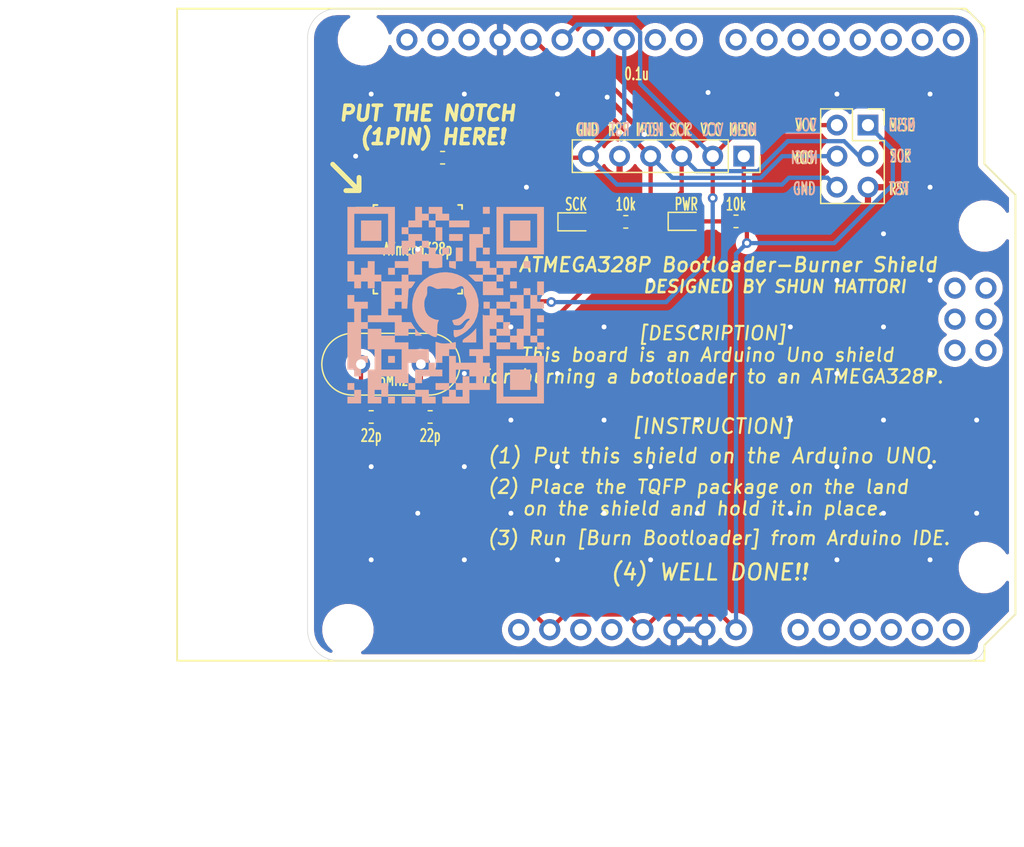
<source format=kicad_pcb>
(kicad_pcb (version 20171130) (host pcbnew "(5.1.8)-1")

  (general
    (thickness 1.6)
    (drawings 57)
    (tracks 158)
    (zones 0)
    (modules 13)
    (nets 59)
  )

  (page A4)
  (layers
    (0 F.Cu signal hide)
    (31 B.Cu signal hide)
    (32 B.Adhes user)
    (33 F.Adhes user)
    (34 B.Paste user)
    (35 F.Paste user)
    (36 B.SilkS user hide)
    (37 F.SilkS user)
    (38 B.Mask user)
    (39 F.Mask user)
    (40 Dwgs.User user)
    (41 Cmts.User user)
    (42 Eco1.User user)
    (43 Eco2.User user)
    (44 Edge.Cuts user)
    (45 Margin user)
    (46 B.CrtYd user)
    (47 F.CrtYd user)
    (48 B.Fab user)
    (49 F.Fab user)
  )

  (setup
    (last_trace_width 0.35)
    (trace_clearance 0.2)
    (zone_clearance 0.508)
    (zone_45_only no)
    (trace_min 0.2)
    (via_size 0.8)
    (via_drill 0.4)
    (via_min_size 0.4)
    (via_min_drill 0.3)
    (uvia_size 0.3)
    (uvia_drill 0.1)
    (uvias_allowed no)
    (uvia_min_size 0.2)
    (uvia_min_drill 0.1)
    (edge_width 0.05)
    (segment_width 0.2)
    (pcb_text_width 0.3)
    (pcb_text_size 1.5 1.5)
    (mod_edge_width 0.12)
    (mod_text_size 1 1)
    (mod_text_width 0.15)
    (pad_size 1.524 1.524)
    (pad_drill 0.762)
    (pad_to_mask_clearance 0.051)
    (solder_mask_min_width 0.25)
    (aux_axis_origin 0 0)
    (visible_elements 7FFFFFFF)
    (pcbplotparams
      (layerselection 0x010fc_ffffffff)
      (usegerberextensions false)
      (usegerberattributes false)
      (usegerberadvancedattributes false)
      (creategerberjobfile false)
      (excludeedgelayer true)
      (linewidth 0.100000)
      (plotframeref false)
      (viasonmask false)
      (mode 1)
      (useauxorigin false)
      (hpglpennumber 1)
      (hpglpenspeed 20)
      (hpglpendiameter 15.000000)
      (psnegative false)
      (psa4output false)
      (plotreference true)
      (plotvalue true)
      (plotinvisibletext false)
      (padsonsilk false)
      (subtractmaskfromsilk false)
      (outputformat 1)
      (mirror false)
      (drillshape 0)
      (scaleselection 1)
      (outputdirectory "../../../../../../../../Users/nakaiyuuki/Desktop/UNO_Bootloder_Burner/"))
  )

  (net 0 "")
  (net 1 "Net-(U1-Pad32)")
  (net 2 "Net-(U1-Pad31)")
  (net 3 "Net-(U1-Pad30)")
  (net 4 "Net-(U1-Pad28)")
  (net 5 "Net-(U1-Pad27)")
  (net 6 "Net-(U1-Pad26)")
  (net 7 "Net-(U1-Pad25)")
  (net 8 "Net-(U1-Pad24)")
  (net 9 "Net-(U1-Pad23)")
  (net 10 "Net-(U1-Pad22)")
  (net 11 "Net-(U1-Pad20)")
  (net 12 "Net-(U1-Pad19)")
  (net 13 "Net-(U1-Pad14)")
  (net 14 "Net-(U1-Pad13)")
  (net 15 "Net-(U1-Pad12)")
  (net 16 "Net-(U1-Pad11)")
  (net 17 "Net-(U1-Pad10)")
  (net 18 "Net-(U1-Pad9)")
  (net 19 "Net-(U1-Pad2)")
  (net 20 "Net-(U1-Pad1)")
  (net 21 "Net-(XA1-PadA5)")
  (net 22 "Net-(XA1-PadA4)")
  (net 23 "Net-(XA1-PadA3)")
  (net 24 "Net-(XA1-PadA2)")
  (net 25 "Net-(XA1-PadA1)")
  (net 26 "Net-(XA1-PadAREF)")
  (net 27 "Net-(XA1-PadSDA)")
  (net 28 "Net-(XA1-PadSCL)")
  (net 29 RESET_FROM_BURNER)
  (net 30 "Net-(XA1-PadD9)")
  (net 31 "Net-(XA1-PadD8)")
  (net 32 GND)
  (net 33 "Net-(XA1-PadD7)")
  (net 34 "Net-(XA1-PadD6)")
  (net 35 "Net-(XA1-PadD5)")
  (net 36 "Net-(XA1-PadD4)")
  (net 37 "Net-(XA1-PadD3)")
  (net 38 "Net-(XA1-PadD2)")
  (net 39 "Net-(XA1-PadD1)")
  (net 40 "Net-(XA1-PadD0)")
  (net 41 "Net-(XA1-PadRST1)")
  (net 42 "Net-(XA1-Pad3V3)")
  (net 43 VCC)
  (net 44 "Net-(XA1-PadA0)")
  (net 45 "Net-(XA1-PadRST2)")
  (net 46 "Net-(XA1-PadMISO)")
  (net 47 "Net-(XA1-Pad5V2)")
  (net 48 "Net-(XA1-PadSCK)")
  (net 49 "Net-(XA1-PadMOSI)")
  (net 50 "Net-(XA1-PadGND4)")
  (net 51 "Net-(C1-Pad1)")
  (net 52 "Net-(C2-Pad1)")
  (net 53 MOSI_M)
  (net 54 MISO_M)
  (net 55 SCK_M)
  (net 56 RESET_S)
  (net 57 "Net-(D1-Pad2)")
  (net 58 "Net-(D2-Pad2)")

  (net_class Default "これはデフォルトのネット クラスです。"
    (clearance 0.2)
    (trace_width 0.35)
    (via_dia 0.8)
    (via_drill 0.4)
    (uvia_dia 0.3)
    (uvia_drill 0.1)
    (add_net GND)
    (add_net MISO_M)
    (add_net MOSI_M)
    (add_net "Net-(C1-Pad1)")
    (add_net "Net-(C2-Pad1)")
    (add_net "Net-(D1-Pad2)")
    (add_net "Net-(D2-Pad2)")
    (add_net "Net-(U1-Pad1)")
    (add_net "Net-(U1-Pad10)")
    (add_net "Net-(U1-Pad11)")
    (add_net "Net-(U1-Pad12)")
    (add_net "Net-(U1-Pad13)")
    (add_net "Net-(U1-Pad14)")
    (add_net "Net-(U1-Pad19)")
    (add_net "Net-(U1-Pad2)")
    (add_net "Net-(U1-Pad20)")
    (add_net "Net-(U1-Pad22)")
    (add_net "Net-(U1-Pad23)")
    (add_net "Net-(U1-Pad24)")
    (add_net "Net-(U1-Pad25)")
    (add_net "Net-(U1-Pad26)")
    (add_net "Net-(U1-Pad27)")
    (add_net "Net-(U1-Pad28)")
    (add_net "Net-(U1-Pad30)")
    (add_net "Net-(U1-Pad31)")
    (add_net "Net-(U1-Pad32)")
    (add_net "Net-(U1-Pad9)")
    (add_net "Net-(XA1-Pad3V3)")
    (add_net "Net-(XA1-Pad5V2)")
    (add_net "Net-(XA1-PadA0)")
    (add_net "Net-(XA1-PadA1)")
    (add_net "Net-(XA1-PadA2)")
    (add_net "Net-(XA1-PadA3)")
    (add_net "Net-(XA1-PadA4)")
    (add_net "Net-(XA1-PadA5)")
    (add_net "Net-(XA1-PadAREF)")
    (add_net "Net-(XA1-PadD0)")
    (add_net "Net-(XA1-PadD1)")
    (add_net "Net-(XA1-PadD2)")
    (add_net "Net-(XA1-PadD3)")
    (add_net "Net-(XA1-PadD4)")
    (add_net "Net-(XA1-PadD5)")
    (add_net "Net-(XA1-PadD6)")
    (add_net "Net-(XA1-PadD7)")
    (add_net "Net-(XA1-PadD8)")
    (add_net "Net-(XA1-PadD9)")
    (add_net "Net-(XA1-PadGND4)")
    (add_net "Net-(XA1-PadMISO)")
    (add_net "Net-(XA1-PadMOSI)")
    (add_net "Net-(XA1-PadRST1)")
    (add_net "Net-(XA1-PadRST2)")
    (add_net "Net-(XA1-PadSCK)")
    (add_net "Net-(XA1-PadSCL)")
    (add_net "Net-(XA1-PadSDA)")
    (add_net RESET_FROM_BURNER)
    (add_net RESET_S)
    (add_net SCK_M)
    (add_net VCC)
  )

  (module Crystal:Crystal_HC18-U_Vertical (layer F.Cu) (tedit 5A1AD3B7) (tstamp 600D6334)
    (at 153.924 80.518 180)
    (descr "Crystal THT HC-18/U, http://5hertz.com/pdfs/04404_D.pdf")
    (tags "THT crystalHC-18/U")
    (path /600EE4C4)
    (fp_text reference Y1 (at 2.45 -3.525) (layer F.SilkS) hide
      (effects (font (size 1 1) (thickness 0.15)))
    )
    (fp_text value Crystal (at 2.45 3.525) (layer F.Fab)
      (effects (font (size 1 1) (thickness 0.15)))
    )
    (fp_arc (start 5.575 0) (end 5.575 -2.525) (angle 180) (layer F.SilkS) (width 0.12))
    (fp_arc (start -0.675 0) (end -0.675 -2.525) (angle -180) (layer F.SilkS) (width 0.12))
    (fp_arc (start 5.45 0) (end 5.45 -2) (angle 180) (layer F.Fab) (width 0.1))
    (fp_arc (start -0.55 0) (end -0.55 -2) (angle -180) (layer F.Fab) (width 0.1))
    (fp_arc (start 5.575 0) (end 5.575 -2.325) (angle 180) (layer F.Fab) (width 0.1))
    (fp_arc (start -0.675 0) (end -0.675 -2.325) (angle -180) (layer F.Fab) (width 0.1))
    (fp_text user %R (at 2.45 0) (layer F.Fab)
      (effects (font (size 1 1) (thickness 0.15)))
    )
    (fp_line (start -0.675 -2.325) (end 5.575 -2.325) (layer F.Fab) (width 0.1))
    (fp_line (start -0.675 2.325) (end 5.575 2.325) (layer F.Fab) (width 0.1))
    (fp_line (start -0.55 -2) (end 5.45 -2) (layer F.Fab) (width 0.1))
    (fp_line (start -0.55 2) (end 5.45 2) (layer F.Fab) (width 0.1))
    (fp_line (start -0.675 -2.525) (end 5.575 -2.525) (layer F.SilkS) (width 0.12))
    (fp_line (start -0.675 2.525) (end 5.575 2.525) (layer F.SilkS) (width 0.12))
    (fp_line (start -3.5 -2.8) (end -3.5 2.8) (layer F.CrtYd) (width 0.05))
    (fp_line (start -3.5 2.8) (end 8.4 2.8) (layer F.CrtYd) (width 0.05))
    (fp_line (start 8.4 2.8) (end 8.4 -2.8) (layer F.CrtYd) (width 0.05))
    (fp_line (start 8.4 -2.8) (end -3.5 -2.8) (layer F.CrtYd) (width 0.05))
    (pad 2 thru_hole circle (at 4.9 0 180) (size 1.5 1.5) (drill 0.8) (layers *.Cu *.Mask)
      (net 52 "Net-(C2-Pad1)"))
    (pad 1 thru_hole circle (at 0 0 180) (size 1.5 1.5) (drill 0.8) (layers *.Cu *.Mask)
      (net 51 "Net-(C1-Pad1)"))
    (model ${KISYS3DMOD}/Crystal.3dshapes/Crystal_HC18-U_Vertical.wrl
      (at (xyz 0 0 0))
      (scale (xyz 1 1 1))
      (rotate (xyz 0 0 0))
    )
  )

  (module Arduino:Arduino_Uno_Shield (layer F.Cu) (tedit 5A8605EC) (tstamp 5FDAD8CE)
    (at 133.985 104.775)
    (descr https://store.arduino.cc/arduino-uno-rev3)
    (path /5FD9FE21)
    (fp_text reference XA1 (at 2.54 -54.356) (layer F.SilkS) hide
      (effects (font (size 1 1) (thickness 0.15)))
    )
    (fp_text value Arduino_Uno_Shield (at 15.494 -54.356) (layer F.Fab) hide
      (effects (font (size 1 1) (thickness 0.15)))
    )
    (fp_line (start 0 -53.34) (end 64.516 -53.34) (layer F.SilkS) (width 0.15))
    (fp_line (start 0 0) (end 66.04 0) (layer F.SilkS) (width 0.15))
    (fp_line (start 64.516 -53.34) (end 66.04 -51.816) (layer F.SilkS) (width 0.15))
    (fp_line (start 66.04 0) (end 66.04 -1.27) (layer F.SilkS) (width 0.15))
    (fp_line (start 66.04 -1.27) (end 68.58 -3.81) (layer F.SilkS) (width 0.15))
    (fp_line (start 68.58 -3.81) (end 68.58 -38.1) (layer F.SilkS) (width 0.15))
    (fp_line (start 68.58 -38.1) (end 66.04 -40.64) (layer F.SilkS) (width 0.15))
    (fp_line (start 66.04 -40.64) (end 66.04 -51.816) (layer F.SilkS) (width 0.15))
    (fp_line (start 0 -53.34) (end 0 0) (layer F.SilkS) (width 0.15))
    (fp_line (start -1.905 -12.065) (end 11.43 -12.065) (layer B.CrtYd) (width 0.15))
    (fp_line (start -1.905 -12.065) (end -1.905 -3.175) (layer B.CrtYd) (width 0.15))
    (fp_line (start -1.905 -3.175) (end 11.43 -3.175) (layer B.CrtYd) (width 0.15))
    (fp_line (start 11.43 -12.065) (end 11.43 -3.175) (layer B.CrtYd) (width 0.15))
    (fp_line (start -6.35 -43.815) (end -6.35 -32.385) (layer B.CrtYd) (width 0.15))
    (fp_line (start 9.525 -43.815) (end 9.525 -32.385) (layer B.CrtYd) (width 0.15))
    (fp_line (start 9.525 -43.815) (end -6.35 -43.815) (layer B.CrtYd) (width 0.15))
    (fp_line (start 9.525 -32.385) (end -6.35 -32.385) (layer B.CrtYd) (width 0.15))
    (fp_text user . (at 62.484 -32.004) (layer F.SilkS) hide
      (effects (font (size 1 1) (thickness 0.15)))
    )
    (pad MISO thru_hole oval (at 63.627 -30.48) (size 1.7272 1.7272) (drill 1.016) (layers *.Cu *.Mask)
      (net 46 "Net-(XA1-PadMISO)"))
    (pad A5 thru_hole oval (at 63.5 -2.54) (size 1.7272 1.7272) (drill 1.016) (layers *.Cu *.Mask)
      (net 21 "Net-(XA1-PadA5)"))
    (pad A4 thru_hole oval (at 60.96 -2.54) (size 1.7272 1.7272) (drill 1.016) (layers *.Cu *.Mask)
      (net 22 "Net-(XA1-PadA4)"))
    (pad A3 thru_hole oval (at 58.42 -2.54) (size 1.7272 1.7272) (drill 1.016) (layers *.Cu *.Mask)
      (net 23 "Net-(XA1-PadA3)"))
    (pad A2 thru_hole oval (at 55.88 -2.54) (size 1.7272 1.7272) (drill 1.016) (layers *.Cu *.Mask)
      (net 24 "Net-(XA1-PadA2)"))
    (pad A1 thru_hole oval (at 53.34 -2.54) (size 1.7272 1.7272) (drill 1.016) (layers *.Cu *.Mask)
      (net 25 "Net-(XA1-PadA1)"))
    (pad "" thru_hole oval (at 27.94 -2.54) (size 1.7272 1.7272) (drill 1.016) (layers *.Cu *.Mask))
    (pad D11 thru_hole oval (at 34.036 -50.8) (size 1.7272 1.7272) (drill 1.016) (layers *.Cu *.Mask)
      (net 53 MOSI_M))
    (pad D12 thru_hole oval (at 31.496 -50.8) (size 1.7272 1.7272) (drill 1.016) (layers *.Cu *.Mask)
      (net 54 MISO_M))
    (pad D13 thru_hole oval (at 28.956 -50.8) (size 1.7272 1.7272) (drill 1.016) (layers *.Cu *.Mask)
      (net 55 SCK_M))
    (pad AREF thru_hole oval (at 23.876 -50.8) (size 1.7272 1.7272) (drill 1.016) (layers *.Cu *.Mask)
      (net 26 "Net-(XA1-PadAREF)"))
    (pad SDA thru_hole oval (at 21.336 -50.8) (size 1.7272 1.7272) (drill 1.016) (layers *.Cu *.Mask)
      (net 27 "Net-(XA1-PadSDA)"))
    (pad SCL thru_hole oval (at 18.796 -50.8) (size 1.7272 1.7272) (drill 1.016) (layers *.Cu *.Mask)
      (net 28 "Net-(XA1-PadSCL)"))
    (pad "" np_thru_hole circle (at 13.97 -2.54) (size 3.2 3.2) (drill 3.2) (layers *.Cu *.Mask))
    (pad "" np_thru_hole circle (at 15.24 -50.8) (size 3.2 3.2) (drill 3.2) (layers *.Cu *.Mask))
    (pad "" np_thru_hole circle (at 66.04 -35.56) (size 3.2 3.2) (drill 3.2) (layers *.Cu *.Mask))
    (pad "" np_thru_hole circle (at 66.04 -7.62) (size 3.2 3.2) (drill 3.2) (layers *.Cu *.Mask))
    (pad D10 thru_hole oval (at 36.576 -50.8) (size 1.7272 1.7272) (drill 1.016) (layers *.Cu *.Mask)
      (net 29 RESET_FROM_BURNER))
    (pad D9 thru_hole oval (at 39.116 -50.8) (size 1.7272 1.7272) (drill 1.016) (layers *.Cu *.Mask)
      (net 30 "Net-(XA1-PadD9)"))
    (pad D8 thru_hole oval (at 41.656 -50.8) (size 1.7272 1.7272) (drill 1.016) (layers *.Cu *.Mask)
      (net 31 "Net-(XA1-PadD8)"))
    (pad GND1 thru_hole oval (at 26.416 -50.8) (size 1.7272 1.7272) (drill 1.016) (layers *.Cu *.Mask)
      (net 32 GND))
    (pad D7 thru_hole oval (at 45.72 -50.8) (size 1.7272 1.7272) (drill 1.016) (layers *.Cu *.Mask)
      (net 33 "Net-(XA1-PadD7)"))
    (pad D6 thru_hole oval (at 48.26 -50.8) (size 1.7272 1.7272) (drill 1.016) (layers *.Cu *.Mask)
      (net 34 "Net-(XA1-PadD6)"))
    (pad D5 thru_hole oval (at 50.8 -50.8) (size 1.7272 1.7272) (drill 1.016) (layers *.Cu *.Mask)
      (net 35 "Net-(XA1-PadD5)"))
    (pad D4 thru_hole oval (at 53.34 -50.8) (size 1.7272 1.7272) (drill 1.016) (layers *.Cu *.Mask)
      (net 36 "Net-(XA1-PadD4)"))
    (pad D3 thru_hole oval (at 55.88 -50.8) (size 1.7272 1.7272) (drill 1.016) (layers *.Cu *.Mask)
      (net 37 "Net-(XA1-PadD3)"))
    (pad D2 thru_hole oval (at 58.42 -50.8) (size 1.7272 1.7272) (drill 1.016) (layers *.Cu *.Mask)
      (net 38 "Net-(XA1-PadD2)"))
    (pad D1 thru_hole oval (at 60.96 -50.8) (size 1.7272 1.7272) (drill 1.016) (layers *.Cu *.Mask)
      (net 39 "Net-(XA1-PadD1)"))
    (pad D0 thru_hole oval (at 63.5 -50.8) (size 1.7272 1.7272) (drill 1.016) (layers *.Cu *.Mask)
      (net 40 "Net-(XA1-PadD0)"))
    (pad IORF thru_hole oval (at 30.48 -2.54) (size 1.7272 1.7272) (drill 1.016) (layers *.Cu *.Mask)
      (net 43 VCC))
    (pad RST1 thru_hole oval (at 33.02 -2.54) (size 1.7272 1.7272) (drill 1.016) (layers *.Cu *.Mask)
      (net 41 "Net-(XA1-PadRST1)"))
    (pad 3V3 thru_hole oval (at 35.56 -2.54) (size 1.7272 1.7272) (drill 1.016) (layers *.Cu *.Mask)
      (net 42 "Net-(XA1-Pad3V3)"))
    (pad 5V1 thru_hole oval (at 38.1 -2.54) (size 1.7272 1.7272) (drill 1.016) (layers *.Cu *.Mask)
      (net 43 VCC))
    (pad GND2 thru_hole oval (at 40.64 -2.54) (size 1.7272 1.7272) (drill 1.016) (layers *.Cu *.Mask)
      (net 32 GND))
    (pad GND3 thru_hole oval (at 43.18 -2.54) (size 1.7272 1.7272) (drill 1.016) (layers *.Cu *.Mask)
      (net 32 GND))
    (pad VIN thru_hole oval (at 45.72 -2.54) (size 1.7272 1.7272) (drill 1.016) (layers *.Cu *.Mask)
      (net 43 VCC))
    (pad A0 thru_hole oval (at 50.8 -2.54) (size 1.7272 1.7272) (drill 1.016) (layers *.Cu *.Mask)
      (net 44 "Net-(XA1-PadA0)"))
    (pad 5V2 thru_hole oval (at 66.167 -30.48) (size 1.7272 1.7272) (drill 1.016) (layers *.Cu *.Mask)
      (net 47 "Net-(XA1-Pad5V2)"))
    (pad SCK thru_hole oval (at 63.627 -27.94) (size 1.7272 1.7272) (drill 1.016) (layers *.Cu *.Mask)
      (net 48 "Net-(XA1-PadSCK)"))
    (pad MOSI thru_hole oval (at 66.167 -27.94) (size 1.7272 1.7272) (drill 1.016) (layers *.Cu *.Mask)
      (net 49 "Net-(XA1-PadMOSI)"))
    (pad GND4 thru_hole oval (at 66.167 -25.4) (size 1.7272 1.7272) (drill 1.016) (layers *.Cu *.Mask)
      (net 50 "Net-(XA1-PadGND4)"))
    (pad RST2 thru_hole oval (at 63.627 -25.4) (size 1.7272 1.7272) (drill 1.016) (layers *.Cu *.Mask)
      (net 45 "Net-(XA1-PadRST2)"))
  )

  (module Capacitor_SMD:C_0603_1608Metric (layer F.Cu) (tedit 5B301BBE) (tstamp 5FDAB647)
    (at 149.86 84.836)
    (descr "Capacitor SMD 0603 (1608 Metric), square (rectangular) end terminal, IPC_7351 nominal, (Body size source: http://www.tortai-tech.com/upload/download/2011102023233369053.pdf), generated with kicad-footprint-generator")
    (tags capacitor)
    (path /5FDBBA3E)
    (attr smd)
    (fp_text reference C2 (at 0 -1.43) (layer F.SilkS) hide
      (effects (font (size 1 1) (thickness 0.15)))
    )
    (fp_text value 22p (at 0 1.43) (layer F.Fab) hide
      (effects (font (size 1 1) (thickness 0.15)))
    )
    (fp_line (start 1.48 0.73) (end -1.48 0.73) (layer F.CrtYd) (width 0.05))
    (fp_line (start 1.48 -0.73) (end 1.48 0.73) (layer F.CrtYd) (width 0.05))
    (fp_line (start -1.48 -0.73) (end 1.48 -0.73) (layer F.CrtYd) (width 0.05))
    (fp_line (start -1.48 0.73) (end -1.48 -0.73) (layer F.CrtYd) (width 0.05))
    (fp_line (start -0.162779 0.51) (end 0.162779 0.51) (layer F.SilkS) (width 0.12))
    (fp_line (start -0.162779 -0.51) (end 0.162779 -0.51) (layer F.SilkS) (width 0.12))
    (fp_line (start 0.8 0.4) (end -0.8 0.4) (layer F.Fab) (width 0.1))
    (fp_line (start 0.8 -0.4) (end 0.8 0.4) (layer F.Fab) (width 0.1))
    (fp_line (start -0.8 -0.4) (end 0.8 -0.4) (layer F.Fab) (width 0.1))
    (fp_line (start -0.8 0.4) (end -0.8 -0.4) (layer F.Fab) (width 0.1))
    (fp_text user %R (at 0 0) (layer F.Fab) hide
      (effects (font (size 0.4 0.4) (thickness 0.06)))
    )
    (pad 2 smd roundrect (at 0.7875 0) (size 0.875 0.95) (layers F.Cu F.Paste F.Mask) (roundrect_rratio 0.25)
      (net 32 GND))
    (pad 1 smd roundrect (at -0.7875 0) (size 0.875 0.95) (layers F.Cu F.Paste F.Mask) (roundrect_rratio 0.25)
      (net 52 "Net-(C2-Pad1)"))
    (model ${KISYS3DMOD}/Capacitor_SMD.3dshapes/C_0603_1608Metric.wrl
      (at (xyz 0 0 0))
      (scale (xyz 1 1 1))
      (rotate (xyz 0 0 0))
    )
  )

  (module Capacitor_SMD:C_0603_1608Metric (layer F.Cu) (tedit 5B301BBE) (tstamp 600D4138)
    (at 155.702 63.627)
    (descr "Capacitor SMD 0603 (1608 Metric), square (rectangular) end terminal, IPC_7351 nominal, (Body size source: http://www.tortai-tech.com/upload/download/2011102023233369053.pdf), generated with kicad-footprint-generator")
    (tags capacitor)
    (path /5FDC9B67)
    (attr smd)
    (fp_text reference C3 (at 0 -1.43) (layer F.SilkS) hide
      (effects (font (size 1 1) (thickness 0.15)))
    )
    (fp_text value 0.1u (at 0 1.43) (layer F.Fab) hide
      (effects (font (size 1 1) (thickness 0.15)))
    )
    (fp_line (start 1.48 0.73) (end -1.48 0.73) (layer F.CrtYd) (width 0.05))
    (fp_line (start 1.48 -0.73) (end 1.48 0.73) (layer F.CrtYd) (width 0.05))
    (fp_line (start -1.48 -0.73) (end 1.48 -0.73) (layer F.CrtYd) (width 0.05))
    (fp_line (start -1.48 0.73) (end -1.48 -0.73) (layer F.CrtYd) (width 0.05))
    (fp_line (start -0.162779 0.51) (end 0.162779 0.51) (layer F.SilkS) (width 0.12))
    (fp_line (start -0.162779 -0.51) (end 0.162779 -0.51) (layer F.SilkS) (width 0.12))
    (fp_line (start 0.8 0.4) (end -0.8 0.4) (layer F.Fab) (width 0.1))
    (fp_line (start 0.8 -0.4) (end 0.8 0.4) (layer F.Fab) (width 0.1))
    (fp_line (start -0.8 -0.4) (end 0.8 -0.4) (layer F.Fab) (width 0.1))
    (fp_line (start -0.8 0.4) (end -0.8 -0.4) (layer F.Fab) (width 0.1))
    (fp_text user %R (at 0 0) (layer F.Fab) hide
      (effects (font (size 0.4 0.4) (thickness 0.06)))
    )
    (pad 2 smd roundrect (at 0.7875 0) (size 0.875 0.95) (layers F.Cu F.Paste F.Mask) (roundrect_rratio 0.25)
      (net 29 RESET_FROM_BURNER))
    (pad 1 smd roundrect (at -0.7875 0) (size 0.875 0.95) (layers F.Cu F.Paste F.Mask) (roundrect_rratio 0.25)
      (net 56 RESET_S))
    (model ${KISYS3DMOD}/Capacitor_SMD.3dshapes/C_0603_1608Metric.wrl
      (at (xyz 0 0 0))
      (scale (xyz 1 1 1))
      (rotate (xyz 0 0 0))
    )
  )

  (module Connector_PinSocket_2.54mm:PinSocket_1x06_P2.54mm_Vertical (layer F.Cu) (tedit 5A19A430) (tstamp 5FDABB30)
    (at 180.34 63.5 270)
    (descr "Through hole straight socket strip, 1x06, 2.54mm pitch, single row (from Kicad 4.0.7), script generated")
    (tags "Through hole socket strip THT 1x06 2.54mm single row")
    (path /5FDBF626)
    (fp_text reference J1 (at 0 -2.77 90) (layer F.SilkS) hide
      (effects (font (size 1 1) (thickness 0.15)))
    )
    (fp_text value Conn_01x06_Female (at 0 15.47 90) (layer F.Fab) hide
      (effects (font (size 1 1) (thickness 0.15)))
    )
    (fp_line (start -1.8 14.45) (end -1.8 -1.8) (layer F.CrtYd) (width 0.05))
    (fp_line (start 1.75 14.45) (end -1.8 14.45) (layer F.CrtYd) (width 0.05))
    (fp_line (start 1.75 -1.8) (end 1.75 14.45) (layer F.CrtYd) (width 0.05))
    (fp_line (start -1.8 -1.8) (end 1.75 -1.8) (layer F.CrtYd) (width 0.05))
    (fp_line (start 0 -1.33) (end 1.33 -1.33) (layer F.SilkS) (width 0.12))
    (fp_line (start 1.33 -1.33) (end 1.33 0) (layer F.SilkS) (width 0.12))
    (fp_line (start 1.33 1.27) (end 1.33 14.03) (layer F.SilkS) (width 0.12))
    (fp_line (start -1.33 14.03) (end 1.33 14.03) (layer F.SilkS) (width 0.12))
    (fp_line (start -1.33 1.27) (end -1.33 14.03) (layer F.SilkS) (width 0.12))
    (fp_line (start -1.33 1.27) (end 1.33 1.27) (layer F.SilkS) (width 0.12))
    (fp_line (start -1.27 13.97) (end -1.27 -1.27) (layer F.Fab) (width 0.1))
    (fp_line (start 1.27 13.97) (end -1.27 13.97) (layer F.Fab) (width 0.1))
    (fp_line (start 1.27 -0.635) (end 1.27 13.97) (layer F.Fab) (width 0.1))
    (fp_line (start 0.635 -1.27) (end 1.27 -0.635) (layer F.Fab) (width 0.1))
    (fp_line (start -1.27 -1.27) (end 0.635 -1.27) (layer F.Fab) (width 0.1))
    (fp_text user %R (at 0 6.35) (layer F.Fab) hide
      (effects (font (size 1 1) (thickness 0.15)))
    )
    (pad 6 thru_hole oval (at 0 12.7 270) (size 1.7 1.7) (drill 1) (layers *.Cu *.Mask)
      (net 29 RESET_FROM_BURNER))
    (pad 5 thru_hole oval (at 0 10.16 270) (size 1.7 1.7) (drill 1) (layers *.Cu *.Mask)
      (net 32 GND))
    (pad 4 thru_hole oval (at 0 7.62 270) (size 1.7 1.7) (drill 1) (layers *.Cu *.Mask)
      (net 55 SCK_M))
    (pad 3 thru_hole oval (at 0 5.08 270) (size 1.7 1.7) (drill 1) (layers *.Cu *.Mask)
      (net 53 MOSI_M))
    (pad 2 thru_hole oval (at 0 2.54 270) (size 1.7 1.7) (drill 1) (layers *.Cu *.Mask)
      (net 54 MISO_M))
    (pad 1 thru_hole rect (at 0 0 270) (size 1.7 1.7) (drill 1) (layers *.Cu *.Mask)
      (net 43 VCC))
    (model ${KISYS3DMOD}/Connector_PinSocket_2.54mm.3dshapes/PinSocket_1x06_P2.54mm_Vertical.wrl
      (at (xyz 0 0 0))
      (scale (xyz 1 1 1))
      (rotate (xyz 0 0 0))
    )
  )

  (module RobotClub_footprint:GitHub_QR_UNO_Bootloader_Burner (layer B.Cu) (tedit 0) (tstamp 5FEC5FCE)
    (at 155.956 75.692 180)
    (fp_text reference G*** (at 0 0) (layer B.SilkS) hide
      (effects (font (size 1.524 1.524) (thickness 0.3)) (justify mirror))
    )
    (fp_text value LOGO (at 0.75 0) (layer B.SilkS) hide
      (effects (font (size 1.524 1.524) (thickness 0.3)) (justify mirror))
    )
    (fp_poly (pts (xy 6.927273 5.264727) (xy 5.264727 5.264727) (xy 5.264727 6.927273) (xy 6.927273 6.927273)
      (xy 6.927273 5.264727)) (layer B.SilkS) (width 0.01))
    (fp_poly (pts (xy -5.264727 5.264727) (xy -6.927273 5.264727) (xy -6.927273 6.927273) (xy -5.264727 6.927273)
      (xy -5.264727 5.264727)) (layer B.SilkS) (width 0.01))
    (fp_poly (pts (xy -4.710545 -1.939637) (xy -4.156363 -1.939637) (xy -4.156363 -2.493818) (xy -5.264727 -2.493818)
      (xy -5.264727 -1.385455) (xy -4.710545 -1.385455) (xy -4.710545 -1.939637)) (layer B.SilkS) (width 0.01))
    (fp_poly (pts (xy 4.710546 -4.710546) (xy 4.156364 -4.710546) (xy 4.156364 -4.156364) (xy 4.710546 -4.156364)
      (xy 4.710546 -4.710546)) (layer B.SilkS) (width 0.01))
    (fp_poly (pts (xy -5.264727 -6.927273) (xy -6.927273 -6.927273) (xy -6.927273 -5.264727) (xy -5.264727 -5.264727)
      (xy -5.264727 -6.927273)) (layer B.SilkS) (width 0.01))
    (fp_poly (pts (xy -3.048 7.481454) (xy -3.602182 7.481454) (xy -3.602182 8.035636) (xy -3.048 8.035636)
      (xy -3.048 7.481454)) (layer B.SilkS) (width 0.01))
    (fp_poly (pts (xy -0.277091 5.264727) (xy -1.385454 5.264727) (xy -1.385454 5.818909) (xy -0.277091 5.818909)
      (xy -0.277091 5.264727)) (layer B.SilkS) (width 0.01))
    (fp_poly (pts (xy 8.035637 4.156363) (xy 4.156364 4.156363) (xy 4.156364 7.481454) (xy 4.710546 7.481454)
      (xy 4.710546 4.710545) (xy 7.481455 4.710545) (xy 7.481455 7.481454) (xy 4.710546 7.481454)
      (xy 4.156364 7.481454) (xy 4.156364 8.035636) (xy 8.035637 8.035636) (xy 8.035637 4.156363)) (layer B.SilkS) (width 0.01))
    (fp_poly (pts (xy -4.156363 4.156363) (xy -8.035636 4.156363) (xy -8.035636 7.481454) (xy -7.481454 7.481454)
      (xy -7.481454 4.710545) (xy -4.710545 4.710545) (xy -4.710545 7.481454) (xy -7.481454 7.481454)
      (xy -8.035636 7.481454) (xy -8.035636 8.035636) (xy -4.156363 8.035636) (xy -4.156363 4.156363)) (layer B.SilkS) (width 0.01))
    (fp_poly (pts (xy -6.373091 3.048) (xy -6.927273 3.048) (xy -6.927273 3.602182) (xy -6.373091 3.602182)
      (xy -6.373091 3.048)) (layer B.SilkS) (width 0.01))
    (fp_poly (pts (xy -1.385454 3.602182) (xy -1.385454 4.710545) (xy -0.831273 4.710545) (xy -0.831273 3.602182)
      (xy -1.385454 3.602182)) (layer B.SilkS) (width 0.01))
    (fp_poly (pts (xy -0.277091 3.602182) (xy -0.277091 3.349062) (xy -0.280533 3.202712) (xy -0.298511 3.123234)
      (xy -0.342498 3.085186) (xy -0.404091 3.067489) (xy -0.54428 3.034701) (xy -0.681182 3.001059)
      (xy -0.831273 2.963081) (xy -0.831273 3.602182) (xy -0.277091 3.602182)) (layer B.SilkS) (width 0.01))
    (fp_poly (pts (xy -5.264727 1.385454) (xy -5.818909 1.385454) (xy -5.818909 1.939636) (xy -5.264727 1.939636)
      (xy -5.264727 1.385454)) (layer B.SilkS) (width 0.01))
    (fp_poly (pts (xy -2.493818 4.710545) (xy -3.048 4.710545) (xy -3.048 5.818909) (xy -1.939636 5.818909)
      (xy -1.939636 3.602182) (xy -2.493818 3.602182) (xy -2.493818 4.710545)) (layer B.SilkS) (width 0.01))
    (fp_poly (pts (xy -2.493818 3.048) (xy -3.048 3.048) (xy -3.048 2.493818) (xy -1.844815 2.493818)
      (xy -2.13468 2.218335) (xy -2.424545 1.942853) (xy -2.736273 1.941245) (xy -3.048 1.939636)
      (xy -3.048 0.831273) (xy -4.710545 0.831273) (xy -4.710545 1.385454) (xy -4.156363 1.385454)
      (xy -4.156363 1.939636) (xy -3.048 1.939636) (xy -3.048 2.493818) (xy -4.156363 2.493818)
      (xy -4.156363 1.939636) (xy -4.710545 1.939636) (xy -4.710545 2.493818) (xy -5.264727 2.493818)
      (xy -5.264727 3.048) (xy -4.710545 3.048) (xy -4.710545 2.493818) (xy -4.156363 2.493818)
      (xy -4.156363 3.048) (xy -4.710545 3.048) (xy -5.264727 3.048) (xy -5.818909 3.048)
      (xy -5.818909 3.602182) (xy -4.156363 3.602182) (xy -4.156363 3.048) (xy -3.602182 3.048)
      (xy -3.602182 3.602182) (xy -2.493818 3.602182) (xy -2.493818 3.048)) (layer B.SilkS) (width 0.01))
    (fp_poly (pts (xy -3.602182 5.818909) (xy -3.602182 6.373091) (xy -3.048 6.373091) (xy -3.048 5.818909)
      (xy -3.602182 5.818909)) (layer B.SilkS) (width 0.01))
    (fp_poly (pts (xy -3.048 4.156363) (xy -3.602182 4.156363) (xy -3.602182 4.710545) (xy -3.048 4.710545)
      (xy -3.048 4.156363)) (layer B.SilkS) (width 0.01))
    (fp_poly (pts (xy -7.481454 -1.385455) (xy -8.035636 -1.385455) (xy -8.035636 -0.831273) (xy -7.481454 -0.831273)
      (xy -7.481454 -1.385455)) (layer B.SilkS) (width 0.01))
    (fp_poly (pts (xy 0.437244 2.667474) (xy 0.896767 2.559227) (xy 1.338768 2.367042) (xy 1.373874 2.347479)
      (xy 1.768937 2.072817) (xy 2.101127 1.738799) (xy 2.367436 1.356407) (xy 2.564852 0.936625)
      (xy 2.690367 0.490434) (xy 2.740972 0.028816) (xy 2.713656 -0.437244) (xy 2.605409 -0.896767)
      (xy 2.413224 -1.338768) (xy 2.393661 -1.373874) (xy 2.156662 -1.716536) (xy 1.857321 -2.031875)
      (xy 1.517881 -2.300437) (xy 1.160586 -2.502768) (xy 1.050417 -2.548719) (xy 0.911726 -2.595749)
      (xy 0.81432 -2.606711) (xy 0.750949 -2.570793) (xy 0.714365 -2.477183) (xy 0.697317 -2.315069)
      (xy 0.692558 -2.073638) (xy 0.692443 -2.0148) (xy 0.686959 -1.73795) (xy 0.669936 -1.539918)
      (xy 0.63998 -1.407718) (xy 0.62317 -1.36863) (xy 0.570225 -1.261924) (xy 0.565654 -1.213943)
      (xy 0.615709 -1.201211) (xy 0.667904 -1.200727) (xy 0.839345 -1.172831) (xy 1.042591 -1.100233)
      (xy 1.240392 -0.99957) (xy 1.395499 -0.887479) (xy 1.417298 -0.866021) (xy 1.588944 -0.644092)
      (xy 1.693523 -0.399855) (xy 1.743271 -0.104132) (xy 1.744695 -0.085299) (xy 1.75243 0.192107)
      (xy 1.727126 0.408889) (xy 1.664029 0.59235) (xy 1.609177 0.692727) (xy 1.545055 0.83014)
      (xy 1.519885 0.988471) (xy 1.520197 1.119477) (xy 1.520916 1.282761) (xy 1.511769 1.419617)
      (xy 1.501046 1.477386) (xy 1.434299 1.5531) (xy 1.304795 1.564543) (xy 1.115878 1.511959)
      (xy 0.950113 1.437204) (xy 0.789634 1.362917) (xy 0.673415 1.330779) (xy 0.567687 1.333511)
      (xy 0.516423 1.343738) (xy 0.336362 1.369457) (xy 0.104208 1.381114) (xy -0.140841 1.37871)
      (xy -0.35959 1.362244) (xy -0.470241 1.343738) (xy -0.581944 1.32811) (xy -0.689451 1.344187)
      (xy -0.82653 1.399248) (xy -0.903931 1.437204) (xy -1.125842 1.53471) (xy -1.286181 1.569997)
      (xy -1.391692 1.543007) (xy -1.449117 1.453685) (xy -1.454529 1.432536) (xy -1.470883 1.299841)
      (xy -1.475605 1.132376) (xy -1.473864 1.074627) (xy -1.488094 0.868693) (xy -1.56157 0.694437)
      (xy -1.562621 0.692727) (xy -1.649657 0.51626) (xy -1.696091 0.322021) (xy -1.706686 0.082742)
      (xy -1.698467 -0.084931) (xy -1.634975 -0.424389) (xy -1.500177 -0.710197) (xy -1.299133 -0.936449)
      (xy -1.036902 -1.09724) (xy -0.760404 -1.179743) (xy -0.616551 -1.20899) (xy -0.548656 -1.240124)
      (xy -0.541476 -1.289628) (xy -0.579766 -1.373989) (xy -0.580133 -1.374691) (xy -0.627436 -1.482159)
      (xy -0.646261 -1.556544) (xy -0.687677 -1.603294) (xy -0.791846 -1.637472) (xy -0.929439 -1.653684)
      (xy -1.071125 -1.646537) (xy -1.103248 -1.640578) (xy -1.236176 -1.57414) (xy -1.388391 -1.434987)
      (xy -1.430863 -1.386379) (xy -1.592277 -1.222977) (xy -1.745369 -1.122458) (xy -1.87691 -1.091869)
      (xy -1.944543 -1.112791) (xy -1.970753 -1.151639) (xy -1.933336 -1.208776) (xy -1.857296 -1.274249)
      (xy -1.746487 -1.388157) (xy -1.635925 -1.54194) (xy -1.590129 -1.622567) (xy -1.452423 -1.831343)
      (xy -1.28277 -1.961384) (xy -1.063832 -2.023155) (xy -0.912091 -2.031828) (xy -0.646545 -2.032)
      (xy -0.646545 -2.276764) (xy -0.66233 -2.456625) (xy -0.705602 -2.579669) (xy -0.770239 -2.630008)
      (xy -0.782782 -2.630204) (xy -0.837083 -2.613467) (xy -0.947074 -2.573242) (xy -1.020526 -2.544968)
      (xy -1.371798 -2.366458) (xy -1.71405 -2.116802) (xy -2.024423 -1.816174) (xy -2.280056 -1.48475)
      (xy -2.347479 -1.373874) (xy -2.544019 -0.936268) (xy -2.659616 -0.469367) (xy -2.694269 0.011634)
      (xy -2.647977 0.491543) (xy -2.520742 0.955167) (xy -2.347479 1.327692) (xy -2.072817 1.722755)
      (xy -1.738799 2.054945) (xy -1.356407 2.321254) (xy -0.936625 2.51867) (xy -0.490434 2.644185)
      (xy -0.028816 2.69479) (xy 0.437244 2.667474)) (layer B.SilkS) (width 0.01))
    (fp_poly (pts (xy -2.25936 -2.142546) (xy -2.097953 -2.300435) (xy -1.899447 -2.468546) (xy -1.706598 -2.610687)
      (xy -1.705178 -2.611632) (xy -1.537302 -2.729697) (xy -1.437521 -2.818595) (xy -1.392194 -2.892172)
      (xy -1.385454 -2.936092) (xy -1.385454 -3.048) (xy -2.493818 -3.048) (xy -2.493818 -1.886011)
      (xy -2.25936 -2.142546)) (layer B.SilkS) (width 0.01))
    (fp_poly (pts (xy 7.481455 -6.373091) (xy 8.035637 -6.373091) (xy 8.035637 -6.927273) (xy 7.481455 -6.927273)
      (xy 7.481455 -6.373091)) (layer B.SilkS) (width 0.01))
    (fp_poly (pts (xy 7.481455 -7.481455) (xy 8.035637 -7.481455) (xy 8.035637 -8.035637) (xy 6.927273 -8.035637)
      (xy 6.927273 -6.927273) (xy 7.481455 -6.927273) (xy 7.481455 -7.481455)) (layer B.SilkS) (width 0.01))
    (fp_poly (pts (xy -7.481454 -2.493818) (xy -6.927273 -2.493818) (xy -6.927273 -3.048) (xy -7.481454 -3.048)
      (xy -7.481454 -2.493818)) (layer B.SilkS) (width 0.01))
    (fp_poly (pts (xy -7.481454 -3.602182) (xy -8.035636 -3.602182) (xy -8.035636 -3.048) (xy -7.481454 -3.048)
      (xy -7.481454 -3.602182)) (layer B.SilkS) (width 0.01))
    (fp_poly (pts (xy -6.927273 -0.277091) (xy -8.035636 -0.277091) (xy -8.035636 0.277091) (xy -7.481454 0.277091)
      (xy -7.481454 0.831273) (xy -6.927273 0.831273) (xy -6.927273 -0.277091) (xy -6.373091 -0.277091)
      (xy -6.373091 0.831273) (xy -6.927273 0.831273) (xy -6.927273 1.385454) (xy -6.373091 1.385454)
      (xy -6.373091 0.831273) (xy -5.264727 0.831273) (xy -5.264727 0.277091) (xy -5.818909 0.277091)
      (xy -5.818909 -0.277091) (xy -5.264727 -0.277091) (xy -5.264727 -0.831273) (xy -6.373091 -0.831273)
      (xy -6.373091 -1.939637) (xy -5.818909 -1.939637) (xy -5.818909 -2.493818) (xy -5.264727 -2.493818)
      (xy -5.264727 -3.048) (xy -5.818909 -3.048) (xy -5.818909 -3.602182) (xy -6.373091 -3.602182)
      (xy -6.373091 -2.493818) (xy -6.927273 -2.493818) (xy -6.927273 -0.277091)) (layer B.SilkS) (width 0.01))
    (fp_poly (pts (xy -8.035636 -2.493818) (xy -8.035636 -1.939637) (xy -7.481454 -1.939637) (xy -7.481454 -2.493818)
      (xy -8.035636 -2.493818)) (layer B.SilkS) (width 0.01))
    (fp_poly (pts (xy 5.264727 -0.831273) (xy 6.373091 -0.831273) (xy 6.373091 -1.385455) (xy 6.927273 -1.385455)
      (xy 6.927273 -0.277091) (xy 6.373091 -0.277091) (xy 6.373091 0.277091) (xy 7.481455 0.277091)
      (xy 7.481455 0.831273) (xy 8.035637 0.831273) (xy 8.035637 -0.277091) (xy 7.481455 -0.277091)
      (xy 7.481455 -1.385455) (xy 8.035637 -1.385455) (xy 8.035637 -5.264727) (xy 7.481455 -5.264727)
      (xy 7.481455 -5.818909) (xy 6.927273 -5.818909) (xy 6.927273 -4.710546) (xy 6.373091 -4.710546)
      (xy 6.373091 -4.156364) (xy 6.927273 -4.156364) (xy 6.927273 -1.939637) (xy 6.373091 -1.939637)
      (xy 6.373091 -3.602182) (xy 5.818909 -3.602182) (xy 5.818909 -5.264727) (xy 6.373091 -5.264727)
      (xy 6.373091 -8.035637) (xy 5.264727 -8.035637) (xy 5.264727 -7.481455) (xy 4.710546 -7.481455)
      (xy 4.710546 -6.927273) (xy 5.264727 -6.927273) (xy 5.264727 -7.481455) (xy 5.818909 -7.481455)
      (xy 5.818909 -6.927273) (xy 5.264727 -6.927273) (xy 4.710546 -6.927273) (xy 4.710546 -6.373091)
      (xy 5.264727 -6.373091) (xy 5.264727 -5.818909) (xy 4.156364 -5.818909) (xy 4.156364 -6.373091)
      (xy 3.048 -6.373091) (xy 3.048 -6.927273) (xy 2.493818 -6.927273) (xy 2.493818 -6.373091)
      (xy 1.939637 -6.373091) (xy 1.939637 -5.818909) (xy 0.277091 -5.818909) (xy 0.277091 -5.264727)
      (xy 0.831273 -5.264727) (xy 0.831273 -4.710546) (xy 1.385455 -4.710546) (xy 1.385455 -5.264727)
      (xy 2.493818 -5.264727) (xy 2.493818 -6.373091) (xy 3.048 -6.373091) (xy 3.048 -4.710546)
      (xy 1.385455 -4.710546) (xy 1.385455 -3.602182) (xy 3.048 -3.602182) (xy 3.602182 -3.602182)
      (xy 3.602182 -5.264727) (xy 5.264727 -5.264727) (xy 5.264727 -3.602182) (xy 3.602182 -3.602182)
      (xy 3.048 -3.602182) (xy 3.048 -3.048) (xy 4.156364 -3.048) (xy 4.156364 -2.493818)
      (xy 3.048 -2.493818) (xy 3.048 -1.939637) (xy 2.493818 -1.939637) (xy 2.493818 -2.493818)
      (xy 1.945165 -2.493818) (xy 2.186201 -2.265857) (xy 2.3343 -2.108345) (xy 2.493587 -1.911888)
      (xy 2.630286 -1.718226) (xy 2.633709 -1.712857) (xy 2.840182 -1.387818) (xy 3.221182 -1.386636)
      (xy 3.602182 -1.385455) (xy 4.156364 -1.385455) (xy 4.156364 -2.493818) (xy 5.264727 -2.493818)
      (xy 5.264727 -1.939637) (xy 6.373091 -1.939637) (xy 6.373091 -1.385455) (xy 4.156364 -1.385455)
      (xy 3.602182 -1.385455) (xy 3.602182 -0.831273) (xy 4.710546 -0.831273) (xy 4.710546 -0.277091)
      (xy 4.156364 -0.277091) (xy 4.156364 0.277091) (xy 3.602182 0.277091) (xy 3.602182 -0.277091)
      (xy 3.150144 -0.277091) (xy 3.122311 0.103909) (xy 3.106014 0.333816) (xy 3.087444 0.606091)
      (xy 3.069985 0.870912) (xy 3.065868 0.935182) (xy 3.051628 1.141663) (xy 3.037191 1.272918)
      (xy 3.017374 1.345949) (xy 2.986994 1.377757) (xy 2.940867 1.385346) (xy 2.928593 1.385454)
      (xy 3.602182 1.385454) (xy 3.602182 0.831273) (xy 4.156364 0.831273) (xy 4.156364 1.385454)
      (xy 3.602182 1.385454) (xy 2.928593 1.385454) (xy 2.848753 1.409403) (xy 2.762588 1.490591)
      (xy 2.656874 1.640351) (xy 2.573609 1.773648) (xy 2.514846 1.873703) (xy 2.493818 1.917442)
      (xy 2.535787 1.929149) (xy 2.644869 1.937192) (xy 2.770909 1.939636) (xy 3.048 1.939636)
      (xy 3.048 2.493818) (xy 3.602182 2.493818) (xy 3.602182 1.939636) (xy 5.264727 1.939636)
      (xy 5.264727 -0.831273)) (layer B.SilkS) (width 0.01))
    (fp_poly (pts (xy -8.035636 0.831273) (xy -8.035636 1.939636) (xy -7.481454 1.939636) (xy -7.481454 0.831273)
      (xy -8.035636 0.831273)) (layer B.SilkS) (width 0.01))
    (fp_poly (pts (xy -4.156363 -3.048) (xy -4.156363 -3.602182) (xy -5.264727 -3.602182) (xy -5.264727 -3.048)
      (xy -4.156363 -3.048)) (layer B.SilkS) (width 0.01))
    (fp_poly (pts (xy -4.156363 -2.493818) (xy -3.602182 -2.493818) (xy -3.602182 -1.939637) (xy -4.156363 -1.939637)
      (xy -4.156363 -1.385455) (xy -4.710545 -1.385455) (xy -4.710545 -0.831273) (xy -4.156363 -0.831273)
      (xy -4.156363 -0.277091) (xy -3.602182 -0.277091) (xy -3.602182 -0.831273) (xy -3.328303 -0.831273)
      (xy -3.174346 -0.827934) (xy -3.08982 -0.812432) (xy -3.051875 -0.776543) (xy -3.039666 -0.727364)
      (xy -3.036547 -0.746109) (xy -3.034514 -0.847316) (xy -3.033569 -1.021089) (xy -3.033715 -1.257531)
      (xy -3.034953 -1.546748) (xy -3.037285 -1.878843) (xy -3.039387 -2.112818) (xy -3.053865 -3.602182)
      (xy -1.939636 -3.602182) (xy -1.939636 -4.156364) (xy -2.493818 -4.156364) (xy -2.493818 -4.710546)
      (xy -0.831273 -4.710546) (xy -0.831273 -4.156364) (xy -0.277091 -4.156364) (xy -0.277091 -6.373091)
      (xy 0.831273 -6.373091) (xy 0.831273 -6.927273) (xy -0.277091 -6.927273) (xy -0.277091 -7.481455)
      (xy 0.277091 -7.481455) (xy 0.277091 -8.035637) (xy -1.939636 -8.035637) (xy -1.939636 -6.927273)
      (xy -1.385454 -6.927273) (xy -1.385454 -7.481455) (xy -0.831273 -7.481455) (xy -0.831273 -6.927273)
      (xy -1.385454 -6.927273) (xy -1.939636 -6.927273) (xy -3.602182 -6.927273) (xy -3.602182 -6.373091)
      (xy -3.048 -6.373091) (xy -3.048 -5.818909) (xy -2.493818 -5.818909) (xy -2.493818 -6.373091)
      (xy -1.939636 -6.373091) (xy -1.939636 -5.818909) (xy -2.493818 -5.818909) (xy -3.048 -5.818909)
      (xy -3.602182 -5.818909) (xy -3.602182 -5.264727) (xy -1.939636 -5.264727) (xy -1.939636 -5.818909)
      (xy -1.385454 -5.818909) (xy -1.385454 -6.373091) (xy -0.831273 -6.373091) (xy -0.831273 -6.927273)
      (xy -0.277091 -6.927273) (xy -0.277091 -6.373091) (xy -0.831273 -6.373091) (xy -0.831273 -5.264727)
      (xy -1.939636 -5.264727) (xy -3.602182 -5.264727) (xy -3.602182 -4.710546) (xy -3.048 -4.710546)
      (xy -3.048 -4.156364) (xy -3.602182 -4.156364) (xy -3.602182 -3.048) (xy -4.156363 -3.048)
      (xy -4.156363 -2.493818)) (layer B.SilkS) (width 0.01))
    (fp_poly (pts (xy 5.264727 2.493818) (xy 5.818909 2.493818) (xy 5.818909 3.602182) (xy 6.373091 3.602182)
      (xy 6.373091 3.048) (xy 6.927273 3.048) (xy 6.927273 2.493818) (xy 7.481455 2.493818)
      (xy 7.481455 3.602182) (xy 8.035637 3.602182) (xy 8.035637 1.939636) (xy 7.481455 1.939636)
      (xy 7.481455 1.385454) (xy 6.927273 1.385454) (xy 6.927273 1.939636) (xy 6.373091 1.939636)
      (xy 6.373091 1.385454) (xy 5.818909 1.385454) (xy 5.818909 1.939636) (xy 5.264727 1.939636)
      (xy 5.264727 2.493818)) (layer B.SilkS) (width 0.01))
    (fp_poly (pts (xy 4.710546 -8.035637) (xy 4.156364 -8.035637) (xy 4.156364 -7.481455) (xy 4.710546 -7.481455)
      (xy 4.710546 -8.035637)) (layer B.SilkS) (width 0.01))
    (fp_poly (pts (xy -5.264727 -0.277091) (xy -5.264727 0.277091) (xy -4.156363 0.277091) (xy -4.156363 -0.277091)
      (xy -5.264727 -0.277091)) (layer B.SilkS) (width 0.01))
    (fp_poly (pts (xy -0.277091 -3.602182) (xy -0.831273 -3.602182) (xy -0.831273 -3.297059) (xy -0.828793 -3.134859)
      (xy -0.817865 -3.047442) (xy -0.793253 -3.017284) (xy -0.750454 -3.026544) (xy -0.603545 -3.069119)
      (xy -0.398995 -3.102542) (xy -0.164718 -3.125112) (xy 0.071376 -3.135128) (xy 0.281376 -3.13089)
      (xy 0.437371 -3.110695) (xy 0.470357 -3.100944) (xy 0.600851 -3.058833) (xy 0.704273 -3.030792)
      (xy 0.831273 -3.000059) (xy 0.831273 -4.710546) (xy 0.277091 -4.710546) (xy 0.277091 -4.156364)
      (xy -0.277091 -4.156364) (xy -0.277091 -3.602182)) (layer B.SilkS) (width 0.01))
    (fp_poly (pts (xy 2.493818 -7.481455) (xy 1.939637 -7.481455) (xy 1.939637 -8.035637) (xy 0.831273 -8.035637)
      (xy 0.831273 -7.481455) (xy 1.385455 -7.481455) (xy 1.385455 -6.927273) (xy 2.493818 -6.927273)
      (xy 2.493818 -7.481455)) (layer B.SilkS) (width 0.01))
    (fp_poly (pts (xy 1.939637 2.493818) (xy 1.939637 3.602182) (xy 1.385455 3.602182) (xy 1.385455 3.058423)
      (xy 1.050637 3.036361) (xy 0.84487 3.031309) (xy 0.640271 3.040008) (xy 0.496455 3.058067)
      (xy 0.277091 3.101835) (xy 0.277091 4.156363) (xy 0.831273 4.156363) (xy 0.831273 4.710545)
      (xy 1.385455 4.710545) (xy 1.385455 4.156363) (xy 1.939637 4.156363) (xy 1.939637 4.710545)
      (xy 1.385455 4.710545) (xy 1.385455 5.264727) (xy 1.939637 5.264727) (xy 1.939637 4.710545)
      (xy 2.493818 4.710545) (xy 2.493818 4.156363) (xy 3.048 4.156363) (xy 3.048 4.710545)
      (xy 2.493818 4.710545) (xy 2.493818 5.264727) (xy 1.939637 5.264727) (xy 1.939637 5.818909)
      (xy 3.048 5.818909) (xy 3.048 5.264727) (xy 3.602182 5.264727) (xy 3.602182 4.156363)
      (xy 3.048 4.156363) (xy 3.048 3.602182) (xy 4.156364 3.602182) (xy 4.156364 3.048)
      (xy 3.048 3.048) (xy 3.048 2.493818) (xy 1.939637 2.493818)) (layer B.SilkS) (width 0.01))
    (fp_poly (pts (xy -3.602182 0.277091) (xy -3.094182 0.277091) (xy -3.094182 -0.277091) (xy -3.602182 -0.277091)
      (xy -3.602182 0.277091)) (layer B.SilkS) (width 0.01))
    (fp_poly (pts (xy 3.048 6.373091) (xy 3.602182 6.373091) (xy 3.602182 5.818909) (xy 3.048 5.818909)
      (xy 3.048 6.373091)) (layer B.SilkS) (width 0.01))
    (fp_poly (pts (xy 1.939637 6.373091) (xy 1.939637 6.927273) (xy 1.385455 6.927273) (xy 1.385455 6.373091)
      (xy 0.831273 6.373091) (xy 0.831273 6.927273) (xy -0.277091 6.927273) (xy -0.277091 7.481454)
      (xy 0.277091 7.481454) (xy 0.831273 7.481454) (xy 0.831273 6.927273) (xy 1.385455 6.927273)
      (xy 1.385455 7.481454) (xy 0.831273 7.481454) (xy 0.277091 7.481454) (xy 0.277091 8.035636)
      (xy 1.385455 8.035636) (xy 1.385455 7.481454) (xy 1.939637 7.481454) (xy 1.939637 8.035636)
      (xy 2.493818 8.035636) (xy 2.493818 6.927273) (xy 3.048 6.927273) (xy 3.048 6.373091)
      (xy 1.939637 6.373091)) (layer B.SilkS) (width 0.01))
    (fp_poly (pts (xy -0.277091 4.156363) (xy -0.277091 4.710545) (xy 0.277091 4.710545) (xy 0.277091 4.156363)
      (xy -0.277091 4.156363)) (layer B.SilkS) (width 0.01))
    (fp_poly (pts (xy 0.831273 5.264727) (xy 0.277091 5.264727) (xy 0.277091 6.373091) (xy 0.831273 6.373091)
      (xy 0.831273 5.264727)) (layer B.SilkS) (width 0.01))
    (fp_poly (pts (xy 4.710546 2.493818) (xy 4.156364 2.493818) (xy 4.156364 3.048) (xy 4.710546 3.048)
      (xy 4.710546 2.493818)) (layer B.SilkS) (width 0.01))
    (fp_poly (pts (xy -0.277091 6.373091) (xy -1.939636 6.373091) (xy -1.939636 6.927273) (xy -0.277091 6.927273)
      (xy -0.277091 6.373091)) (layer B.SilkS) (width 0.01))
    (fp_poly (pts (xy 3.602182 -8.035637) (xy 2.493818 -8.035637) (xy 2.493818 -7.481455) (xy 3.602182 -7.481455)
      (xy 3.602182 -8.035637)) (layer B.SilkS) (width 0.01))
    (fp_poly (pts (xy -4.156363 -8.035637) (xy -8.035636 -8.035637) (xy -8.035636 -4.710546) (xy -7.481454 -4.710546)
      (xy -7.481454 -7.481455) (xy -4.710545 -7.481455) (xy -4.710545 -4.710546) (xy -7.481454 -4.710546)
      (xy -8.035636 -4.710546) (xy -8.035636 -4.156364) (xy -4.156363 -4.156364) (xy -4.156363 -8.035637)) (layer B.SilkS) (width 0.01))
  )

  (module Resistor_SMD:R_0603_1608Metric (layer F.Cu) (tedit 5B301BBD) (tstamp 5FDACE77)
    (at 179.705 68.834 180)
    (descr "Resistor SMD 0603 (1608 Metric), square (rectangular) end terminal, IPC_7351 nominal, (Body size source: http://www.tortai-tech.com/upload/download/2011102023233369053.pdf), generated with kicad-footprint-generator")
    (tags resistor)
    (path /5FDC8A1B)
    (attr smd)
    (fp_text reference R2 (at 0 -1.43) (layer F.SilkS) hide
      (effects (font (size 1 1) (thickness 0.15)))
    )
    (fp_text value 10k (at 0 1.43) (layer F.Fab) hide
      (effects (font (size 1 1) (thickness 0.15)))
    )
    (fp_line (start 1.48 0.73) (end -1.48 0.73) (layer F.CrtYd) (width 0.05))
    (fp_line (start 1.48 -0.73) (end 1.48 0.73) (layer F.CrtYd) (width 0.05))
    (fp_line (start -1.48 -0.73) (end 1.48 -0.73) (layer F.CrtYd) (width 0.05))
    (fp_line (start -1.48 0.73) (end -1.48 -0.73) (layer F.CrtYd) (width 0.05))
    (fp_line (start -0.162779 0.51) (end 0.162779 0.51) (layer F.SilkS) (width 0.12))
    (fp_line (start -0.162779 -0.51) (end 0.162779 -0.51) (layer F.SilkS) (width 0.12))
    (fp_line (start 0.8 0.4) (end -0.8 0.4) (layer F.Fab) (width 0.1))
    (fp_line (start 0.8 -0.4) (end 0.8 0.4) (layer F.Fab) (width 0.1))
    (fp_line (start -0.8 -0.4) (end 0.8 -0.4) (layer F.Fab) (width 0.1))
    (fp_line (start -0.8 0.4) (end -0.8 -0.4) (layer F.Fab) (width 0.1))
    (fp_text user %R (at 0 0) (layer F.Fab) hide
      (effects (font (size 0.4 0.4) (thickness 0.06)))
    )
    (pad 2 smd roundrect (at 0.7875 0 180) (size 0.875 0.95) (layers F.Cu F.Paste F.Mask) (roundrect_rratio 0.25)
      (net 58 "Net-(D2-Pad2)"))
    (pad 1 smd roundrect (at -0.7875 0 180) (size 0.875 0.95) (layers F.Cu F.Paste F.Mask) (roundrect_rratio 0.25)
      (net 43 VCC))
    (model ${KISYS3DMOD}/Resistor_SMD.3dshapes/R_0603_1608Metric.wrl
      (at (xyz 0 0 0))
      (scale (xyz 1 1 1))
      (rotate (xyz 0 0 0))
    )
  )

  (module Resistor_SMD:R_0603_1608Metric (layer F.Cu) (tedit 5B301BBD) (tstamp 5FDACE66)
    (at 170.688 68.874 180)
    (descr "Resistor SMD 0603 (1608 Metric), square (rectangular) end terminal, IPC_7351 nominal, (Body size source: http://www.tortai-tech.com/upload/download/2011102023233369053.pdf), generated with kicad-footprint-generator")
    (tags resistor)
    (path /5FDD35A7)
    (attr smd)
    (fp_text reference R1 (at 0 -1.43) (layer F.SilkS) hide
      (effects (font (size 1 1) (thickness 0.15)))
    )
    (fp_text value 10k (at 0 1.43) (layer F.Fab) hide
      (effects (font (size 1 1) (thickness 0.15)))
    )
    (fp_line (start -0.8 0.4) (end -0.8 -0.4) (layer F.Fab) (width 0.1))
    (fp_line (start -0.8 -0.4) (end 0.8 -0.4) (layer F.Fab) (width 0.1))
    (fp_line (start 0.8 -0.4) (end 0.8 0.4) (layer F.Fab) (width 0.1))
    (fp_line (start 0.8 0.4) (end -0.8 0.4) (layer F.Fab) (width 0.1))
    (fp_line (start -0.162779 -0.51) (end 0.162779 -0.51) (layer F.SilkS) (width 0.12))
    (fp_line (start -0.162779 0.51) (end 0.162779 0.51) (layer F.SilkS) (width 0.12))
    (fp_line (start -1.48 0.73) (end -1.48 -0.73) (layer F.CrtYd) (width 0.05))
    (fp_line (start -1.48 -0.73) (end 1.48 -0.73) (layer F.CrtYd) (width 0.05))
    (fp_line (start 1.48 -0.73) (end 1.48 0.73) (layer F.CrtYd) (width 0.05))
    (fp_line (start 1.48 0.73) (end -1.48 0.73) (layer F.CrtYd) (width 0.05))
    (fp_text user %R (at 0 0) (layer F.Fab) hide
      (effects (font (size 0.4 0.4) (thickness 0.06)))
    )
    (pad 1 smd roundrect (at -0.7875 0 180) (size 0.875 0.95) (layers F.Cu F.Paste F.Mask) (roundrect_rratio 0.25)
      (net 55 SCK_M))
    (pad 2 smd roundrect (at 0.7875 0 180) (size 0.875 0.95) (layers F.Cu F.Paste F.Mask) (roundrect_rratio 0.25)
      (net 57 "Net-(D1-Pad2)"))
    (model ${KISYS3DMOD}/Resistor_SMD.3dshapes/R_0603_1608Metric.wrl
      (at (xyz 0 0 0))
      (scale (xyz 1 1 1))
      (rotate (xyz 0 0 0))
    )
  )

  (module LED_SMD:LED_0603_1608Metric (layer F.Cu) (tedit 5B301BBE) (tstamp 5FDACE06)
    (at 175.641 68.834)
    (descr "LED SMD 0603 (1608 Metric), square (rectangular) end terminal, IPC_7351 nominal, (Body size source: http://www.tortai-tech.com/upload/download/2011102023233369053.pdf), generated with kicad-footprint-generator")
    (tags diode)
    (path /5FDC9386)
    (attr smd)
    (fp_text reference D2 (at 0 -1.43) (layer F.SilkS) hide
      (effects (font (size 1 1) (thickness 0.15)))
    )
    (fp_text value LED (at 0 1.43) (layer F.Fab) hide
      (effects (font (size 1 1) (thickness 0.15)))
    )
    (fp_line (start 1.48 0.73) (end -1.48 0.73) (layer F.CrtYd) (width 0.05))
    (fp_line (start 1.48 -0.73) (end 1.48 0.73) (layer F.CrtYd) (width 0.05))
    (fp_line (start -1.48 -0.73) (end 1.48 -0.73) (layer F.CrtYd) (width 0.05))
    (fp_line (start -1.48 0.73) (end -1.48 -0.73) (layer F.CrtYd) (width 0.05))
    (fp_line (start -1.485 0.735) (end 0.8 0.735) (layer F.SilkS) (width 0.12))
    (fp_line (start -1.485 -0.735) (end -1.485 0.735) (layer F.SilkS) (width 0.12))
    (fp_line (start 0.8 -0.735) (end -1.485 -0.735) (layer F.SilkS) (width 0.12))
    (fp_line (start 0.8 0.4) (end 0.8 -0.4) (layer F.Fab) (width 0.1))
    (fp_line (start -0.8 0.4) (end 0.8 0.4) (layer F.Fab) (width 0.1))
    (fp_line (start -0.8 -0.1) (end -0.8 0.4) (layer F.Fab) (width 0.1))
    (fp_line (start -0.5 -0.4) (end -0.8 -0.1) (layer F.Fab) (width 0.1))
    (fp_line (start 0.8 -0.4) (end -0.5 -0.4) (layer F.Fab) (width 0.1))
    (fp_text user %R (at 0 0) (layer F.Fab) hide
      (effects (font (size 0.4 0.4) (thickness 0.06)))
    )
    (pad 2 smd roundrect (at 0.7875 0) (size 0.875 0.95) (layers F.Cu F.Paste F.Mask) (roundrect_rratio 0.25)
      (net 58 "Net-(D2-Pad2)"))
    (pad 1 smd roundrect (at -0.7875 0) (size 0.875 0.95) (layers F.Cu F.Paste F.Mask) (roundrect_rratio 0.25)
      (net 32 GND))
    (model ${KISYS3DMOD}/LED_SMD.3dshapes/LED_0603_1608Metric.wrl
      (at (xyz 0 0 0))
      (scale (xyz 1 1 1))
      (rotate (xyz 0 0 0))
    )
  )

  (module LED_SMD:LED_0603_1608Metric (layer F.Cu) (tedit 5B301BBE) (tstamp 5FDACDF3)
    (at 166.624 68.874)
    (descr "LED SMD 0603 (1608 Metric), square (rectangular) end terminal, IPC_7351 nominal, (Body size source: http://www.tortai-tech.com/upload/download/2011102023233369053.pdf), generated with kicad-footprint-generator")
    (tags diode)
    (path /5FDD35AD)
    (attr smd)
    (fp_text reference D1 (at 0 -1.43) (layer F.SilkS) hide
      (effects (font (size 1 1) (thickness 0.15)))
    )
    (fp_text value LED (at 0 1.43) (layer F.Fab) hide
      (effects (font (size 1 1) (thickness 0.15)))
    )
    (fp_line (start 1.48 0.73) (end -1.48 0.73) (layer F.CrtYd) (width 0.05))
    (fp_line (start 1.48 -0.73) (end 1.48 0.73) (layer F.CrtYd) (width 0.05))
    (fp_line (start -1.48 -0.73) (end 1.48 -0.73) (layer F.CrtYd) (width 0.05))
    (fp_line (start -1.48 0.73) (end -1.48 -0.73) (layer F.CrtYd) (width 0.05))
    (fp_line (start -1.485 0.735) (end 0.8 0.735) (layer F.SilkS) (width 0.12))
    (fp_line (start -1.485 -0.735) (end -1.485 0.735) (layer F.SilkS) (width 0.12))
    (fp_line (start 0.8 -0.735) (end -1.485 -0.735) (layer F.SilkS) (width 0.12))
    (fp_line (start 0.8 0.4) (end 0.8 -0.4) (layer F.Fab) (width 0.1))
    (fp_line (start -0.8 0.4) (end 0.8 0.4) (layer F.Fab) (width 0.1))
    (fp_line (start -0.8 -0.1) (end -0.8 0.4) (layer F.Fab) (width 0.1))
    (fp_line (start -0.5 -0.4) (end -0.8 -0.1) (layer F.Fab) (width 0.1))
    (fp_line (start 0.8 -0.4) (end -0.5 -0.4) (layer F.Fab) (width 0.1))
    (fp_text user %R (at 0 0) (layer F.Fab) hide
      (effects (font (size 0.4 0.4) (thickness 0.06)))
    )
    (pad 2 smd roundrect (at 0.7875 0) (size 0.875 0.95) (layers F.Cu F.Paste F.Mask) (roundrect_rratio 0.25)
      (net 57 "Net-(D1-Pad2)"))
    (pad 1 smd roundrect (at -0.7875 0) (size 0.875 0.95) (layers F.Cu F.Paste F.Mask) (roundrect_rratio 0.25)
      (net 32 GND))
    (model ${KISYS3DMOD}/LED_SMD.3dshapes/LED_0603_1608Metric.wrl
      (at (xyz 0 0 0))
      (scale (xyz 1 1 1))
      (rotate (xyz 0 0 0))
    )
  )

  (module Connector_PinSocket_2.54mm:PinSocket_2x03_P2.54mm_Vertical (layer F.Cu) (tedit 5A19A425) (tstamp 5FDABB4C)
    (at 190.5 60.96)
    (descr "Through hole straight socket strip, 2x03, 2.54mm pitch, double cols (from Kicad 4.0.7), script generated")
    (tags "Through hole socket strip THT 2x03 2.54mm double row")
    (path /5FDC770E)
    (fp_text reference J2 (at -1.27 -2.77) (layer F.SilkS) hide
      (effects (font (size 1 1) (thickness 0.15)))
    )
    (fp_text value Conn_01x06_Female (at -1.27 7.85) (layer F.Fab) hide
      (effects (font (size 1 1) (thickness 0.15)))
    )
    (fp_line (start -4.34 6.85) (end -4.34 -1.8) (layer F.CrtYd) (width 0.05))
    (fp_line (start 1.76 6.85) (end -4.34 6.85) (layer F.CrtYd) (width 0.05))
    (fp_line (start 1.76 -1.8) (end 1.76 6.85) (layer F.CrtYd) (width 0.05))
    (fp_line (start -4.34 -1.8) (end 1.76 -1.8) (layer F.CrtYd) (width 0.05))
    (fp_line (start 0 -1.33) (end 1.33 -1.33) (layer F.SilkS) (width 0.12))
    (fp_line (start 1.33 -1.33) (end 1.33 0) (layer F.SilkS) (width 0.12))
    (fp_line (start -1.27 -1.33) (end -1.27 1.27) (layer F.SilkS) (width 0.12))
    (fp_line (start -1.27 1.27) (end 1.33 1.27) (layer F.SilkS) (width 0.12))
    (fp_line (start 1.33 1.27) (end 1.33 6.41) (layer F.SilkS) (width 0.12))
    (fp_line (start -3.87 6.41) (end 1.33 6.41) (layer F.SilkS) (width 0.12))
    (fp_line (start -3.87 -1.33) (end -3.87 6.41) (layer F.SilkS) (width 0.12))
    (fp_line (start -3.87 -1.33) (end -1.27 -1.33) (layer F.SilkS) (width 0.12))
    (fp_line (start -3.81 6.35) (end -3.81 -1.27) (layer F.Fab) (width 0.1))
    (fp_line (start 1.27 6.35) (end -3.81 6.35) (layer F.Fab) (width 0.1))
    (fp_line (start 1.27 -0.27) (end 1.27 6.35) (layer F.Fab) (width 0.1))
    (fp_line (start 0.27 -1.27) (end 1.27 -0.27) (layer F.Fab) (width 0.1))
    (fp_line (start -3.81 -1.27) (end 0.27 -1.27) (layer F.Fab) (width 0.1))
    (fp_text user %R (at -1.27 2.54 90) (layer F.Fab) hide
      (effects (font (size 1 1) (thickness 0.15)))
    )
    (pad 6 thru_hole oval (at -2.54 5.08) (size 1.7 1.7) (drill 1) (layers *.Cu *.Mask)
      (net 29 RESET_FROM_BURNER))
    (pad 5 thru_hole oval (at 0 5.08) (size 1.7 1.7) (drill 1) (layers *.Cu *.Mask)
      (net 32 GND))
    (pad 4 thru_hole oval (at -2.54 2.54) (size 1.7 1.7) (drill 1) (layers *.Cu *.Mask)
      (net 55 SCK_M))
    (pad 3 thru_hole oval (at 0 2.54) (size 1.7 1.7) (drill 1) (layers *.Cu *.Mask)
      (net 53 MOSI_M))
    (pad 2 thru_hole oval (at -2.54 0) (size 1.7 1.7) (drill 1) (layers *.Cu *.Mask)
      (net 54 MISO_M))
    (pad 1 thru_hole rect (at 0 0) (size 1.7 1.7) (drill 1) (layers *.Cu *.Mask)
      (net 43 VCC))
    (model ${KISYS3DMOD}/Connector_PinSocket_2.54mm.3dshapes/PinSocket_2x03_P2.54mm_Vertical.wrl
      (at (xyz 0 0 0))
      (scale (xyz 1 1 1))
      (rotate (xyz 0 0 0))
    )
  )

  (module Capacitor_SMD:C_0603_1608Metric (layer F.Cu) (tedit 5B301BBE) (tstamp 5FDAB636)
    (at 154.686 84.836)
    (descr "Capacitor SMD 0603 (1608 Metric), square (rectangular) end terminal, IPC_7351 nominal, (Body size source: http://www.tortai-tech.com/upload/download/2011102023233369053.pdf), generated with kicad-footprint-generator")
    (tags capacitor)
    (path /5FDBD493)
    (attr smd)
    (fp_text reference C1 (at 0 -1.43) (layer F.SilkS) hide
      (effects (font (size 1 1) (thickness 0.15)))
    )
    (fp_text value 22p (at 0 1.43) (layer F.Fab) hide
      (effects (font (size 1 1) (thickness 0.15)))
    )
    (fp_line (start 1.48 0.73) (end -1.48 0.73) (layer F.CrtYd) (width 0.05))
    (fp_line (start 1.48 -0.73) (end 1.48 0.73) (layer F.CrtYd) (width 0.05))
    (fp_line (start -1.48 -0.73) (end 1.48 -0.73) (layer F.CrtYd) (width 0.05))
    (fp_line (start -1.48 0.73) (end -1.48 -0.73) (layer F.CrtYd) (width 0.05))
    (fp_line (start -0.162779 0.51) (end 0.162779 0.51) (layer F.SilkS) (width 0.12))
    (fp_line (start -0.162779 -0.51) (end 0.162779 -0.51) (layer F.SilkS) (width 0.12))
    (fp_line (start 0.8 0.4) (end -0.8 0.4) (layer F.Fab) (width 0.1))
    (fp_line (start 0.8 -0.4) (end 0.8 0.4) (layer F.Fab) (width 0.1))
    (fp_line (start -0.8 -0.4) (end 0.8 -0.4) (layer F.Fab) (width 0.1))
    (fp_line (start -0.8 0.4) (end -0.8 -0.4) (layer F.Fab) (width 0.1))
    (fp_text user %R (at 0 0) (layer F.Fab) hide
      (effects (font (size 0.4 0.4) (thickness 0.06)))
    )
    (pad 2 smd roundrect (at 0.7875 0) (size 0.875 0.95) (layers F.Cu F.Paste F.Mask) (roundrect_rratio 0.25)
      (net 32 GND))
    (pad 1 smd roundrect (at -0.7875 0) (size 0.875 0.95) (layers F.Cu F.Paste F.Mask) (roundrect_rratio 0.25)
      (net 51 "Net-(C1-Pad1)"))
    (model ${KISYS3DMOD}/Capacitor_SMD.3dshapes/C_0603_1608Metric.wrl
      (at (xyz 0 0 0))
      (scale (xyz 1 1 1))
      (rotate (xyz 0 0 0))
    )
  )

  (module Package_QFP:TQFP-32_7x7mm_P0.8mm (layer F.Cu) (tedit 5A02F146) (tstamp 5FDAA020)
    (at 153.67 71.12)
    (descr "32-Lead Plastic Thin Quad Flatpack (PT) - 7x7x1.0 mm Body, 2.00 mm [TQFP] (see Microchip Packaging Specification 00000049BS.pdf)")
    (tags "QFP 0.8")
    (path /5FDA5711)
    (attr smd)
    (fp_text reference U1 (at 0 -6.05) (layer F.SilkS) hide
      (effects (font (size 1 1) (thickness 0.15)))
    )
    (fp_text value ATmega328-AU-MCU_Microchip_ATmega (at 0 6.05) (layer F.Fab) hide
      (effects (font (size 1 1) (thickness 0.15)))
    )
    (fp_line (start -3.625 -3.4) (end -5.05 -3.4) (layer F.SilkS) (width 0.15))
    (fp_line (start 3.625 -3.625) (end 3.3 -3.625) (layer F.SilkS) (width 0.15))
    (fp_line (start 3.625 3.625) (end 3.3 3.625) (layer F.SilkS) (width 0.15))
    (fp_line (start -3.625 3.625) (end -3.3 3.625) (layer F.SilkS) (width 0.15))
    (fp_line (start -3.625 -3.625) (end -3.3 -3.625) (layer F.SilkS) (width 0.15))
    (fp_line (start -3.625 3.625) (end -3.625 3.3) (layer F.SilkS) (width 0.15))
    (fp_line (start 3.625 3.625) (end 3.625 3.3) (layer F.SilkS) (width 0.15))
    (fp_line (start 3.625 -3.625) (end 3.625 -3.3) (layer F.SilkS) (width 0.15))
    (fp_line (start -3.625 -3.625) (end -3.625 -3.4) (layer F.SilkS) (width 0.15))
    (fp_line (start -5.3 5.3) (end 5.3 5.3) (layer F.CrtYd) (width 0.05))
    (fp_line (start -5.3 -5.3) (end 5.3 -5.3) (layer F.CrtYd) (width 0.05))
    (fp_line (start 5.3 -5.3) (end 5.3 5.3) (layer F.CrtYd) (width 0.05))
    (fp_line (start -5.3 -5.3) (end -5.3 5.3) (layer F.CrtYd) (width 0.05))
    (fp_line (start -3.5 -2.5) (end -2.5 -3.5) (layer F.Fab) (width 0.15))
    (fp_line (start -3.5 3.5) (end -3.5 -2.5) (layer F.Fab) (width 0.15))
    (fp_line (start 3.5 3.5) (end -3.5 3.5) (layer F.Fab) (width 0.15))
    (fp_line (start 3.5 -3.5) (end 3.5 3.5) (layer F.Fab) (width 0.15))
    (fp_line (start -2.5 -3.5) (end 3.5 -3.5) (layer F.Fab) (width 0.15))
    (fp_text user %R (at 0 0) (layer F.Fab) hide
      (effects (font (size 1 1) (thickness 0.15)))
    )
    (pad 32 smd rect (at -2.8 -4.25 90) (size 1.6 0.55) (layers F.Cu F.Paste F.Mask)
      (net 1 "Net-(U1-Pad32)"))
    (pad 31 smd rect (at -2 -4.25 90) (size 1.6 0.55) (layers F.Cu F.Paste F.Mask)
      (net 2 "Net-(U1-Pad31)"))
    (pad 30 smd rect (at -1.2 -4.25 90) (size 1.6 0.55) (layers F.Cu F.Paste F.Mask)
      (net 3 "Net-(U1-Pad30)"))
    (pad 29 smd rect (at -0.4 -4.25 90) (size 1.6 0.55) (layers F.Cu F.Paste F.Mask)
      (net 56 RESET_S))
    (pad 28 smd rect (at 0.4 -4.25 90) (size 1.6 0.55) (layers F.Cu F.Paste F.Mask)
      (net 4 "Net-(U1-Pad28)"))
    (pad 27 smd rect (at 1.2 -4.25 90) (size 1.6 0.55) (layers F.Cu F.Paste F.Mask)
      (net 5 "Net-(U1-Pad27)"))
    (pad 26 smd rect (at 2 -4.25 90) (size 1.6 0.55) (layers F.Cu F.Paste F.Mask)
      (net 6 "Net-(U1-Pad26)"))
    (pad 25 smd rect (at 2.8 -4.25 90) (size 1.6 0.55) (layers F.Cu F.Paste F.Mask)
      (net 7 "Net-(U1-Pad25)"))
    (pad 24 smd rect (at 4.25 -2.8) (size 1.6 0.55) (layers F.Cu F.Paste F.Mask)
      (net 8 "Net-(U1-Pad24)"))
    (pad 23 smd rect (at 4.25 -2) (size 1.6 0.55) (layers F.Cu F.Paste F.Mask)
      (net 9 "Net-(U1-Pad23)"))
    (pad 22 smd rect (at 4.25 -1.2) (size 1.6 0.55) (layers F.Cu F.Paste F.Mask)
      (net 10 "Net-(U1-Pad22)"))
    (pad 21 smd rect (at 4.25 -0.4) (size 1.6 0.55) (layers F.Cu F.Paste F.Mask)
      (net 32 GND))
    (pad 20 smd rect (at 4.25 0.4) (size 1.6 0.55) (layers F.Cu F.Paste F.Mask)
      (net 11 "Net-(U1-Pad20)"))
    (pad 19 smd rect (at 4.25 1.2) (size 1.6 0.55) (layers F.Cu F.Paste F.Mask)
      (net 12 "Net-(U1-Pad19)"))
    (pad 18 smd rect (at 4.25 2) (size 1.6 0.55) (layers F.Cu F.Paste F.Mask)
      (net 43 VCC))
    (pad 17 smd rect (at 4.25 2.8) (size 1.6 0.55) (layers F.Cu F.Paste F.Mask)
      (net 55 SCK_M))
    (pad 16 smd rect (at 2.8 4.25 90) (size 1.6 0.55) (layers F.Cu F.Paste F.Mask)
      (net 54 MISO_M))
    (pad 15 smd rect (at 2 4.25 90) (size 1.6 0.55) (layers F.Cu F.Paste F.Mask)
      (net 53 MOSI_M))
    (pad 14 smd rect (at 1.2 4.25 90) (size 1.6 0.55) (layers F.Cu F.Paste F.Mask)
      (net 13 "Net-(U1-Pad14)"))
    (pad 13 smd rect (at 0.4 4.25 90) (size 1.6 0.55) (layers F.Cu F.Paste F.Mask)
      (net 14 "Net-(U1-Pad13)"))
    (pad 12 smd rect (at -0.4 4.25 90) (size 1.6 0.55) (layers F.Cu F.Paste F.Mask)
      (net 15 "Net-(U1-Pad12)"))
    (pad 11 smd rect (at -1.2 4.25 90) (size 1.6 0.55) (layers F.Cu F.Paste F.Mask)
      (net 16 "Net-(U1-Pad11)"))
    (pad 10 smd rect (at -2 4.25 90) (size 1.6 0.55) (layers F.Cu F.Paste F.Mask)
      (net 17 "Net-(U1-Pad10)"))
    (pad 9 smd rect (at -2.8 4.25 90) (size 1.6 0.55) (layers F.Cu F.Paste F.Mask)
      (net 18 "Net-(U1-Pad9)"))
    (pad 8 smd rect (at -4.25 2.8) (size 1.6 0.55) (layers F.Cu F.Paste F.Mask)
      (net 51 "Net-(C1-Pad1)"))
    (pad 7 smd rect (at -4.25 2) (size 1.6 0.55) (layers F.Cu F.Paste F.Mask)
      (net 52 "Net-(C2-Pad1)"))
    (pad 6 smd rect (at -4.25 1.2) (size 1.6 0.55) (layers F.Cu F.Paste F.Mask)
      (net 43 VCC))
    (pad 5 smd rect (at -4.25 0.4) (size 1.6 0.55) (layers F.Cu F.Paste F.Mask)
      (net 32 GND))
    (pad 4 smd rect (at -4.25 -0.4) (size 1.6 0.55) (layers F.Cu F.Paste F.Mask)
      (net 43 VCC))
    (pad 3 smd rect (at -4.25 -1.2) (size 1.6 0.55) (layers F.Cu F.Paste F.Mask)
      (net 32 GND))
    (pad 2 smd rect (at -4.25 -2) (size 1.6 0.55) (layers F.Cu F.Paste F.Mask)
      (net 19 "Net-(U1-Pad2)"))
    (pad 1 smd rect (at -4.25 -2.8) (size 1.6 0.55) (layers F.Cu F.Paste F.Mask)
      (net 20 "Net-(U1-Pad1)"))
    (model ${KISYS3DMOD}/Package_QFP.3dshapes/TQFP-32_7x7mm_P0.8mm.wrl
      (at (xyz 0 0 0))
      (scale (xyz 1 1 1))
      (rotate (xyz 0 0 0))
    )
  )

  (dimension 54.61 (width 0.15) (layer Dwgs.User)
    (gr_text "54.610 mm" (at 123.16 78.105 90) (layer Dwgs.User)
      (effects (font (size 1 1) (thickness 0.15)))
    )
    (feature1 (pts (xy 144.78 50.8) (xy 123.873579 50.8)))
    (feature2 (pts (xy 144.78 105.41) (xy 123.873579 105.41)))
    (crossbar (pts (xy 124.46 105.41) (xy 124.46 50.8)))
    (arrow1a (pts (xy 124.46 50.8) (xy 125.046421 51.926504)))
    (arrow1b (pts (xy 124.46 50.8) (xy 123.873579 51.926504)))
    (arrow2a (pts (xy 124.46 105.41) (xy 125.046421 104.283496)))
    (arrow2b (pts (xy 124.46 105.41) (xy 123.873579 104.283496)))
  )
  (dimension 58.42 (width 0.15) (layer Dwgs.User)
    (gr_text "58.420 mm" (at 173.99 120.679999) (layer Dwgs.User)
      (effects (font (size 1 1) (thickness 0.15)))
    )
    (feature1 (pts (xy 203.2 105.41) (xy 203.2 119.96642)))
    (feature2 (pts (xy 144.78 105.41) (xy 144.78 119.96642)))
    (crossbar (pts (xy 144.78 119.379999) (xy 203.2 119.379999)))
    (arrow1a (pts (xy 203.2 119.379999) (xy 202.073496 119.96642)))
    (arrow1b (pts (xy 203.2 119.379999) (xy 202.073496 118.793578)))
    (arrow2a (pts (xy 144.78 119.379999) (xy 145.906504 119.96642)))
    (arrow2b (pts (xy 144.78 119.379999) (xy 145.906504 118.793578)))
  )
  (gr_text MISO (at 193.294 60.96) (layer B.SilkS) (tstamp 5FDB3A7B)
    (effects (font (size 1 0.6) (thickness 0.14)) (justify mirror))
  )
  (gr_text SCK (at 193.167 63.5) (layer B.SilkS) (tstamp 5FDB3A75)
    (effects (font (size 1 0.6) (thickness 0.14)) (justify mirror))
  )
  (gr_text RST (at 193.04 66.167) (layer B.SilkS) (tstamp 5FDB3A60)
    (effects (font (size 1 0.6) (thickness 0.14)) (justify mirror))
  )
  (gr_text GND (at 185.293 66.167) (layer B.SilkS) (tstamp 5FDB3A5A)
    (effects (font (size 1 0.6) (thickness 0.14)) (justify mirror))
  )
  (gr_text MOSI (at 185.293 63.627) (layer B.SilkS) (tstamp 5FDB3A51)
    (effects (font (size 1 0.6) (thickness 0.14)) (justify mirror))
  )
  (gr_text VCC (at 185.42 60.96) (layer B.SilkS) (tstamp 5FDB3959)
    (effects (font (size 1 0.6) (thickness 0.14)) (justify mirror))
  )
  (gr_text SCK (at 175.26 61.341) (layer B.SilkS) (tstamp 5FDB35D1)
    (effects (font (size 1 0.6) (thickness 0.14)) (justify mirror))
  )
  (gr_text RST (at 170.18 61.341) (layer B.SilkS) (tstamp 5FDB35D0)
    (effects (font (size 1 0.6) (thickness 0.14)) (justify mirror))
  )
  (gr_text MISO (at 180.34 61.341) (layer B.SilkS) (tstamp 5FDB35CF)
    (effects (font (size 1 0.6) (thickness 0.14)) (justify mirror))
  )
  (gr_text MOSI (at 172.72 61.341) (layer B.SilkS) (tstamp 5FDB35CE)
    (effects (font (size 1 0.6) (thickness 0.14)) (justify mirror))
  )
  (gr_text GND (at 167.64 61.341) (layer B.SilkS) (tstamp 5FDB35CD)
    (effects (font (size 1 0.6) (thickness 0.14)) (justify mirror))
  )
  (gr_text VCC (at 177.8 61.341) (layer B.SilkS) (tstamp 5FDB35CC)
    (effects (font (size 1 0.6) (thickness 0.14)) (justify mirror))
  )
  (gr_text 0.1u (at 171.577 56.769) (layer F.SilkS) (tstamp 5FDB1986)
    (effects (font (size 1 0.6) (thickness 0.14)))
  )
  (gr_text 16MHz (at 151.384 81.788) (layer F.SilkS) (tstamp 5FDB0EFF)
    (effects (font (size 1 0.6) (thickness 0.14)))
  )
  (gr_text 22p (at 149.86 86.36) (layer F.SilkS) (tstamp 5FDB0EFF)
    (effects (font (size 1 0.6) (thickness 0.14)))
  )
  (gr_text 22p (at 154.686 86.36) (layer F.SilkS) (tstamp 5FDB0C52)
    (effects (font (size 1 0.6) (thickness 0.14)))
  )
  (gr_text ATmega328p (at 153.67 71.12) (layer F.SilkS) (tstamp 5FDB0C52)
    (effects (font (size 1 0.6) (thickness 0.14)))
  )
  (gr_text RST (at 193.04 66.167) (layer F.SilkS) (tstamp 5FDB0622)
    (effects (font (size 1 0.6) (thickness 0.14)))
  )
  (gr_text VCC (at 185.42 60.96) (layer F.SilkS) (tstamp 5FDB0621)
    (effects (font (size 1 0.6) (thickness 0.14)))
  )
  (gr_text GND (at 185.293 66.167) (layer F.SilkS) (tstamp 5FDB0620)
    (effects (font (size 1 0.6) (thickness 0.14)))
  )
  (gr_text MISO (at 193.294 60.96) (layer F.SilkS) (tstamp 5FDB061F)
    (effects (font (size 1 0.6) (thickness 0.14)))
  )
  (gr_text SCK (at 193.167 63.5) (layer F.SilkS) (tstamp 5FDB061E)
    (effects (font (size 1 0.6) (thickness 0.14)))
  )
  (gr_text MOSI (at 185.293 63.627) (layer F.SilkS) (tstamp 5FDB061D)
    (effects (font (size 1 0.6) (thickness 0.14)))
  )
  (gr_text MOSI (at 172.593 61.341) (layer F.SilkS)
    (effects (font (size 1 0.6) (thickness 0.14)))
  )
  (gr_text SCK (at 175.133 61.341) (layer F.SilkS) (tstamp 5FDAFEA1)
    (effects (font (size 1 0.6) (thickness 0.14)))
  )
  (gr_text MISO (at 180.213 61.341) (layer F.SilkS) (tstamp 5FDAFEA1)
    (effects (font (size 1 0.6) (thickness 0.14)))
  )
  (gr_text GND (at 167.513 61.341) (layer F.SilkS) (tstamp 5FDAFEA1)
    (effects (font (size 1 0.6) (thickness 0.14)))
  )
  (gr_text VCC (at 177.673 61.341) (layer F.SilkS) (tstamp 5FDAFEA1)
    (effects (font (size 1 0.6) (thickness 0.14)))
  )
  (gr_text RST (at 170.053 61.341) (layer F.SilkS) (tstamp 5FDAFEA1)
    (effects (font (size 1 0.6) (thickness 0.14)))
  )
  (gr_text SCK (at 166.624 67.437) (layer F.SilkS) (tstamp 5FDB01FD)
    (effects (font (size 1 0.6) (thickness 0.14)))
  )
  (gr_text 10k (at 170.688 67.437) (layer F.SilkS) (tstamp 5FDB01FD)
    (effects (font (size 1 0.6) (thickness 0.14)))
  )
  (gr_text PWR (at 175.641 67.437) (layer F.SilkS) (tstamp 5FDB01FD)
    (effects (font (size 1 0.6) (thickness 0.14)))
  )
  (gr_text 10k (at 179.705 67.437) (layer F.SilkS) (tstamp 5FDAFEA1)
    (effects (font (size 1 0.6) (thickness 0.14)))
  )
  (gr_text ↓ (at 147.574 65.024 45) (layer F.SilkS) (tstamp 5FDB17E3)
    (effects (font (size 4 4) (thickness 0.4)))
  )
  (gr_text "PUT THE NOTCH \n(1PIN) HERE!" (at 154.94 60.96) (layer F.SilkS) (tstamp 5FDB1757)
    (effects (font (size 1.2 1.2) (thickness 0.3) italic))
  )
  (gr_text "(4) WELL DONE!!" (at 177.546 97.536) (layer F.SilkS) (tstamp 5FDAFFB1)
    (effects (font (size 1.3 1.3) (thickness 0.2) italic))
  )
  (gr_text [INSTRUCTION] (at 177.8 85.598) (layer F.SilkS) (tstamp 5FDAFFB1)
    (effects (font (size 1.2 1.2) (thickness 0.18) italic))
  )
  (gr_text "(3) Run [Burn Bootloader] from Arduino IDE." (at 178.308 94.742) (layer F.SilkS) (tstamp 5FDAFB03)
    (effects (font (size 1.1 1.1) (thickness 0.175) italic))
  )
  (gr_text "(2) Place the TQFP package on the land \non the shield and hold it in place." (at 177.038 91.44) (layer F.SilkS) (tstamp 5FDAF9BC)
    (effects (font (size 1.1 1.1) (thickness 0.175) italic))
  )
  (gr_text "(1) Put this shield on the Arduino UNO." (at 177.8 88.011) (layer F.SilkS) (tstamp 5FDAF52B)
    (effects (font (size 1.2 1.2) (thickness 0.18) italic))
  )
  (gr_text "[DESCRIPTION]\nThis board is an Arduino Uno shield \nfor burning a bootloader to an ATMEGA328P." (at 177.8 79.756) (layer F.SilkS) (tstamp 5FDAE9B6)
    (effects (font (size 1.1 1.1) (thickness 0.175) italic))
  )
  (gr_text "DESIGNED BY SHUN HATTORI" (at 182.88 74.168) (layer F.SilkS) (tstamp 5FDAE9B6)
    (effects (font (size 1 1) (thickness 0.2) italic))
  )
  (gr_text "ATMEGA328P Bootloader-Burner Shield" (at 179.07 72.39) (layer F.SilkS)
    (effects (font (size 1.15 1.15) (thickness 0.2) italic))
  )
  (gr_arc (start 198.755 103.505) (end 198.755 104.775) (angle -90) (layer Edge.Cuts) (width 0.05))
  (gr_arc (start 197.485 53.975) (end 200.025 53.975) (angle -90) (layer Edge.Cuts) (width 0.05))
  (gr_arc (start 147.193 102.235) (end 144.653 102.235) (angle -90) (layer Edge.Cuts) (width 0.05))
  (gr_line (start 150.876 51.435) (end 147.066 51.435) (layer Edge.Cuts) (width 0.05) (tstamp 5FDAD0D4))
  (gr_arc (start 147.066 53.848) (end 147.066 51.435) (angle -90) (layer Edge.Cuts) (width 0.05))
  (gr_line (start 150.876 51.435) (end 197.485 51.435) (layer Edge.Cuts) (width 0.05) (tstamp 5FDACFDC))
  (gr_line (start 144.653 102.235) (end 144.653 53.848) (layer Edge.Cuts) (width 0.05))
  (gr_line (start 198.755 104.775) (end 147.193 104.775) (layer Edge.Cuts) (width 0.05))
  (gr_line (start 202.565 100.965) (end 200.025 103.505) (layer Edge.Cuts) (width 0.05))
  (gr_line (start 202.565 66.675) (end 202.565 100.965) (layer Edge.Cuts) (width 0.05))
  (gr_line (start 200.025 64.135) (end 202.565 66.675) (layer Edge.Cuts) (width 0.05))
  (gr_line (start 200.025 53.975) (end 200.025 64.135) (layer Edge.Cuts) (width 0.05))

  (segment (start 170.561 60.579) (end 167.64 63.5) (width 0.35) (layer B.Cu) (net 29))
  (segment (start 170.561 53.975) (end 170.561 60.579) (width 0.35) (layer B.Cu) (net 29))
  (segment (start 167.513 63.627) (end 167.64 63.5) (width 0.35) (layer F.Cu) (net 29))
  (segment (start 156.4895 63.627) (end 167.513 63.627) (width 0.35) (layer F.Cu) (net 29))
  (segment (start 187.184999 65.264999) (end 187.96 66.04) (width 0.35) (layer B.Cu) (net 29))
  (segment (start 183.471977 65.825021) (end 184.031999 65.264999) (width 0.35) (layer B.Cu) (net 29))
  (segment (start 184.031999 65.264999) (end 187.184999 65.264999) (width 0.35) (layer B.Cu) (net 29))
  (segment (start 169.965021 65.825021) (end 183.471977 65.825021) (width 0.35) (layer B.Cu) (net 29))
  (segment (start 167.64 63.5) (end 169.965021 65.825021) (width 0.35) (layer B.Cu) (net 29))
  (via (at 177.419 58.293) (size 0.8) (drill 0.4) (layers F.Cu B.Cu) (net 32))
  (segment (start 157.92 70.72) (end 159.62 70.72) (width 0.35) (layer F.Cu) (net 32))
  (segment (start 149.42 69.92) (end 148.27 69.92) (width 0.35) (layer F.Cu) (net 32))
  (segment (start 149.42 69.92) (end 148.266 69.92) (width 0.35) (layer F.Cu) (net 32))
  (via (at 149.86 58.42) (size 0.8) (drill 0.4) (layers F.Cu B.Cu) (net 32))
  (via (at 157.48 58.42) (size 0.8) (drill 0.4) (layers F.Cu B.Cu) (net 32))
  (via (at 195.58 58.42) (size 0.8) (drill 0.4) (layers F.Cu B.Cu) (net 32))
  (via (at 195.58 66.04) (size 0.8) (drill 0.4) (layers F.Cu B.Cu) (net 32))
  (via (at 195.58 73.66) (size 0.8) (drill 0.4) (layers F.Cu B.Cu) (net 32))
  (via (at 195.58 81.28) (size 0.8) (drill 0.4) (layers F.Cu B.Cu) (net 32))
  (via (at 195.58 88.9) (size 0.8) (drill 0.4) (layers F.Cu B.Cu) (net 32))
  (via (at 195.58 96.52) (size 0.8) (drill 0.4) (layers F.Cu B.Cu) (net 32))
  (via (at 187.96 96.52) (size 0.8) (drill 0.4) (layers F.Cu B.Cu) (net 32))
  (via (at 187.96 88.9) (size 0.8) (drill 0.4) (layers F.Cu B.Cu) (net 32))
  (via (at 187.96 81.28) (size 0.8) (drill 0.4) (layers F.Cu B.Cu) (net 32))
  (via (at 187.96 73.66) (size 0.8) (drill 0.4) (layers F.Cu B.Cu) (net 32))
  (via (at 172.72 96.52) (size 0.8) (drill 0.4) (layers F.Cu B.Cu) (net 32))
  (via (at 172.72 88.9) (size 0.8) (drill 0.4) (layers F.Cu B.Cu) (net 32))
  (via (at 172.72 81.28) (size 0.8) (drill 0.4) (layers F.Cu B.Cu) (net 32))
  (via (at 172.72 73.66) (size 0.8) (drill 0.4) (layers F.Cu B.Cu) (net 32))
  (via (at 165.1 81.28) (size 0.8) (drill 0.4) (layers F.Cu B.Cu) (net 32))
  (via (at 157.48 81.28) (size 0.8) (drill 0.4) (layers F.Cu B.Cu) (net 32))
  (via (at 157.48 88.9) (size 0.8) (drill 0.4) (layers F.Cu B.Cu) (net 32))
  (via (at 165.1 88.9) (size 0.8) (drill 0.4) (layers F.Cu B.Cu) (net 32))
  (via (at 165.1 96.52) (size 0.8) (drill 0.4) (layers F.Cu B.Cu) (net 32))
  (via (at 157.48 96.52) (size 0.8) (drill 0.4) (layers F.Cu B.Cu) (net 32))
  (via (at 149.86 96.52) (size 0.8) (drill 0.4) (layers F.Cu B.Cu) (net 32))
  (via (at 149.86 88.9) (size 0.8) (drill 0.4) (layers F.Cu B.Cu) (net 32))
  (via (at 148.59 63.5) (size 0.8) (drill 0.4) (layers F.Cu B.Cu) (net 32))
  (via (at 168.91 77.47) (size 0.8) (drill 0.4) (layers F.Cu B.Cu) (net 32))
  (via (at 176.53 77.47) (size 0.8) (drill 0.4) (layers F.Cu B.Cu) (net 32))
  (via (at 184.15 77.47) (size 0.8) (drill 0.4) (layers F.Cu B.Cu) (net 32))
  (via (at 191.77 77.47) (size 0.8) (drill 0.4) (layers F.Cu B.Cu) (net 32))
  (via (at 191.77 85.09) (size 0.8) (drill 0.4) (layers F.Cu B.Cu) (net 32))
  (via (at 184.15 85.09) (size 0.8) (drill 0.4) (layers F.Cu B.Cu) (net 32))
  (via (at 176.53 85.09) (size 0.8) (drill 0.4) (layers F.Cu B.Cu) (net 32))
  (via (at 168.91 85.09) (size 0.8) (drill 0.4) (layers F.Cu B.Cu) (net 32))
  (via (at 161.29 85.09) (size 0.8) (drill 0.4) (layers F.Cu B.Cu) (net 32))
  (via (at 161.29 77.47) (size 0.8) (drill 0.4) (layers F.Cu B.Cu) (net 32))
  (via (at 153.67 92.71) (size 0.8) (drill 0.4) (layers F.Cu B.Cu) (net 32))
  (via (at 161.29 92.71) (size 0.8) (drill 0.4) (layers F.Cu B.Cu) (net 32))
  (via (at 168.91 92.71) (size 0.8) (drill 0.4) (layers F.Cu B.Cu) (net 32))
  (via (at 176.53 92.71) (size 0.8) (drill 0.4) (layers F.Cu B.Cu) (net 32))
  (via (at 184.15 92.71) (size 0.8) (drill 0.4) (layers F.Cu B.Cu) (net 32))
  (via (at 191.77 92.71) (size 0.8) (drill 0.4) (layers F.Cu B.Cu) (net 32))
  (via (at 199.39 92.71) (size 0.8) (drill 0.4) (layers F.Cu B.Cu) (net 32))
  (via (at 199.39 85.09) (size 0.8) (drill 0.4) (layers F.Cu B.Cu) (net 32))
  (via (at 191.77 69.85) (size 0.8) (drill 0.4) (layers F.Cu B.Cu) (net 32))
  (via (at 153.67 71.12) (size 0.8) (drill 0.4) (layers F.Cu B.Cu) (net 32))
  (segment (start 149.42 71.52) (end 150.73 71.52) (width 0.35) (layer F.Cu) (net 32))
  (segment (start 150.370002 69.92) (end 149.42 69.92) (width 0.35) (layer F.Cu) (net 32))
  (segment (start 150.73 70.279998) (end 150.370002 69.92) (width 0.35) (layer F.Cu) (net 32))
  (segment (start 150.73 71.52) (end 150.73 70.279998) (width 0.35) (layer F.Cu) (net 32))
  (segment (start 157.92 70.72) (end 156.102 70.72) (width 0.35) (layer F.Cu) (net 32))
  (via (at 165.1 58.42) (size 0.8) (drill 0.4) (layers F.Cu B.Cu) (net 32))
  (via (at 162.56 66.04) (size 0.8) (drill 0.4) (layers F.Cu B.Cu) (net 32))
  (via (at 187.96 58.42) (size 0.8) (drill 0.4) (layers F.Cu B.Cu) (net 32))
  (via (at 169.164 58.674) (size 0.8) (drill 0.4) (layers F.Cu B.Cu) (net 32))
  (via (at 172.212 61.722) (size 0.8) (drill 0.4) (layers F.Cu B.Cu) (net 32))
  (segment (start 148.292169 72.32) (end 149.42 72.32) (width 0.35) (layer F.Cu) (net 43))
  (segment (start 147.71999 71.747821) (end 148.292169 72.32) (width 0.35) (layer F.Cu) (net 43))
  (segment (start 148.27 70.72) (end 147.71999 71.27001) (width 0.35) (layer F.Cu) (net 43))
  (segment (start 147.71999 71.27001) (end 147.71999 71.747821) (width 0.35) (layer F.Cu) (net 43))
  (segment (start 149.42 70.72) (end 148.27 70.72) (width 0.35) (layer F.Cu) (net 43))
  (via (at 180.594 70.612) (size 0.8) (drill 0.4) (layers F.Cu B.Cu) (net 43))
  (segment (start 179.705 102.235) (end 179.705 71.501) (width 0.35) (layer B.Cu) (net 43))
  (segment (start 179.705 71.501) (end 180.594 70.612) (width 0.35) (layer B.Cu) (net 43))
  (segment (start 180.594 68.9355) (end 180.4925 68.834) (width 0.35) (layer F.Cu) (net 43))
  (segment (start 180.594 70.612) (end 180.594 68.9355) (width 0.35) (layer F.Cu) (net 43))
  (segment (start 192.532 65.821002) (end 192.532 63.281002) (width 0.35) (layer B.Cu) (net 43))
  (segment (start 187.741002 70.612) (end 192.532 65.821002) (width 0.35) (layer B.Cu) (net 43))
  (segment (start 180.594 70.612) (end 187.741002 70.612) (width 0.35) (layer B.Cu) (net 43))
  (segment (start 173.323601 100.996399) (end 172.085 102.235) (width 0.35) (layer F.Cu) (net 43))
  (segment (start 178.466399 100.996399) (end 173.323601 100.996399) (width 0.35) (layer F.Cu) (net 43))
  (segment (start 179.705 102.235) (end 178.466399 100.996399) (width 0.35) (layer F.Cu) (net 43))
  (segment (start 165.703601 100.996399) (end 164.465 102.235) (width 0.35) (layer F.Cu) (net 43))
  (segment (start 170.846399 100.996399) (end 165.703601 100.996399) (width 0.35) (layer F.Cu) (net 43))
  (segment (start 172.085 102.235) (end 170.846399 100.996399) (width 0.35) (layer F.Cu) (net 43))
  (segment (start 150.370002 72.32) (end 149.42 72.32) (width 0.35) (layer F.Cu) (net 43))
  (segment (start 151.170002 73.12) (end 150.370002 72.32) (width 0.35) (layer F.Cu) (net 43))
  (segment (start 157.92 73.12) (end 151.170002 73.12) (width 0.35) (layer F.Cu) (net 43))
  (segment (start 164.465 102.235) (end 162.56 100.33) (width 0.35) (layer F.Cu) (net 43))
  (segment (start 162.56 100.33) (end 151.13 100.33) (width 0.35) (layer F.Cu) (net 43))
  (segment (start 148.29217 72.32) (end 149.42 72.32) (width 0.35) (layer F.Cu) (net 43))
  (segment (start 146.76999 73.84218) (end 148.29217 72.32) (width 0.35) (layer F.Cu) (net 43))
  (segment (start 146.76999 95.96999) (end 146.76999 73.84218) (width 0.35) (layer F.Cu) (net 43))
  (segment (start 151.13 100.33) (end 146.76999 95.96999) (width 0.35) (layer F.Cu) (net 43))
  (segment (start 192.532 62.992) (end 190.5 60.96) (width 0.35) (layer B.Cu) (net 43))
  (segment (start 192.532 63.281002) (end 192.532 62.992) (width 0.35) (layer B.Cu) (net 43))
  (segment (start 180.34 68.6815) (end 180.4925 68.834) (width 0.35) (layer F.Cu) (net 43))
  (segment (start 180.34 63.5) (end 180.34 68.6815) (width 0.35) (layer F.Cu) (net 43))
  (segment (start 153.924 84.8105) (end 153.8985 84.836) (width 0.35) (layer F.Cu) (net 51))
  (segment (start 153.924 80.518) (end 153.924 84.8105) (width 0.35) (layer F.Cu) (net 51))
  (segment (start 153.924 80.174002) (end 153.924 80.518) (width 0.35) (layer F.Cu) (net 51))
  (segment (start 149.42 75.670002) (end 153.924 80.174002) (width 0.35) (layer F.Cu) (net 51))
  (segment (start 149.42 73.92) (end 149.42 75.670002) (width 0.35) (layer F.Cu) (net 51))
  (segment (start 149.024 84.7875) (end 149.0725 84.836) (width 0.35) (layer F.Cu) (net 52))
  (segment (start 149.024 80.518) (end 149.024 84.7875) (width 0.35) (layer F.Cu) (net 52))
  (segment (start 148.469998 73.12) (end 149.42 73.12) (width 0.35) (layer F.Cu) (net 52))
  (segment (start 148.244999 73.344999) (end 148.469998 73.12) (width 0.35) (layer F.Cu) (net 52))
  (segment (start 148.244999 79.738999) (end 148.244999 73.344999) (width 0.35) (layer F.Cu) (net 52))
  (segment (start 149.024 80.518) (end 148.244999 79.738999) (width 0.35) (layer F.Cu) (net 52))
  (segment (start 155.67 76.320002) (end 155.67 75.37) (width 0.35) (layer F.Cu) (net 53))
  (segment (start 164.969207 76.694999) (end 156.044997 76.694999) (width 0.35) (layer F.Cu) (net 53))
  (segment (start 156.044997 76.694999) (end 155.67 76.320002) (width 0.35) (layer F.Cu) (net 53))
  (segment (start 175.26 66.404206) (end 164.969207 76.694999) (width 0.35) (layer F.Cu) (net 53))
  (segment (start 175.26 63.5) (end 175.26 66.404206) (width 0.35) (layer F.Cu) (net 53))
  (segment (start 168.021 56.261) (end 175.26 63.5) (width 0.35) (layer F.Cu) (net 53))
  (segment (start 168.021 53.975) (end 168.021 56.261) (width 0.35) (layer F.Cu) (net 53))
  (segment (start 176.485001 64.725001) (end 175.26 63.5) (width 0.35) (layer B.Cu) (net 53))
  (segment (start 181.490001 64.725001) (end 176.485001 64.725001) (width 0.35) (layer B.Cu) (net 53))
  (segment (start 183.940003 62.274999) (end 181.490001 64.725001) (width 0.35) (layer B.Cu) (net 53))
  (segment (start 188.548001 62.274999) (end 183.940003 62.274999) (width 0.35) (layer B.Cu) (net 53))
  (segment (start 189.773002 63.5) (end 188.548001 62.274999) (width 0.35) (layer B.Cu) (net 53))
  (segment (start 190.5 63.5) (end 189.773002 63.5) (width 0.35) (layer B.Cu) (net 53))
  (segment (start 180.34 60.96) (end 187.96 60.96) (width 0.35) (layer F.Cu) (net 54))
  (segment (start 177.8 63.5) (end 180.34 60.96) (width 0.35) (layer F.Cu) (net 54))
  (segment (start 171.862399 53.380471) (end 171.862399 57.562399) (width 0.35) (layer B.Cu) (net 54))
  (segment (start 171.218327 52.736399) (end 171.862399 53.380471) (width 0.35) (layer B.Cu) (net 54))
  (segment (start 166.719601 52.736399) (end 171.218327 52.736399) (width 0.35) (layer B.Cu) (net 54))
  (segment (start 171.862399 57.562399) (end 177.8 63.5) (width 0.35) (layer B.Cu) (net 54))
  (segment (start 165.481 53.975) (end 166.719601 52.736399) (width 0.35) (layer B.Cu) (net 54))
  (via (at 164.592 75.438) (size 0.8) (drill 0.4) (layers F.Cu B.Cu) (net 54))
  (segment (start 164.524 75.37) (end 164.592 75.438) (width 0.35) (layer F.Cu) (net 54))
  (segment (start 156.47 75.37) (end 164.524 75.37) (width 0.35) (layer F.Cu) (net 54))
  (segment (start 164.592 75.438) (end 173.99 75.438) (width 0.35) (layer B.Cu) (net 54))
  (via (at 177.8 66.929) (size 0.8) (drill 0.4) (layers F.Cu B.Cu) (net 54))
  (segment (start 177.8 71.628) (end 177.8 66.929) (width 0.35) (layer B.Cu) (net 54))
  (segment (start 173.99 75.438) (end 177.8 71.628) (width 0.35) (layer B.Cu) (net 54))
  (segment (start 177.8 66.929) (end 177.8 63.5) (width 0.35) (layer F.Cu) (net 54))
  (segment (start 172.72 67.6295) (end 171.4755 68.874) (width 0.35) (layer F.Cu) (net 55))
  (segment (start 172.72 63.5) (end 172.72 67.6295) (width 0.35) (layer F.Cu) (net 55))
  (segment (start 166.579499 73.770001) (end 171.4755 68.874) (width 0.35) (layer F.Cu) (net 55))
  (segment (start 158.258999 73.770001) (end 166.579499 73.770001) (width 0.35) (layer F.Cu) (net 55))
  (segment (start 158.109 73.92) (end 158.258999 73.770001) (width 0.35) (layer F.Cu) (net 55))
  (segment (start 157.92 73.92) (end 158.109 73.92) (width 0.35) (layer F.Cu) (net 55))
  (segment (start 163.195 53.975) (end 162.941 53.975) (width 0.35) (layer F.Cu) (net 55))
  (segment (start 172.72 63.5) (end 163.195 53.975) (width 0.35) (layer F.Cu) (net 55))
  (segment (start 174.495011 65.275011) (end 172.72 63.5) (width 0.35) (layer B.Cu) (net 55))
  (segment (start 181.717822 65.275011) (end 174.495011 65.275011) (width 0.35) (layer B.Cu) (net 55))
  (segment (start 183.492832 63.5) (end 181.717822 65.275011) (width 0.35) (layer B.Cu) (net 55))
  (segment (start 187.96 63.5) (end 183.492832 63.5) (width 0.35) (layer B.Cu) (net 55))
  (segment (start 154.9145 63.627) (end 153.419999 65.121501) (width 0.35) (layer F.Cu) (net 56))
  (segment (start 153.419999 65.121501) (end 153.419999 65.147001) (width 0.35) (layer F.Cu) (net 56))
  (segment (start 153.27 65.297) (end 153.27 66.87) (width 0.35) (layer F.Cu) (net 56))
  (segment (start 153.419999 65.147001) (end 153.27 65.297) (width 0.35) (layer F.Cu) (net 56))
  (segment (start 169.9005 68.8595) (end 169.9005 68.874) (width 0.35) (layer F.Cu) (net 57))
  (segment (start 169.9005 68.874) (end 167.4115 68.874) (width 0.35) (layer F.Cu) (net 57))
  (segment (start 176.4285 68.834) (end 178.9175 68.834) (width 0.35) (layer F.Cu) (net 58))

  (zone (net 32) (net_name GND) (layer B.Cu) (tstamp 5FEC9481) (hatch edge 0.508)
    (connect_pads (clearance 0.508))
    (min_thickness 0.254)
    (fill yes (arc_segments 32) (thermal_gap 0.508) (thermal_bridge_width 0.508))
    (polygon
      (pts
        (xy 144.78 105.41) (xy 203.2 105.41) (xy 203.2 50.8) (xy 144.78 50.8)
      )
    )
    (filled_polygon
      (pts
        (xy 147.800271 52.238962) (xy 147.488962 52.550271) (xy 147.244369 52.916331) (xy 147.07589 53.323075) (xy 146.99 53.754872)
        (xy 146.99 54.195128) (xy 147.07589 54.626925) (xy 147.244369 55.033669) (xy 147.488962 55.399729) (xy 147.800271 55.711038)
        (xy 148.166331 55.955631) (xy 148.573075 56.12411) (xy 149.004872 56.21) (xy 149.445128 56.21) (xy 149.876925 56.12411)
        (xy 150.283669 55.955631) (xy 150.649729 55.711038) (xy 150.961038 55.399729) (xy 151.205631 55.033669) (xy 151.37411 54.626925)
        (xy 151.391906 54.53746) (xy 151.452958 54.684853) (xy 151.616961 54.930302) (xy 151.825698 55.139039) (xy 152.071147 55.303042)
        (xy 152.343875 55.41601) (xy 152.633401 55.4736) (xy 152.928599 55.4736) (xy 153.218125 55.41601) (xy 153.490853 55.303042)
        (xy 153.736302 55.139039) (xy 153.945039 54.930302) (xy 154.051 54.771719) (xy 154.156961 54.930302) (xy 154.365698 55.139039)
        (xy 154.611147 55.303042) (xy 154.883875 55.41601) (xy 155.173401 55.4736) (xy 155.468599 55.4736) (xy 155.758125 55.41601)
        (xy 156.030853 55.303042) (xy 156.276302 55.139039) (xy 156.485039 54.930302) (xy 156.591 54.771719) (xy 156.696961 54.930302)
        (xy 156.905698 55.139039) (xy 157.151147 55.303042) (xy 157.423875 55.41601) (xy 157.713401 55.4736) (xy 158.008599 55.4736)
        (xy 158.298125 55.41601) (xy 158.570853 55.303042) (xy 158.816302 55.139039) (xy 159.025039 54.930302) (xy 159.132692 54.769187)
        (xy 159.294146 54.985293) (xy 159.512512 55.181817) (xy 159.765022 55.331964) (xy 160.041973 55.429963) (xy 160.274 55.309464)
        (xy 160.274 54.102) (xy 160.254 54.102) (xy 160.254 53.848) (xy 160.274 53.848) (xy 160.274 52.640536)
        (xy 160.041973 52.520037) (xy 159.765022 52.618036) (xy 159.512512 52.768183) (xy 159.294146 52.964707) (xy 159.132692 53.180813)
        (xy 159.025039 53.019698) (xy 158.816302 52.810961) (xy 158.570853 52.646958) (xy 158.298125 52.53399) (xy 158.008599 52.4764)
        (xy 157.713401 52.4764) (xy 157.423875 52.53399) (xy 157.151147 52.646958) (xy 156.905698 52.810961) (xy 156.696961 53.019698)
        (xy 156.591 53.178281) (xy 156.485039 53.019698) (xy 156.276302 52.810961) (xy 156.030853 52.646958) (xy 155.758125 52.53399)
        (xy 155.468599 52.4764) (xy 155.173401 52.4764) (xy 154.883875 52.53399) (xy 154.611147 52.646958) (xy 154.365698 52.810961)
        (xy 154.156961 53.019698) (xy 154.051 53.178281) (xy 153.945039 53.019698) (xy 153.736302 52.810961) (xy 153.490853 52.646958)
        (xy 153.218125 52.53399) (xy 152.928599 52.4764) (xy 152.633401 52.4764) (xy 152.343875 52.53399) (xy 152.071147 52.646958)
        (xy 151.825698 52.810961) (xy 151.616961 53.019698) (xy 151.452958 53.265147) (xy 151.391906 53.41254) (xy 151.37411 53.323075)
        (xy 151.205631 52.916331) (xy 150.961038 52.550271) (xy 150.649729 52.238962) (xy 150.434274 52.095) (xy 166.224337 52.095)
        (xy 166.223695 52.095527) (xy 166.144073 52.160871) (xy 166.118706 52.191781) (xy 165.799995 52.510493) (xy 165.628599 52.4764)
        (xy 165.333401 52.4764) (xy 165.043875 52.53399) (xy 164.771147 52.646958) (xy 164.525698 52.810961) (xy 164.316961 53.019698)
        (xy 164.211 53.178281) (xy 164.105039 53.019698) (xy 163.896302 52.810961) (xy 163.650853 52.646958) (xy 163.378125 52.53399)
        (xy 163.088599 52.4764) (xy 162.793401 52.4764) (xy 162.503875 52.53399) (xy 162.231147 52.646958) (xy 161.985698 52.810961)
        (xy 161.776961 53.019698) (xy 161.669308 53.180813) (xy 161.507854 52.964707) (xy 161.289488 52.768183) (xy 161.036978 52.618036)
        (xy 160.760027 52.520037) (xy 160.528 52.640536) (xy 160.528 53.848) (xy 160.548 53.848) (xy 160.548 54.102)
        (xy 160.528 54.102) (xy 160.528 55.309464) (xy 160.760027 55.429963) (xy 161.036978 55.331964) (xy 161.289488 55.181817)
        (xy 161.507854 54.985293) (xy 161.669308 54.769187) (xy 161.776961 54.930302) (xy 161.985698 55.139039) (xy 162.231147 55.303042)
        (xy 162.503875 55.41601) (xy 162.793401 55.4736) (xy 163.088599 55.4736) (xy 163.378125 55.41601) (xy 163.650853 55.303042)
        (xy 163.896302 55.139039) (xy 164.105039 54.930302) (xy 164.211 54.771719) (xy 164.316961 54.930302) (xy 164.525698 55.139039)
        (xy 164.771147 55.303042) (xy 165.043875 55.41601) (xy 165.333401 55.4736) (xy 165.628599 55.4736) (xy 165.918125 55.41601)
        (xy 166.190853 55.303042) (xy 166.436302 55.139039) (xy 166.645039 54.930302) (xy 166.751 54.771719) (xy 166.856961 54.930302)
        (xy 167.065698 55.139039) (xy 167.311147 55.303042) (xy 167.583875 55.41601) (xy 167.873401 55.4736) (xy 168.168599 55.4736)
        (xy 168.458125 55.41601) (xy 168.730853 55.303042) (xy 168.976302 55.139039) (xy 169.185039 54.930302) (xy 169.291 54.771719)
        (xy 169.396961 54.930302) (xy 169.605698 55.139039) (xy 169.751 55.236126) (xy 169.751001 60.243486) (xy 167.947429 62.047059)
        (xy 167.78626 62.015) (xy 167.49374 62.015) (xy 167.206842 62.072068) (xy 166.936589 62.18401) (xy 166.693368 62.346525)
        (xy 166.486525 62.553368) (xy 166.32401 62.796589) (xy 166.212068 63.066842) (xy 166.155 63.35374) (xy 166.155 63.64626)
        (xy 166.212068 63.933158) (xy 166.32401 64.203411) (xy 166.486525 64.446632) (xy 166.693368 64.653475) (xy 166.936589 64.81599)
        (xy 167.206842 64.927932) (xy 167.49374 64.985) (xy 167.78626 64.985) (xy 167.947429 64.952941) (xy 169.364126 66.369639)
        (xy 169.389493 66.400549) (xy 169.436034 66.438744) (xy 169.512831 66.50177) (xy 169.588045 66.541972) (xy 169.653548 66.576984)
        (xy 169.806233 66.623301) (xy 169.92523 66.635021) (xy 169.925232 66.635021) (xy 169.96502 66.63894) (xy 170.004808 66.635021)
        (xy 176.803199 66.635021) (xy 176.765 66.827061) (xy 176.765 67.030939) (xy 176.804774 67.230898) (xy 176.882795 67.419256)
        (xy 176.990001 67.579701) (xy 176.99 71.292487) (xy 173.654488 74.628) (xy 165.2427 74.628) (xy 165.082256 74.520795)
        (xy 164.893898 74.442774) (xy 164.693939 74.403) (xy 164.490061 74.403) (xy 164.290102 74.442774) (xy 164.101744 74.520795)
        (xy 163.932226 74.634063) (xy 163.788063 74.778226) (xy 163.674795 74.947744) (xy 163.596774 75.136102) (xy 163.557 75.336061)
        (xy 163.557 75.539939) (xy 163.596774 75.739898) (xy 163.674795 75.928256) (xy 163.788063 76.097774) (xy 163.932226 76.241937)
        (xy 164.101744 76.355205) (xy 164.290102 76.433226) (xy 164.490061 76.473) (xy 164.693939 76.473) (xy 164.893898 76.433226)
        (xy 165.082256 76.355205) (xy 165.2427 76.248) (xy 173.950212 76.248) (xy 173.99 76.251919) (xy 174.029788 76.248)
        (xy 174.029791 76.248) (xy 174.148788 76.23628) (xy 174.301473 76.189963) (xy 174.442189 76.114749) (xy 174.565528 76.013528)
        (xy 174.5909 75.982612) (xy 178.344619 72.228894) (xy 178.375528 72.203528) (xy 178.476749 72.080189) (xy 178.544632 71.953189)
        (xy 178.551963 71.939474) (xy 178.590488 71.812473) (xy 178.59828 71.786788) (xy 178.61 71.667791) (xy 178.61 71.667788)
        (xy 178.613919 71.628) (xy 178.61 71.588212) (xy 178.61 67.5797) (xy 178.717205 67.419256) (xy 178.795226 67.230898)
        (xy 178.835 67.030939) (xy 178.835 66.827061) (xy 178.796801 66.635021) (xy 183.432189 66.635021) (xy 183.471977 66.63894)
        (xy 183.511765 66.635021) (xy 183.511768 66.635021) (xy 183.630765 66.623301) (xy 183.78345 66.576984) (xy 183.924166 66.50177)
        (xy 184.047505 66.400549) (xy 184.072876 66.369634) (xy 184.367512 66.074999) (xy 186.475 66.074999) (xy 186.475 66.18626)
        (xy 186.532068 66.473158) (xy 186.64401 66.743411) (xy 186.806525 66.986632) (xy 187.013368 67.193475) (xy 187.256589 67.35599)
        (xy 187.526842 67.467932) (xy 187.81374 67.525) (xy 188.10626 67.525) (xy 188.393158 67.467932) (xy 188.663411 67.35599)
        (xy 188.906632 67.193475) (xy 189.113475 66.986632) (xy 189.2311 66.810594) (xy 189.402412 67.040269) (xy 189.618645 67.235178)
        (xy 189.840286 67.367203) (xy 187.40549 69.802) (xy 181.2447 69.802) (xy 181.084256 69.694795) (xy 180.895898 69.616774)
        (xy 180.695939 69.577) (xy 180.492061 69.577) (xy 180.292102 69.616774) (xy 180.103744 69.694795) (xy 179.934226 69.808063)
        (xy 179.790063 69.952226) (xy 179.676795 70.121744) (xy 179.598774 70.310102) (xy 179.561129 70.499359) (xy 179.160383 70.900105)
        (xy 179.129473 70.925472) (xy 179.104108 70.95638) (xy 179.028251 71.048811) (xy 178.999685 71.102256) (xy 178.953038 71.189527)
        (xy 178.928089 71.271774) (xy 178.906721 71.342213) (xy 178.891081 71.501) (xy 178.895001 71.540798) (xy 178.895 100.973874)
        (xy 178.749698 101.070961) (xy 178.540961 101.279698) (xy 178.433308 101.440813) (xy 178.271854 101.224707) (xy 178.053488 101.028183)
        (xy 177.800978 100.878036) (xy 177.524027 100.780037) (xy 177.292 100.900536) (xy 177.292 102.108) (xy 177.312 102.108)
        (xy 177.312 102.362) (xy 177.292 102.362) (xy 177.292 103.569464) (xy 177.524027 103.689963) (xy 177.800978 103.591964)
        (xy 178.053488 103.441817) (xy 178.271854 103.245293) (xy 178.433308 103.029187) (xy 178.540961 103.190302) (xy 178.749698 103.399039)
        (xy 178.995147 103.563042) (xy 179.267875 103.67601) (xy 179.557401 103.7336) (xy 179.852599 103.7336) (xy 180.142125 103.67601)
        (xy 180.414853 103.563042) (xy 180.660302 103.399039) (xy 180.869039 103.190302) (xy 181.033042 102.944853) (xy 181.14601 102.672125)
        (xy 181.2036 102.382599) (xy 181.2036 102.087401) (xy 183.2864 102.087401) (xy 183.2864 102.382599) (xy 183.34399 102.672125)
        (xy 183.456958 102.944853) (xy 183.620961 103.190302) (xy 183.829698 103.399039) (xy 184.075147 103.563042) (xy 184.347875 103.67601)
        (xy 184.637401 103.7336) (xy 184.932599 103.7336) (xy 185.222125 103.67601) (xy 185.494853 103.563042) (xy 185.740302 103.399039)
        (xy 185.949039 103.190302) (xy 186.055 103.031719) (xy 186.160961 103.190302) (xy 186.369698 103.399039) (xy 186.615147 103.563042)
        (xy 186.887875 103.67601) (xy 187.177401 103.7336) (xy 187.472599 103.7336) (xy 187.762125 103.67601) (xy 188.034853 103.563042)
        (xy 188.280302 103.399039) (xy 188.489039 103.190302) (xy 188.595 103.031719) (xy 188.700961 103.190302) (xy 188.909698 103.399039)
        (xy 189.155147 103.563042) (xy 189.427875 103.67601) (xy 189.717401 103.7336) (xy 190.012599 103.7336) (xy 190.302125 103.67601)
        (xy 190.574853 103.563042) (xy 190.820302 103.399039) (xy 191.029039 103.190302) (xy 191.135 103.031719) (xy 191.240961 103.190302)
        (xy 191.449698 103.399039) (xy 191.695147 103.563042) (xy 191.967875 103.67601) (xy 192.257401 103.7336) (xy 192.552599 103.7336)
        (xy 192.842125 103.67601) (xy 193.114853 103.563042) (xy 193.360302 103.399039) (xy 193.569039 103.190302) (xy 193.675 103.031719)
        (xy 193.780961 103.190302) (xy 193.989698 103.399039) (xy 194.235147 103.563042) (xy 194.507875 103.67601) (xy 194.797401 103.7336)
        (xy 195.092599 103.7336) (xy 195.382125 103.67601) (xy 195.654853 103.563042) (xy 195.900302 103.399039) (xy 196.109039 103.190302)
        (xy 196.215 103.031719) (xy 196.320961 103.190302) (xy 196.529698 103.399039) (xy 196.775147 103.563042) (xy 197.047875 103.67601)
        (xy 197.337401 103.7336) (xy 197.632599 103.7336) (xy 197.922125 103.67601) (xy 198.194853 103.563042) (xy 198.440302 103.399039)
        (xy 198.649039 103.190302) (xy 198.813042 102.944853) (xy 198.92601 102.672125) (xy 198.9836 102.382599) (xy 198.9836 102.087401)
        (xy 198.92601 101.797875) (xy 198.813042 101.525147) (xy 198.649039 101.279698) (xy 198.440302 101.070961) (xy 198.194853 100.906958)
        (xy 197.922125 100.79399) (xy 197.632599 100.7364) (xy 197.337401 100.7364) (xy 197.047875 100.79399) (xy 196.775147 100.906958)
        (xy 196.529698 101.070961) (xy 196.320961 101.279698) (xy 196.215 101.438281) (xy 196.109039 101.279698) (xy 195.900302 101.070961)
        (xy 195.654853 100.906958) (xy 195.382125 100.79399) (xy 195.092599 100.7364) (xy 194.797401 100.7364) (xy 194.507875 100.79399)
        (xy 194.235147 100.906958) (xy 193.989698 101.070961) (xy 193.780961 101.279698) (xy 193.675 101.438281) (xy 193.569039 101.279698)
        (xy 193.360302 101.070961) (xy 193.114853 100.906958) (xy 192.842125 100.79399) (xy 192.552599 100.7364) (xy 192.257401 100.7364)
        (xy 191.967875 100.79399) (xy 191.695147 100.906958) (xy 191.449698 101.070961) (xy 191.240961 101.279698) (xy 191.135 101.438281)
        (xy 191.029039 101.279698) (xy 190.820302 101.070961) (xy 190.574853 100.906958) (xy 190.302125 100.79399) (xy 190.012599 100.7364)
        (xy 189.717401 100.7364) (xy 189.427875 100.79399) (xy 189.155147 100.906958) (xy 188.909698 101.070961) (xy 188.700961 101.279698)
        (xy 188.595 101.438281) (xy 188.489039 101.279698) (xy 188.280302 101.070961) (xy 188.034853 100.906958) (xy 187.762125 100.79399)
        (xy 187.472599 100.7364) (xy 187.177401 100.7364) (xy 186.887875 100.79399) (xy 186.615147 100.906958) (xy 186.369698 101.070961)
        (xy 186.160961 101.279698) (xy 186.055 101.438281) (xy 185.949039 101.279698) (xy 185.740302 101.070961) (xy 185.494853 100.906958)
        (xy 185.222125 100.79399) (xy 184.932599 100.7364) (xy 184.637401 100.7364) (xy 184.347875 100.79399) (xy 184.075147 100.906958)
        (xy 183.829698 101.070961) (xy 183.620961 101.279698) (xy 183.456958 101.525147) (xy 183.34399 101.797875) (xy 183.2864 102.087401)
        (xy 181.2036 102.087401) (xy 181.14601 101.797875) (xy 181.033042 101.525147) (xy 180.869039 101.279698) (xy 180.660302 101.070961)
        (xy 180.515 100.973874) (xy 180.515 74.147401) (xy 196.1134 74.147401) (xy 196.1134 74.442599) (xy 196.17099 74.732125)
        (xy 196.283958 75.004853) (xy 196.447961 75.250302) (xy 196.656698 75.459039) (xy 196.815281 75.565) (xy 196.656698 75.670961)
        (xy 196.447961 75.879698) (xy 196.283958 76.125147) (xy 196.17099 76.397875) (xy 196.1134 76.687401) (xy 196.1134 76.982599)
        (xy 196.17099 77.272125) (xy 196.283958 77.544853) (xy 196.447961 77.790302) (xy 196.656698 77.999039) (xy 196.815281 78.105)
        (xy 196.656698 78.210961) (xy 196.447961 78.419698) (xy 196.283958 78.665147) (xy 196.17099 78.937875) (xy 196.1134 79.227401)
        (xy 196.1134 79.522599) (xy 196.17099 79.812125) (xy 196.283958 80.084853) (xy 196.447961 80.330302) (xy 196.656698 80.539039)
        (xy 196.902147 80.703042) (xy 197.174875 80.81601) (xy 197.464401 80.8736) (xy 197.759599 80.8736) (xy 198.049125 80.81601)
        (xy 198.321853 80.703042) (xy 198.567302 80.539039) (xy 198.776039 80.330302) (xy 198.882 80.171719) (xy 198.987961 80.330302)
        (xy 199.196698 80.539039) (xy 199.442147 80.703042) (xy 199.714875 80.81601) (xy 200.004401 80.8736) (xy 200.299599 80.8736)
        (xy 200.589125 80.81601) (xy 200.861853 80.703042) (xy 201.107302 80.539039) (xy 201.316039 80.330302) (xy 201.480042 80.084853)
        (xy 201.59301 79.812125) (xy 201.6506 79.522599) (xy 201.6506 79.227401) (xy 201.59301 78.937875) (xy 201.480042 78.665147)
        (xy 201.316039 78.419698) (xy 201.107302 78.210961) (xy 200.948719 78.105) (xy 201.107302 77.999039) (xy 201.316039 77.790302)
        (xy 201.480042 77.544853) (xy 201.59301 77.272125) (xy 201.6506 76.982599) (xy 201.6506 76.687401) (xy 201.59301 76.397875)
        (xy 201.480042 76.125147) (xy 201.316039 75.879698) (xy 201.107302 75.670961) (xy 200.948719 75.565) (xy 201.107302 75.459039)
        (xy 201.316039 75.250302) (xy 201.480042 75.004853) (xy 201.59301 74.732125) (xy 201.6506 74.442599) (xy 201.6506 74.147401)
        (xy 201.59301 73.857875) (xy 201.480042 73.585147) (xy 201.316039 73.339698) (xy 201.107302 73.130961) (xy 200.861853 72.966958)
        (xy 200.589125 72.85399) (xy 200.299599 72.7964) (xy 200.004401 72.7964) (xy 199.714875 72.85399) (xy 199.442147 72.966958)
        (xy 199.196698 73.130961) (xy 198.987961 73.339698) (xy 198.882 73.498281) (xy 198.776039 73.339698) (xy 198.567302 73.130961)
        (xy 198.321853 72.966958) (xy 198.049125 72.85399) (xy 197.759599 72.7964) (xy 197.464401 72.7964) (xy 197.174875 72.85399)
        (xy 196.902147 72.966958) (xy 196.656698 73.130961) (xy 196.447961 73.339698) (xy 196.283958 73.585147) (xy 196.17099 73.857875)
        (xy 196.1134 74.147401) (xy 180.515 74.147401) (xy 180.515 71.836512) (xy 180.706641 71.644871) (xy 180.895898 71.607226)
        (xy 181.084256 71.529205) (xy 181.2447 71.422) (xy 187.701214 71.422) (xy 187.741002 71.425919) (xy 187.78079 71.422)
        (xy 187.780793 71.422) (xy 187.89979 71.41028) (xy 188.052475 71.363963) (xy 188.193191 71.288749) (xy 188.31653 71.187528)
        (xy 188.341902 71.156612) (xy 193.076619 66.421896) (xy 193.107528 66.39653) (xy 193.163119 66.328792) (xy 193.208749 66.273192)
        (xy 193.265509 66.167) (xy 193.283963 66.132475) (xy 193.33028 65.97979) (xy 193.342 65.860793) (xy 193.342 65.860791)
        (xy 193.345919 65.821003) (xy 193.342 65.781215) (xy 193.342 63.031788) (xy 193.345919 62.992) (xy 193.339268 62.924472)
        (xy 193.33028 62.833213) (xy 193.283963 62.680527) (xy 193.23369 62.586472) (xy 193.208749 62.53981) (xy 193.132893 62.44738)
        (xy 193.107528 62.416472) (xy 193.076618 62.391105) (xy 191.988072 61.30256) (xy 191.988072 60.11) (xy 191.975812 59.985518)
        (xy 191.939502 59.86582) (xy 191.880537 59.755506) (xy 191.801185 59.658815) (xy 191.704494 59.579463) (xy 191.59418 59.520498)
        (xy 191.474482 59.484188) (xy 191.35 59.471928) (xy 189.65 59.471928) (xy 189.525518 59.484188) (xy 189.40582 59.520498)
        (xy 189.295506 59.579463) (xy 189.198815 59.658815) (xy 189.119463 59.755506) (xy 189.060498 59.86582) (xy 189.038487 59.93838)
        (xy 188.906632 59.806525) (xy 188.663411 59.64401) (xy 188.393158 59.532068) (xy 188.10626 59.475) (xy 187.81374 59.475)
        (xy 187.526842 59.532068) (xy 187.256589 59.64401) (xy 187.013368 59.806525) (xy 186.806525 60.013368) (xy 186.64401 60.256589)
        (xy 186.532068 60.526842) (xy 186.475 60.81374) (xy 186.475 61.10626) (xy 186.532068 61.393158) (xy 186.561825 61.464999)
        (xy 183.97979 61.464999) (xy 183.940002 61.46108) (xy 183.900214 61.464999) (xy 183.900212 61.464999) (xy 183.781215 61.476719)
        (xy 183.62853 61.523036) (xy 183.563027 61.558048) (xy 183.487813 61.59825) (xy 183.432213 61.64388) (xy 183.364475 61.699471)
        (xy 183.339108 61.730381) (xy 181.828072 63.241418) (xy 181.828072 62.65) (xy 181.815812 62.525518) (xy 181.779502 62.40582)
        (xy 181.720537 62.295506) (xy 181.641185 62.198815) (xy 181.544494 62.119463) (xy 181.43418 62.060498) (xy 181.314482 62.024188)
        (xy 181.19 62.011928) (xy 179.49 62.011928) (xy 179.365518 62.024188) (xy 179.24582 62.060498) (xy 179.135506 62.119463)
        (xy 179.038815 62.198815) (xy 178.959463 62.295506) (xy 178.900498 62.40582) (xy 178.878487 62.47838) (xy 178.746632 62.346525)
        (xy 178.503411 62.18401) (xy 178.233158 62.072068) (xy 177.94626 62.015) (xy 177.65374 62.015) (xy 177.492572 62.047059)
        (xy 172.672399 57.226887) (xy 172.672399 55.417706) (xy 172.953401 55.4736) (xy 173.248599 55.4736) (xy 173.538125 55.41601)
        (xy 173.810853 55.303042) (xy 174.056302 55.139039) (xy 174.265039 54.930302) (xy 174.371 54.771719) (xy 174.476961 54.930302)
        (xy 174.685698 55.139039) (xy 174.931147 55.303042) (xy 175.203875 55.41601) (xy 175.493401 55.4736) (xy 175.788599 55.4736)
        (xy 176.078125 55.41601) (xy 176.350853 55.303042) (xy 176.596302 55.139039) (xy 176.805039 54.930302) (xy 176.969042 54.684853)
        (xy 177.08201 54.412125) (xy 177.1396 54.122599) (xy 177.1396 53.827401) (xy 178.2064 53.827401) (xy 178.2064 54.122599)
        (xy 178.26399 54.412125) (xy 178.376958 54.684853) (xy 178.540961 54.930302) (xy 178.749698 55.139039) (xy 178.995147 55.303042)
        (xy 179.267875 55.41601) (xy 179.557401 55.4736) (xy 179.852599 55.4736) (xy 180.142125 55.41601) (xy 180.414853 55.303042)
        (xy 180.660302 55.139039) (xy 180.869039 54.930302) (xy 180.975 54.771719) (xy 181.080961 54.930302) (xy 181.289698 55.139039)
        (xy 181.535147 55.303042) (xy 181.807875 55.41601) (xy 182.097401 55.4736) (xy 182.392599 55.4736) (xy 182.682125 55.41601)
        (xy 182.954853 55.303042) (xy 183.200302 55.139039) (xy 183.409039 54.930302) (xy 183.515 54.771719) (xy 183.620961 54.930302)
        (xy 183.829698 55.139039) (xy 184.075147 55.303042) (xy 184.347875 55.41601) (xy 184.637401 55.4736) (xy 184.932599 55.4736)
        (xy 185.222125 55.41601) (xy 185.494853 55.303042) (xy 185.740302 55.139039) (xy 185.949039 54.930302) (xy 186.055 54.771719)
        (xy 186.160961 54.930302) (xy 186.369698 55.139039) (xy 186.615147 55.303042) (xy 186.887875 55.41601) (xy 187.177401 55.4736)
        (xy 187.472599 55.4736) (xy 187.762125 55.41601) (xy 188.034853 55.303042) (xy 188.280302 55.139039) (xy 188.489039 54.930302)
        (xy 188.595 54.771719) (xy 188.700961 54.930302) (xy 188.909698 55.139039) (xy 189.155147 55.303042) (xy 189.427875 55.41601)
        (xy 189.717401 55.4736) (xy 190.012599 55.4736) (xy 190.302125 55.41601) (xy 190.574853 55.303042) (xy 190.820302 55.139039)
        (xy 191.029039 54.930302) (xy 191.135 54.771719) (xy 191.240961 54.930302) (xy 191.449698 55.139039) (xy 191.695147 55.303042)
        (xy 191.967875 55.41601) (xy 192.257401 55.4736) (xy 192.552599 55.4736) (xy 192.842125 55.41601) (xy 193.114853 55.303042)
        (xy 193.360302 55.139039) (xy 193.569039 54.930302) (xy 193.675 54.771719) (xy 193.780961 54.930302) (xy 193.989698 55.139039)
        (xy 194.235147 55.303042) (xy 194.507875 55.41601) (xy 194.797401 55.4736) (xy 195.092599 55.4736) (xy 195.382125 55.41601)
        (xy 195.654853 55.303042) (xy 195.900302 55.139039) (xy 196.109039 54.930302) (xy 196.215 54.771719) (xy 196.320961 54.930302)
        (xy 196.529698 55.139039) (xy 196.775147 55.303042) (xy 197.047875 55.41601) (xy 197.337401 55.4736) (xy 197.632599 55.4736)
        (xy 197.922125 55.41601) (xy 198.194853 55.303042) (xy 198.440302 55.139039) (xy 198.649039 54.930302) (xy 198.813042 54.684853)
        (xy 198.92601 54.412125) (xy 198.9836 54.122599) (xy 198.9836 53.827401) (xy 198.92601 53.537875) (xy 198.813042 53.265147)
        (xy 198.649039 53.019698) (xy 198.440302 52.810961) (xy 198.194853 52.646958) (xy 197.922125 52.53399) (xy 197.632599 52.4764)
        (xy 197.337401 52.4764) (xy 197.047875 52.53399) (xy 196.775147 52.646958) (xy 196.529698 52.810961) (xy 196.320961 53.019698)
        (xy 196.215 53.178281) (xy 196.109039 53.019698) (xy 195.900302 52.810961) (xy 195.654853 52.646958) (xy 195.382125 52.53399)
        (xy 195.092599 52.4764) (xy 194.797401 52.4764) (xy 194.507875 52.53399) (xy 194.235147 52.646958) (xy 193.989698 52.810961)
        (xy 193.780961 53.019698) (xy 193.675 53.178281) (xy 193.569039 53.019698) (xy 193.360302 52.810961) (xy 193.114853 52.646958)
        (xy 192.842125 52.53399) (xy 192.552599 52.4764) (xy 192.257401 52.4764) (xy 191.967875 52.53399) (xy 191.695147 52.646958)
        (xy 191.449698 52.810961) (xy 191.240961 53.019698) (xy 191.135 53.178281) (xy 191.029039 53.019698) (xy 190.820302 52.810961)
        (xy 190.574853 52.646958) (xy 190.302125 52.53399) (xy 190.012599 52.4764) (xy 189.717401 52.4764) (xy 189.427875 52.53399)
        (xy 189.155147 52.646958) (xy 188.909698 52.810961) (xy 188.700961 53.019698) (xy 188.595 53.178281) (xy 188.489039 53.019698)
        (xy 188.280302 52.810961) (xy 188.034853 52.646958) (xy 187.762125 52.53399) (xy 187.472599 52.4764) (xy 187.177401 52.4764)
        (xy 186.887875 52.53399) (xy 186.615147 52.646958) (xy 186.369698 52.810961) (xy 186.160961 53.019698) (xy 186.055 53.178281)
        (xy 185.949039 53.019698) (xy 185.740302 52.810961) (xy 185.494853 52.646958) (xy 185.222125 52.53399) (xy 184.932599 52.4764)
        (xy 184.637401 52.4764) (xy 184.347875 52.53399) (xy 184.075147 52.646958) (xy 183.829698 52.810961) (xy 183.620961 53.019698)
        (xy 183.515 53.178281) (xy 183.409039 53.019698) (xy 183.200302 52.810961) (xy 182.954853 52.646958) (xy 182.682125 52.53399)
        (xy 182.392599 52.4764) (xy 182.097401 52.4764) (xy 181.807875 52.53399) (xy 181.535147 52.646958) (xy 181.289698 52.810961)
        (xy 181.080961 53.019698) (xy 180.975 53.178281) (xy 180.869039 53.019698) (xy 180.660302 52.810961) (xy 180.414853 52.646958)
        (xy 180.142125 52.53399) (xy 179.852599 52.4764) (xy 179.557401 52.4764) (xy 179.267875 52.53399) (xy 178.995147 52.646958)
        (xy 178.749698 52.810961) (xy 178.540961 53.019698) (xy 178.376958 53.265147) (xy 178.26399 53.537875) (xy 178.2064 53.827401)
        (xy 177.1396 53.827401) (xy 177.08201 53.537875) (xy 176.969042 53.265147) (xy 176.805039 53.019698) (xy 176.596302 52.810961)
        (xy 176.350853 52.646958) (xy 176.078125 52.53399) (xy 175.788599 52.4764) (xy 175.493401 52.4764) (xy 175.203875 52.53399)
        (xy 174.931147 52.646958) (xy 174.685698 52.810961) (xy 174.476961 53.019698) (xy 174.371 53.178281) (xy 174.265039 53.019698)
        (xy 174.056302 52.810961) (xy 173.810853 52.646958) (xy 173.538125 52.53399) (xy 173.248599 52.4764) (xy 172.953401 52.4764)
        (xy 172.663875 52.53399) (xy 172.391147 52.646958) (xy 172.321161 52.693721) (xy 171.819226 52.191786) (xy 171.793855 52.160871)
        (xy 171.71359 52.095) (xy 197.452721 52.095) (xy 197.849545 52.133909) (xy 198.200208 52.23978) (xy 198.523625 52.411744)
        (xy 198.807484 52.643254) (xy 199.040965 52.925486) (xy 199.215183 53.247695) (xy 199.323502 53.597614) (xy 199.365 53.992443)
        (xy 199.365001 64.102581) (xy 199.361808 64.135) (xy 199.374551 64.264382) (xy 199.41229 64.388792) (xy 199.473575 64.50345)
        (xy 199.535386 64.578766) (xy 199.535389 64.578769) (xy 199.556053 64.603948) (xy 199.581232 64.624612) (xy 201.905 66.948381)
        (xy 201.905 68.005726) (xy 201.761038 67.790271) (xy 201.449729 67.478962) (xy 201.083669 67.234369) (xy 200.676925 67.06589)
        (xy 200.245128 66.98) (xy 199.804872 66.98) (xy 199.373075 67.06589) (xy 198.966331 67.234369) (xy 198.600271 67.478962)
        (xy 198.288962 67.790271) (xy 198.044369 68.156331) (xy 197.87589 68.563075) (xy 197.79 68.994872) (xy 197.79 69.435128)
        (xy 197.87589 69.866925) (xy 198.044369 70.273669) (xy 198.288962 70.639729) (xy 198.600271 70.951038) (xy 198.966331 71.195631)
        (xy 199.373075 71.36411) (xy 199.804872 71.45) (xy 200.245128 71.45) (xy 200.676925 71.36411) (xy 201.083669 71.195631)
        (xy 201.449729 70.951038) (xy 201.761038 70.639729) (xy 201.905 70.424274) (xy 201.905001 95.945727) (xy 201.761038 95.730271)
        (xy 201.449729 95.418962) (xy 201.083669 95.174369) (xy 200.676925 95.00589) (xy 200.245128 94.92) (xy 199.804872 94.92)
        (xy 199.373075 95.00589) (xy 198.966331 95.174369) (xy 198.600271 95.418962) (xy 198.288962 95.730271) (xy 198.044369 96.096331)
        (xy 197.87589 96.503075) (xy 197.79 96.934872) (xy 197.79 97.375128) (xy 197.87589 97.806925) (xy 198.044369 98.213669)
        (xy 198.288962 98.579729) (xy 198.600271 98.891038) (xy 198.966331 99.135631) (xy 199.373075 99.30411) (xy 199.804872 99.39)
        (xy 200.245128 99.39) (xy 200.676925 99.30411) (xy 201.083669 99.135631) (xy 201.449729 98.891038) (xy 201.761038 98.579729)
        (xy 201.905001 98.364273) (xy 201.905001 100.691618) (xy 199.535386 103.061234) (xy 199.473575 103.13655) (xy 199.41229 103.251208)
        (xy 199.374551 103.375618) (xy 199.368171 103.440393) (xy 199.36815 103.440595) (xy 199.367854 103.443618) (xy 199.361808 103.505)
        (xy 199.361822 103.505138) (xy 199.350278 103.622869) (xy 199.316047 103.736246) (xy 199.260446 103.840817) (xy 199.185594 103.932595)
        (xy 199.094335 104.008091) (xy 198.99016 104.064419) (xy 198.877024 104.09944) (xy 198.728979 104.115) (xy 149.164274 104.115)
        (xy 149.379729 103.971038) (xy 149.691038 103.659729) (xy 149.935631 103.293669) (xy 150.10411 102.886925) (xy 150.19 102.455128)
        (xy 150.19 102.087401) (xy 160.4264 102.087401) (xy 160.4264 102.382599) (xy 160.48399 102.672125) (xy 160.596958 102.944853)
        (xy 160.760961 103.190302) (xy 160.969698 103.399039) (xy 161.215147 103.563042) (xy 161.487875 103.67601) (xy 161.777401 103.7336)
        (xy 162.072599 103.7336) (xy 162.362125 103.67601) (xy 162.634853 103.563042) (xy 162.880302 103.399039) (xy 163.089039 103.190302)
        (xy 163.195 103.031719) (xy 163.300961 103.190302) (xy 163.509698 103.399039) (xy 163.755147 103.563042) (xy 164.027875 103.67601)
        (xy 164.317401 103.7336) (xy 164.612599 103.7336) (xy 164.902125 103.67601) (xy 165.174853 103.563042) (xy 165.420302 103.399039)
        (xy 165.629039 103.190302) (xy 165.735 103.031719) (xy 165.840961 103.190302) (xy 166.049698 103.399039) (xy 166.295147 103.563042)
        (xy 166.567875 103.67601) (xy 166.857401 103.7336) (xy 167.152599 103.7336) (xy 167.442125 103.67601) (xy 167.714853 103.563042)
        (xy 167.960302 103.399039) (xy 168.169039 103.190302) (xy 168.275 103.031719) (xy 168.380961 103.190302) (xy 168.589698 103.399039)
        (xy 168.835147 103.563042) (xy 169.107875 103.67601) (xy 169.397401 103.7336) (xy 169.692599 103.7336) (xy 169.982125 103.67601)
        (xy 170.254853 103.563042) (xy 170.500302 103.399039) (xy 170.709039 103.190302) (xy 170.815 103.031719) (xy 170.920961 103.190302)
        (xy 171.129698 103.399039) (xy 171.375147 103.563042) (xy 171.647875 103.67601) (xy 171.937401 103.7336) (xy 172.232599 103.7336)
        (xy 172.522125 103.67601) (xy 172.794853 103.563042) (xy 173.040302 103.399039) (xy 173.249039 103.190302) (xy 173.356692 103.029187)
        (xy 173.518146 103.245293) (xy 173.736512 103.441817) (xy 173.989022 103.591964) (xy 174.265973 103.689963) (xy 174.498 103.569464)
        (xy 174.498 102.362) (xy 174.752 102.362) (xy 174.752 103.569464) (xy 174.984027 103.689963) (xy 175.260978 103.591964)
        (xy 175.513488 103.441817) (xy 175.731854 103.245293) (xy 175.895 103.026922) (xy 176.058146 103.245293) (xy 176.276512 103.441817)
        (xy 176.529022 103.591964) (xy 176.805973 103.689963) (xy 177.038 103.569464) (xy 177.038 102.362) (xy 174.752 102.362)
        (xy 174.498 102.362) (xy 174.478 102.362) (xy 174.478 102.108) (xy 174.498 102.108) (xy 174.498 100.900536)
        (xy 174.752 100.900536) (xy 174.752 102.108) (xy 177.038 102.108) (xy 177.038 100.900536) (xy 176.805973 100.780037)
        (xy 176.529022 100.878036) (xy 176.276512 101.028183) (xy 176.058146 101.224707) (xy 175.895 101.443078) (xy 175.731854 101.224707)
        (xy 175.513488 101.028183) (xy 175.260978 100.878036) (xy 174.984027 100.780037) (xy 174.752 100.900536) (xy 174.498 100.900536)
        (xy 174.265973 100.780037) (xy 173.989022 100.878036) (xy 173.736512 101.028183) (xy 173.518146 101.224707) (xy 173.356692 101.440813)
        (xy 173.249039 101.279698) (xy 173.040302 101.070961) (xy 172.794853 100.906958) (xy 172.522125 100.79399) (xy 172.232599 100.7364)
        (xy 171.937401 100.7364) (xy 171.647875 100.79399) (xy 171.375147 100.906958) (xy 171.129698 101.070961) (xy 170.920961 101.279698)
        (xy 170.815 101.438281) (xy 170.709039 101.279698) (xy 170.500302 101.070961) (xy 170.254853 100.906958) (xy 169.982125 100.79399)
        (xy 169.692599 100.7364) (xy 169.397401 100.7364) (xy 169.107875 100.79399) (xy 168.835147 100.906958) (xy 168.589698 101.070961)
        (xy 168.380961 101.279698) (xy 168.275 101.438281) (xy 168.169039 101.279698) (xy 167.960302 101.070961) (xy 167.714853 100.906958)
        (xy 167.442125 100.79399) (xy 167.152599 100.7364) (xy 166.857401 100.7364) (xy 166.567875 100.79399) (xy 166.295147 100.906958)
        (xy 166.049698 101.070961) (xy 165.840961 101.279698) (xy 165.735 101.438281) (xy 165.629039 101.279698) (xy 165.420302 101.070961)
        (xy 165.174853 100.906958) (xy 164.902125 100.79399) (xy 164.612599 100.7364) (xy 164.317401 100.7364) (xy 164.027875 100.79399)
        (xy 163.755147 100.906958) (xy 163.509698 101.070961) (xy 163.300961 101.279698) (xy 163.195 101.438281) (xy 163.089039 101.279698)
        (xy 162.880302 101.070961) (xy 162.634853 100.906958) (xy 162.362125 100.79399) (xy 162.072599 100.7364) (xy 161.777401 100.7364)
        (xy 161.487875 100.79399) (xy 161.215147 100.906958) (xy 160.969698 101.070961) (xy 160.760961 101.279698) (xy 160.596958 101.525147)
        (xy 160.48399 101.797875) (xy 160.4264 102.087401) (xy 150.19 102.087401) (xy 150.19 102.014872) (xy 150.10411 101.583075)
        (xy 149.935631 101.176331) (xy 149.691038 100.810271) (xy 149.379729 100.498962) (xy 149.013669 100.254369) (xy 148.606925 100.08589)
        (xy 148.175128 100) (xy 147.734872 100) (xy 147.303075 100.08589) (xy 146.896331 100.254369) (xy 146.530271 100.498962)
        (xy 146.218962 100.810271) (xy 145.974369 101.176331) (xy 145.80589 101.583075) (xy 145.72 102.014872) (xy 145.72 102.455128)
        (xy 145.80589 102.886925) (xy 145.974369 103.293669) (xy 146.218962 103.659729) (xy 146.530271 103.971038) (xy 146.571297 103.99845)
        (xy 146.477794 103.97022) (xy 146.154377 103.798257) (xy 145.870518 103.566748) (xy 145.637035 103.284514) (xy 145.462816 102.962304)
        (xy 145.354498 102.612385) (xy 145.313 102.217557) (xy 145.313 80.381589) (xy 147.639 80.381589) (xy 147.639 80.654411)
        (xy 147.692225 80.921989) (xy 147.796629 81.174043) (xy 147.948201 81.400886) (xy 148.141114 81.593799) (xy 148.367957 81.745371)
        (xy 148.620011 81.849775) (xy 148.887589 81.903) (xy 149.160411 81.903) (xy 149.427989 81.849775) (xy 149.680043 81.745371)
        (xy 149.906886 81.593799) (xy 150.099799 81.400886) (xy 150.251371 81.174043) (xy 150.355775 80.921989) (xy 150.409 80.654411)
        (xy 150.409 80.381589) (xy 152.539 80.381589) (xy 152.539 80.654411) (xy 152.592225 80.921989) (xy 152.696629 81.174043)
        (xy 152.848201 81.400886) (xy 153.041114 81.593799) (xy 153.267957 81.745371) (xy 153.520011 81.849775) (xy 153.787589 81.903)
        (xy 154.060411 81.903) (xy 154.327989 81.849775) (xy 154.580043 81.745371) (xy 154.806886 81.593799) (xy 154.999799 81.400886)
        (xy 155.151371 81.174043) (xy 155.255775 80.921989) (xy 155.309 80.654411) (xy 155.309 80.381589) (xy 155.255775 80.114011)
        (xy 155.151371 79.861957) (xy 154.999799 79.635114) (xy 154.806886 79.442201) (xy 154.580043 79.290629) (xy 154.327989 79.186225)
        (xy 154.060411 79.133) (xy 153.787589 79.133) (xy 153.520011 79.186225) (xy 153.267957 79.290629) (xy 153.041114 79.442201)
        (xy 152.848201 79.635114) (xy 152.696629 79.861957) (xy 152.592225 80.114011) (xy 152.539 80.381589) (xy 150.409 80.381589)
        (xy 150.355775 80.114011) (xy 150.251371 79.861957) (xy 150.099799 79.635114) (xy 149.906886 79.442201) (xy 149.680043 79.290629)
        (xy 149.427989 79.186225) (xy 149.160411 79.133) (xy 148.887589 79.133) (xy 148.620011 79.186225) (xy 148.367957 79.290629)
        (xy 148.141114 79.442201) (xy 147.948201 79.635114) (xy 147.796629 79.861957) (xy 147.692225 80.114011) (xy 147.639 80.381589)
        (xy 145.313 80.381589) (xy 145.313 53.880278) (xy 145.34949 53.508122) (xy 145.448196 53.18119) (xy 145.608525 52.879657)
        (xy 145.82437 52.615005) (xy 146.087503 52.397322) (xy 146.387911 52.234892) (xy 146.71415 52.133904) (xy 147.0843 52.095)
        (xy 148.015726 52.095)
      )
    )
    (filled_polygon
      (pts
        (xy 190.627 65.913) (xy 190.647 65.913) (xy 190.647 66.167) (xy 190.627 66.167) (xy 190.627 66.187)
        (xy 190.373 66.187) (xy 190.373 66.167) (xy 190.353 66.167) (xy 190.353 65.913) (xy 190.373 65.913)
        (xy 190.373 65.893) (xy 190.627 65.893)
      )
    )
    (filled_polygon
      (pts
        (xy 170.307 63.373) (xy 170.327 63.373) (xy 170.327 63.627) (xy 170.307 63.627) (xy 170.307 63.647)
        (xy 170.053 63.647) (xy 170.053 63.627) (xy 170.033 63.627) (xy 170.033 63.373) (xy 170.053 63.373)
        (xy 170.053 63.353) (xy 170.307 63.353)
      )
    )
    (filled_polygon
      (pts
        (xy 175.169487 62.015) (xy 175.11374 62.015) (xy 174.826842 62.072068) (xy 174.556589 62.18401) (xy 174.313368 62.346525)
        (xy 174.106525 62.553368) (xy 173.99 62.72776) (xy 173.873475 62.553368) (xy 173.666632 62.346525) (xy 173.423411 62.18401)
        (xy 173.153158 62.072068) (xy 172.86626 62.015) (xy 172.57374 62.015) (xy 172.286842 62.072068) (xy 172.016589 62.18401)
        (xy 171.773368 62.346525) (xy 171.566525 62.553368) (xy 171.444805 62.735534) (xy 171.375178 62.618645) (xy 171.180269 62.402412)
        (xy 170.94692 62.228359) (xy 170.684099 62.103175) (xy 170.53689 62.058524) (xy 170.307002 62.179844) (xy 170.307002 62.015)
        (xy 170.270513 62.015) (xy 171.105618 61.179895) (xy 171.136528 61.154528) (xy 171.237749 61.031189) (xy 171.312963 60.890473)
        (xy 171.35928 60.737788) (xy 171.371 60.618791) (xy 171.371 60.618788) (xy 171.374919 60.579) (xy 171.371 60.539212)
        (xy 171.371 58.216512)
      )
    )
  )
  (zone (net 32) (net_name GND) (layer F.Cu) (tstamp 5FEC947E) (hatch edge 0.508)
    (connect_pads (clearance 0.508))
    (min_thickness 0.254)
    (fill yes (arc_segments 32) (thermal_gap 0.508) (thermal_bridge_width 0.508))
    (polygon
      (pts
        (xy 203.2 105.41) (xy 144.78 105.41) (xy 144.78 50.8) (xy 203.2 50.8)
      )
    )
    (filled_polygon
      (pts
        (xy 147.800271 52.238962) (xy 147.488962 52.550271) (xy 147.244369 52.916331) (xy 147.07589 53.323075) (xy 146.99 53.754872)
        (xy 146.99 54.195128) (xy 147.07589 54.626925) (xy 147.244369 55.033669) (xy 147.488962 55.399729) (xy 147.800271 55.711038)
        (xy 148.166331 55.955631) (xy 148.573075 56.12411) (xy 149.004872 56.21) (xy 149.445128 56.21) (xy 149.876925 56.12411)
        (xy 150.283669 55.955631) (xy 150.649729 55.711038) (xy 150.961038 55.399729) (xy 151.205631 55.033669) (xy 151.37411 54.626925)
        (xy 151.391906 54.53746) (xy 151.452958 54.684853) (xy 151.616961 54.930302) (xy 151.825698 55.139039) (xy 152.071147 55.303042)
        (xy 152.343875 55.41601) (xy 152.633401 55.4736) (xy 152.928599 55.4736) (xy 153.218125 55.41601) (xy 153.490853 55.303042)
        (xy 153.736302 55.139039) (xy 153.945039 54.930302) (xy 154.051 54.771719) (xy 154.156961 54.930302) (xy 154.365698 55.139039)
        (xy 154.611147 55.303042) (xy 154.883875 55.41601) (xy 155.173401 55.4736) (xy 155.468599 55.4736) (xy 155.758125 55.41601)
        (xy 156.030853 55.303042) (xy 156.276302 55.139039) (xy 156.485039 54.930302) (xy 156.591 54.771719) (xy 156.696961 54.930302)
        (xy 156.905698 55.139039) (xy 157.151147 55.303042) (xy 157.423875 55.41601) (xy 157.713401 55.4736) (xy 158.008599 55.4736)
        (xy 158.298125 55.41601) (xy 158.570853 55.303042) (xy 158.816302 55.139039) (xy 159.025039 54.930302) (xy 159.132692 54.769187)
        (xy 159.294146 54.985293) (xy 159.512512 55.181817) (xy 159.765022 55.331964) (xy 160.041973 55.429963) (xy 160.274 55.309464)
        (xy 160.274 54.102) (xy 160.254 54.102) (xy 160.254 53.848) (xy 160.274 53.848) (xy 160.274 52.640536)
        (xy 160.041973 52.520037) (xy 159.765022 52.618036) (xy 159.512512 52.768183) (xy 159.294146 52.964707) (xy 159.132692 53.180813)
        (xy 159.025039 53.019698) (xy 158.816302 52.810961) (xy 158.570853 52.646958) (xy 158.298125 52.53399) (xy 158.008599 52.4764)
        (xy 157.713401 52.4764) (xy 157.423875 52.53399) (xy 157.151147 52.646958) (xy 156.905698 52.810961) (xy 156.696961 53.019698)
        (xy 156.591 53.178281) (xy 156.485039 53.019698) (xy 156.276302 52.810961) (xy 156.030853 52.646958) (xy 155.758125 52.53399)
        (xy 155.468599 52.4764) (xy 155.173401 52.4764) (xy 154.883875 52.53399) (xy 154.611147 52.646958) (xy 154.365698 52.810961)
        (xy 154.156961 53.019698) (xy 154.051 53.178281) (xy 153.945039 53.019698) (xy 153.736302 52.810961) (xy 153.490853 52.646958)
        (xy 153.218125 52.53399) (xy 152.928599 52.4764) (xy 152.633401 52.4764) (xy 152.343875 52.53399) (xy 152.071147 52.646958)
        (xy 151.825698 52.810961) (xy 151.616961 53.019698) (xy 151.452958 53.265147) (xy 151.391906 53.41254) (xy 151.37411 53.323075)
        (xy 151.205631 52.916331) (xy 150.961038 52.550271) (xy 150.649729 52.238962) (xy 150.434274 52.095) (xy 197.452721 52.095)
        (xy 197.849545 52.133909) (xy 198.200208 52.23978) (xy 198.523625 52.411744) (xy 198.807484 52.643254) (xy 199.040965 52.925486)
        (xy 199.215183 53.247695) (xy 199.323502 53.597614) (xy 199.365 53.992443) (xy 199.365001 64.102581) (xy 199.361808 64.135)
        (xy 199.374551 64.264382) (xy 199.41229 64.388792) (xy 199.473575 64.50345) (xy 199.535386 64.578766) (xy 199.535389 64.578769)
        (xy 199.556053 64.603948) (xy 199.581232 64.624612) (xy 201.905 66.948381) (xy 201.905 68.005726) (xy 201.761038 67.790271)
        (xy 201.449729 67.478962) (xy 201.083669 67.234369) (xy 200.676925 67.06589) (xy 200.245128 66.98) (xy 199.804872 66.98)
        (xy 199.373075 67.06589) (xy 198.966331 67.234369) (xy 198.600271 67.478962) (xy 198.288962 67.790271) (xy 198.044369 68.156331)
        (xy 197.87589 68.563075) (xy 197.79 68.994872) (xy 197.79 69.435128) (xy 197.87589 69.866925) (xy 198.044369 70.273669)
        (xy 198.288962 70.639729) (xy 198.600271 70.951038) (xy 198.966331 71.195631) (xy 199.373075 71.36411) (xy 199.804872 71.45)
        (xy 200.245128 71.45) (xy 200.676925 71.36411) (xy 201.083669 71.195631) (xy 201.449729 70.951038) (xy 201.761038 70.639729)
        (xy 201.905 70.424274) (xy 201.905001 95.945727) (xy 201.761038 95.730271) (xy 201.449729 95.418962) (xy 201.083669 95.174369)
        (xy 200.676925 95.00589) (xy 200.245128 94.92) (xy 199.804872 94.92) (xy 199.373075 95.00589) (xy 198.966331 95.174369)
        (xy 198.600271 95.418962) (xy 198.288962 95.730271) (xy 198.044369 96.096331) (xy 197.87589 96.503075) (xy 197.79 96.934872)
        (xy 197.79 97.375128) (xy 197.87589 97.806925) (xy 198.044369 98.213669) (xy 198.288962 98.579729) (xy 198.600271 98.891038)
        (xy 198.966331 99.135631) (xy 199.373075 99.30411) (xy 199.804872 99.39) (xy 200.245128 99.39) (xy 200.676925 99.30411)
        (xy 201.083669 99.135631) (xy 201.449729 98.891038) (xy 201.761038 98.579729) (xy 201.905001 98.364273) (xy 201.905001 100.691618)
        (xy 199.535386 103.061234) (xy 199.473575 103.13655) (xy 199.41229 103.251208) (xy 199.374551 103.375618) (xy 199.368171 103.440393)
        (xy 199.36815 103.440595) (xy 199.367854 103.443618) (xy 199.361808 103.505) (xy 199.361822 103.505138) (xy 199.350278 103.622869)
        (xy 199.316047 103.736246) (xy 199.260446 103.840817) (xy 199.185594 103.932595) (xy 199.094335 104.008091) (xy 198.99016 104.064419)
        (xy 198.877024 104.09944) (xy 198.728979 104.115) (xy 149.164274 104.115) (xy 149.379729 103.971038) (xy 149.691038 103.659729)
        (xy 149.935631 103.293669) (xy 150.10411 102.886925) (xy 150.19 102.455128) (xy 150.19 102.014872) (xy 150.10411 101.583075)
        (xy 149.935631 101.176331) (xy 149.691038 100.810271) (xy 149.379729 100.498962) (xy 149.013669 100.254369) (xy 148.606925 100.08589)
        (xy 148.175128 100) (xy 147.734872 100) (xy 147.303075 100.08589) (xy 146.896331 100.254369) (xy 146.530271 100.498962)
        (xy 146.218962 100.810271) (xy 145.974369 101.176331) (xy 145.80589 101.583075) (xy 145.72 102.014872) (xy 145.72 102.455128)
        (xy 145.80589 102.886925) (xy 145.974369 103.293669) (xy 146.218962 103.659729) (xy 146.530271 103.971038) (xy 146.571297 103.99845)
        (xy 146.477794 103.97022) (xy 146.154377 103.798257) (xy 145.870518 103.566748) (xy 145.637035 103.284514) (xy 145.462816 102.962304)
        (xy 145.354498 102.612385) (xy 145.313 102.217557) (xy 145.313 73.84218) (xy 145.956071 73.84218) (xy 145.959991 73.881978)
        (xy 145.95999 95.930202) (xy 145.956071 95.96999) (xy 145.95999 96.009778) (xy 145.95999 96.00978) (xy 145.97171 96.128777)
        (xy 146.018027 96.281462) (xy 146.018028 96.281463) (xy 146.093241 96.422179) (xy 146.124693 96.460503) (xy 146.194462 96.545518)
        (xy 146.225378 96.57089) (xy 150.529105 100.874618) (xy 150.554472 100.905528) (xy 150.62221 100.961119) (xy 150.67781 101.006749)
        (xy 150.717911 101.028183) (xy 150.818527 101.081963) (xy 150.971212 101.12828) (xy 151.090209 101.14) (xy 151.090211 101.14)
        (xy 151.129999 101.143919) (xy 151.169787 101.14) (xy 160.900659 101.14) (xy 160.760961 101.279698) (xy 160.596958 101.525147)
        (xy 160.48399 101.797875) (xy 160.4264 102.087401) (xy 160.4264 102.382599) (xy 160.48399 102.672125) (xy 160.596958 102.944853)
        (xy 160.760961 103.190302) (xy 160.969698 103.399039) (xy 161.215147 103.563042) (xy 161.487875 103.67601) (xy 161.777401 103.7336)
        (xy 162.072599 103.7336) (xy 162.362125 103.67601) (xy 162.634853 103.563042) (xy 162.880302 103.399039) (xy 163.089039 103.190302)
        (xy 163.195 103.031719) (xy 163.300961 103.190302) (xy 163.509698 103.399039) (xy 163.755147 103.563042) (xy 164.027875 103.67601)
        (xy 164.317401 103.7336) (xy 164.612599 103.7336) (xy 164.902125 103.67601) (xy 165.174853 103.563042) (xy 165.420302 103.399039)
        (xy 165.629039 103.190302) (xy 165.735 103.031719) (xy 165.840961 103.190302) (xy 166.049698 103.399039) (xy 166.295147 103.563042)
        (xy 166.567875 103.67601) (xy 166.857401 103.7336) (xy 167.152599 103.7336) (xy 167.442125 103.67601) (xy 167.714853 103.563042)
        (xy 167.960302 103.399039) (xy 168.169039 103.190302) (xy 168.275 103.031719) (xy 168.380961 103.190302) (xy 168.589698 103.399039)
        (xy 168.835147 103.563042) (xy 169.107875 103.67601) (xy 169.397401 103.7336) (xy 169.692599 103.7336) (xy 169.982125 103.67601)
        (xy 170.254853 103.563042) (xy 170.500302 103.399039) (xy 170.709039 103.190302) (xy 170.815 103.031719) (xy 170.920961 103.190302)
        (xy 171.129698 103.399039) (xy 171.375147 103.563042) (xy 171.647875 103.67601) (xy 171.937401 103.7336) (xy 172.232599 103.7336)
        (xy 172.522125 103.67601) (xy 172.794853 103.563042) (xy 173.040302 103.399039) (xy 173.249039 103.190302) (xy 173.356692 103.029187)
        (xy 173.518146 103.245293) (xy 173.736512 103.441817) (xy 173.989022 103.591964) (xy 174.265973 103.689963) (xy 174.498 103.569464)
        (xy 174.498 102.362) (xy 174.752 102.362) (xy 174.752 103.569464) (xy 174.984027 103.689963) (xy 175.260978 103.591964)
        (xy 175.513488 103.441817) (xy 175.731854 103.245293) (xy 175.895 103.026922) (xy 176.058146 103.245293) (xy 176.276512 103.441817)
        (xy 176.529022 103.591964) (xy 176.805973 103.689963) (xy 177.038 103.569464) (xy 177.038 102.362) (xy 174.752 102.362)
        (xy 174.498 102.362) (xy 174.478 102.362) (xy 174.478 102.108) (xy 174.498 102.108) (xy 174.498 102.088)
        (xy 174.752 102.088) (xy 174.752 102.108) (xy 177.038 102.108) (xy 177.038 102.088) (xy 177.292 102.088)
        (xy 177.292 102.108) (xy 177.312 102.108) (xy 177.312 102.362) (xy 177.292 102.362) (xy 177.292 103.569464)
        (xy 177.524027 103.689963) (xy 177.800978 103.591964) (xy 178.053488 103.441817) (xy 178.271854 103.245293) (xy 178.433308 103.029187)
        (xy 178.540961 103.190302) (xy 178.749698 103.399039) (xy 178.995147 103.563042) (xy 179.267875 103.67601) (xy 179.557401 103.7336)
        (xy 179.852599 103.7336) (xy 180.142125 103.67601) (xy 180.414853 103.563042) (xy 180.660302 103.399039) (xy 180.869039 103.190302)
        (xy 181.033042 102.944853) (xy 181.14601 102.672125) (xy 181.2036 102.382599) (xy 181.2036 102.087401) (xy 183.2864 102.087401)
        (xy 183.2864 102.382599) (xy 183.34399 102.672125) (xy 183.456958 102.944853) (xy 183.620961 103.190302) (xy 183.829698 103.399039)
        (xy 184.075147 103.563042) (xy 184.347875 103.67601) (xy 184.637401 103.7336) (xy 184.932599 103.7336) (xy 185.222125 103.67601)
        (xy 185.494853 103.563042) (xy 185.740302 103.399039) (xy 185.949039 103.190302) (xy 186.055 103.031719) (xy 186.160961 103.190302)
        (xy 186.369698 103.399039) (xy 186.615147 103.563042) (xy 186.887875 103.67601) (xy 187.177401 103.7336) (xy 187.472599 103.7336)
        (xy 187.762125 103.67601) (xy 188.034853 103.563042) (xy 188.280302 103.399039) (xy 188.489039 103.190302) (xy 188.595 103.031719)
        (xy 188.700961 103.190302) (xy 188.909698 103.399039) (xy 189.155147 103.563042) (xy 189.427875 103.67601) (xy 189.717401 103.7336)
        (xy 190.012599 103.7336) (xy 190.302125 103.67601) (xy 190.574853 103.563042) (xy 190.820302 103.399039) (xy 191.029039 103.190302)
        (xy 191.135 103.031719) (xy 191.240961 103.190302) (xy 191.449698 103.399039) (xy 191.695147 103.563042) (xy 191.967875 103.67601)
        (xy 192.257401 103.7336) (xy 192.552599 103.7336) (xy 192.842125 103.67601) (xy 193.114853 103.563042) (xy 193.360302 103.399039)
        (xy 193.569039 103.190302) (xy 193.675 103.031719) (xy 193.780961 103.190302) (xy 193.989698 103.399039) (xy 194.235147 103.563042)
        (xy 194.507875 103.67601) (xy 194.797401 103.7336) (xy 195.092599 103.7336) (xy 195.382125 103.67601) (xy 195.654853 103.563042)
        (xy 195.900302 103.399039) (xy 196.109039 103.190302) (xy 196.215 103.031719) (xy 196.320961 103.190302) (xy 196.529698 103.399039)
        (xy 196.775147 103.563042) (xy 197.047875 103.67601) (xy 197.337401 103.7336) (xy 197.632599 103.7336) (xy 197.922125 103.67601)
        (xy 198.194853 103.563042) (xy 198.440302 103.399039) (xy 198.649039 103.190302) (xy 198.813042 102.944853) (xy 198.92601 102.672125)
        (xy 198.9836 102.382599) (xy 198.9836 102.087401) (xy 198.92601 101.797875) (xy 198.813042 101.525147) (xy 198.649039 101.279698)
        (xy 198.440302 101.070961) (xy 198.194853 100.906958) (xy 197.922125 100.79399) (xy 197.632599 100.7364) (xy 197.337401 100.7364)
        (xy 197.047875 100.79399) (xy 196.775147 100.906958) (xy 196.529698 101.070961) (xy 196.320961 101.279698) (xy 196.215 101.438281)
        (xy 196.109039 101.279698) (xy 195.900302 101.070961) (xy 195.654853 100.906958) (xy 195.382125 100.79399) (xy 195.092599 100.7364)
        (xy 194.797401 100.7364) (xy 194.507875 100.79399) (xy 194.235147 100.906958) (xy 193.989698 101.070961) (xy 193.780961 101.279698)
        (xy 193.675 101.438281) (xy 193.569039 101.279698) (xy 193.360302 101.070961) (xy 193.114853 100.906958) (xy 192.842125 100.79399)
        (xy 192.552599 100.7364) (xy 192.257401 100.7364) (xy 191.967875 100.79399) (xy 191.695147 100.906958) (xy 191.449698 101.070961)
        (xy 191.240961 101.279698) (xy 191.135 101.438281) (xy 191.029039 101.279698) (xy 190.820302 101.070961) (xy 190.574853 100.906958)
        (xy 190.302125 100.79399) (xy 190.012599 100.7364) (xy 189.717401 100.7364) (xy 189.427875 100.79399) (xy 189.155147 100.906958)
        (xy 188.909698 101.070961) (xy 188.700961 101.279698) (xy 188.595 101.438281) (xy 188.489039 101.279698) (xy 188.280302 101.070961)
        (xy 188.034853 100.906958) (xy 187.762125 100.79399) (xy 187.472599 100.7364) (xy 187.177401 100.7364) (xy 186.887875 100.79399)
        (xy 186.615147 100.906958) (xy 186.369698 101.070961) (xy 186.160961 101.279698) (xy 186.055 101.438281) (xy 185.949039 101.279698)
        (xy 185.740302 101.070961) (xy 185.494853 100.906958) (xy 185.222125 100.79399) (xy 184.932599 100.7364) (xy 184.637401 100.7364)
        (xy 184.347875 100.79399) (xy 184.075147 100.906958) (xy 183.829698 101.070961) (xy 183.620961 101.279698) (xy 183.456958 101.525147)
        (xy 183.34399 101.797875) (xy 183.2864 102.087401) (xy 181.2036 102.087401) (xy 181.14601 101.797875) (xy 181.033042 101.525147)
        (xy 180.869039 101.279698) (xy 180.660302 101.070961) (xy 180.414853 100.906958) (xy 180.142125 100.79399) (xy 179.852599 100.7364)
        (xy 179.557401 100.7364) (xy 179.386005 100.770493) (xy 179.067298 100.451786) (xy 179.041927 100.420871) (xy 178.918588 100.31965)
        (xy 178.777872 100.244436) (xy 178.625187 100.198119) (xy 178.50619 100.186399) (xy 178.506187 100.186399) (xy 178.466399 100.18248)
        (xy 178.426611 100.186399) (xy 173.363388 100.186399) (xy 173.3236 100.18248) (xy 173.283812 100.186399) (xy 173.28381 100.186399)
        (xy 173.164813 100.198119) (xy 173.012128 100.244436) (xy 172.993545 100.254369) (xy 172.871411 100.31965) (xy 172.815811 100.36528)
        (xy 172.748073 100.420871) (xy 172.722706 100.451781) (xy 172.403995 100.770493) (xy 172.232599 100.7364) (xy 171.937401 100.7364)
        (xy 171.766005 100.770493) (xy 171.447298 100.451786) (xy 171.421927 100.420871) (xy 171.298588 100.31965) (xy 171.157872 100.244436)
        (xy 171.005187 100.198119) (xy 170.88619 100.186399) (xy 170.886187 100.186399) (xy 170.846399 100.18248) (xy 170.806611 100.186399)
        (xy 165.743388 100.186399) (xy 165.7036 100.18248) (xy 165.663812 100.186399) (xy 165.66381 100.186399) (xy 165.544813 100.198119)
        (xy 165.392128 100.244436) (xy 165.373545 100.254369) (xy 165.251411 100.31965) (xy 165.195811 100.36528) (xy 165.128073 100.420871)
        (xy 165.102706 100.451781) (xy 164.783995 100.770493) (xy 164.612599 100.7364) (xy 164.317401 100.7364) (xy 164.146005 100.770493)
        (xy 163.160899 99.785387) (xy 163.135528 99.754472) (xy 163.012189 99.653251) (xy 162.871473 99.578037) (xy 162.718788 99.53172)
        (xy 162.599791 99.52) (xy 162.599788 99.52) (xy 162.56 99.516081) (xy 162.520212 99.52) (xy 151.465513 99.52)
        (xy 147.57999 95.634478) (xy 147.57999 80.205493) (xy 147.599702 80.229512) (xy 147.655682 80.297725) (xy 147.639 80.381589)
        (xy 147.639 80.654411) (xy 147.692225 80.921989) (xy 147.796629 81.174043) (xy 147.948201 81.400886) (xy 148.141114 81.593799)
        (xy 148.214 81.6425) (xy 148.214001 84.015173) (xy 148.141329 84.103725) (xy 148.06215 84.251858) (xy 148.013392 84.412592)
        (xy 147.996928 84.57975) (xy 147.996928 85.09225) (xy 148.013392 85.259408) (xy 148.06215 85.420142) (xy 148.141329 85.568275)
        (xy 148.247885 85.698115) (xy 148.377725 85.804671) (xy 148.525858 85.88385) (xy 148.686592 85.932608) (xy 148.85375 85.949072)
        (xy 149.29125 85.949072) (xy 149.458408 85.932608) (xy 149.619142 85.88385) (xy 149.767275 85.804671) (xy 149.78893 85.7869)
        (xy 149.855506 85.841537) (xy 149.96582 85.900502) (xy 150.085518 85.936812) (xy 150.21 85.949072) (xy 150.36175 85.946)
        (xy 150.5205 85.78725) (xy 150.5205 84.963) (xy 150.7745 84.963) (xy 150.7745 85.78725) (xy 150.93325 85.946)
        (xy 151.085 85.949072) (xy 151.209482 85.936812) (xy 151.32918 85.900502) (xy 151.439494 85.841537) (xy 151.536185 85.762185)
        (xy 151.615537 85.665494) (xy 151.674502 85.55518) (xy 151.710812 85.435482) (xy 151.723072 85.311) (xy 151.72 85.12175)
        (xy 151.56125 84.963) (xy 150.7745 84.963) (xy 150.5205 84.963) (xy 150.5005 84.963) (xy 150.5005 84.709)
        (xy 150.5205 84.709) (xy 150.5205 83.88475) (xy 150.7745 83.88475) (xy 150.7745 84.709) (xy 151.56125 84.709)
        (xy 151.72 84.55025) (xy 151.723072 84.361) (xy 151.710812 84.236518) (xy 151.674502 84.11682) (xy 151.615537 84.006506)
        (xy 151.536185 83.909815) (xy 151.439494 83.830463) (xy 151.32918 83.771498) (xy 151.209482 83.735188) (xy 151.085 83.722928)
        (xy 150.93325 83.726) (xy 150.7745 83.88475) (xy 150.5205 83.88475) (xy 150.36175 83.726) (xy 150.21 83.722928)
        (xy 150.085518 83.735188) (xy 149.96582 83.771498) (xy 149.855506 83.830463) (xy 149.834 83.848112) (xy 149.834 81.6425)
        (xy 149.906886 81.593799) (xy 150.099799 81.400886) (xy 150.251371 81.174043) (xy 150.355775 80.921989) (xy 150.409 80.654411)
        (xy 150.409 80.381589) (xy 150.355775 80.114011) (xy 150.251371 79.861957) (xy 150.099799 79.635114) (xy 149.906886 79.442201)
        (xy 149.680043 79.290629) (xy 149.427989 79.186225) (xy 149.160411 79.133) (xy 149.054999 79.133) (xy 149.054999 76.450513)
        (xy 152.629209 80.024724) (xy 152.592225 80.114011) (xy 152.539 80.381589) (xy 152.539 80.654411) (xy 152.592225 80.921989)
        (xy 152.696629 81.174043) (xy 152.848201 81.400886) (xy 153.041114 81.593799) (xy 153.114 81.6425) (xy 153.114001 83.940963)
        (xy 153.073885 83.973885) (xy 152.967329 84.103725) (xy 152.88815 84.251858) (xy 152.839392 84.412592) (xy 152.822928 84.57975)
        (xy 152.822928 85.09225) (xy 152.839392 85.259408) (xy 152.88815 85.420142) (xy 152.967329 85.568275) (xy 153.073885 85.698115)
        (xy 153.203725 85.804671) (xy 153.351858 85.88385) (xy 153.512592 85.932608) (xy 153.67975 85.949072) (xy 154.11725 85.949072)
        (xy 154.284408 85.932608) (xy 154.445142 85.88385) (xy 154.593275 85.804671) (xy 154.61493 85.7869) (xy 154.681506 85.841537)
        (xy 154.79182 85.900502) (xy 154.911518 85.936812) (xy 155.036 85.949072) (xy 155.18775 85.946) (xy 155.3465 85.78725)
        (xy 155.3465 84.963) (xy 155.6005 84.963) (xy 155.6005 85.78725) (xy 155.75925 85.946) (xy 155.911 85.949072)
        (xy 156.035482 85.936812) (xy 156.15518 85.900502) (xy 156.265494 85.841537) (xy 156.362185 85.762185) (xy 156.441537 85.665494)
        (xy 156.500502 85.55518) (xy 156.536812 85.435482) (xy 156.549072 85.311) (xy 156.546 85.12175) (xy 156.38725 84.963)
        (xy 155.6005 84.963) (xy 155.3465 84.963) (xy 155.3265 84.963) (xy 155.3265 84.709) (xy 155.3465 84.709)
        (xy 155.3465 83.88475) (xy 155.6005 83.88475) (xy 155.6005 84.709) (xy 156.38725 84.709) (xy 156.546 84.55025)
        (xy 156.549072 84.361) (xy 156.536812 84.236518) (xy 156.500502 84.11682) (xy 156.441537 84.006506) (xy 156.362185 83.909815)
        (xy 156.265494 83.830463) (xy 156.15518 83.771498) (xy 156.035482 83.735188) (xy 155.911 83.722928) (xy 155.75925 83.726)
        (xy 155.6005 83.88475) (xy 155.3465 83.88475) (xy 155.18775 83.726) (xy 155.036 83.722928) (xy 154.911518 83.735188)
        (xy 154.79182 83.771498) (xy 154.734 83.802404) (xy 154.734 81.6425) (xy 154.806886 81.593799) (xy 154.999799 81.400886)
        (xy 155.151371 81.174043) (xy 155.255775 80.921989) (xy 155.309 80.654411) (xy 155.309 80.381589) (xy 155.255775 80.114011)
        (xy 155.151371 79.861957) (xy 154.999799 79.635114) (xy 154.806886 79.442201) (xy 154.580043 79.290629) (xy 154.327989 79.186225)
        (xy 154.060411 79.133) (xy 154.028511 79.133) (xy 151.703582 76.808072) (xy 151.945 76.808072) (xy 152.069482 76.795812)
        (xy 152.07 76.795655) (xy 152.070518 76.795812) (xy 152.195 76.808072) (xy 152.745 76.808072) (xy 152.869482 76.795812)
        (xy 152.87 76.795655) (xy 152.870518 76.795812) (xy 152.995 76.808072) (xy 153.545 76.808072) (xy 153.669482 76.795812)
        (xy 153.67 76.795655) (xy 153.670518 76.795812) (xy 153.795 76.808072) (xy 154.345 76.808072) (xy 154.469482 76.795812)
        (xy 154.47 76.795655) (xy 154.470518 76.795812) (xy 154.595 76.808072) (xy 155.022698 76.808072) (xy 155.094472 76.89553)
        (xy 155.125388 76.920902) (xy 155.444097 77.239611) (xy 155.469469 77.270527) (xy 155.592808 77.371748) (xy 155.733524 77.446962)
        (xy 155.886209 77.493279) (xy 156.005206 77.504999) (xy 156.005209 77.504999) (xy 156.044997 77.508918) (xy 156.084785 77.504999)
        (xy 164.929419 77.504999) (xy 164.969207 77.508918) (xy 165.008995 77.504999) (xy 165.008998 77.504999) (xy 165.127995 77.493279)
        (xy 165.28068 77.446962) (xy 165.421396 77.371748) (xy 165.544735 77.270527) (xy 165.570107 77.239611) (xy 168.662317 74.147401)
        (xy 196.1134 74.147401) (xy 196.1134 74.442599) (xy 196.17099 74.732125) (xy 196.283958 75.004853) (xy 196.447961 75.250302)
        (xy 196.656698 75.459039) (xy 196.815281 75.565) (xy 196.656698 75.670961) (xy 196.447961 75.879698) (xy 196.283958 76.125147)
        (xy 196.17099 76.397875) (xy 196.1134 76.687401) (xy 196.1134 76.982599) (xy 196.17099 77.272125) (xy 196.283958 77.544853)
        (xy 196.447961 77.790302) (xy 196.656698 77.999039) (xy 196.815281 78.105) (xy 196.656698 78.210961) (xy 196.447961 78.419698)
        (xy 196.283958 78.665147) (xy 196.17099 78.937875) (xy 196.1134 79.227401) (xy 196.1134 79.522599) (xy 196.17099 79.812125)
        (xy 196.283958 80.084853) (xy 196.447961 80.330302) (xy 196.656698 80.539039) (xy 196.902147 80.703042) (xy 197.174875 80.81601)
        (xy 197.464401 80.8736) (xy 197.759599 80.8736) (xy 198.049125 80.81601) (xy 198.321853 80.703042) (xy 198.567302 80.539039)
        (xy 198.776039 80.330302) (xy 198.882 80.171719) (xy 198.987961 80.330302) (xy 199.196698 80.539039) (xy 199.442147 80.703042)
        (xy 199.714875 80.81601) (xy 200.004401 80.8736) (xy 200.299599 80.8736) (xy 200.589125 80.81601) (xy 200.861853 80.703042)
        (xy 201.107302 80.539039) (xy 201.316039 80.330302) (xy 201.480042 80.084853) (xy 201.59301 79.812125) (xy 201.6506 79.522599)
        (xy 201.6506 79.227401) (xy 201.59301 78.937875) (xy 201.480042 78.665147) (xy 201.316039 78.419698) (xy 201.107302 78.210961)
        (xy 200.948719 78.105) (xy 201.107302 77.999039) (xy 201.316039 77.790302) (xy 201.480042 77.544853) (xy 201.59301 77.272125)
        (xy 201.6506 76.982599) (xy 201.6506 76.687401) (xy 201.59301 76.397875) (xy 201.480042 76.125147) (xy 201.316039 75.879698)
        (xy 201.107302 75.670961) (xy 200.948719 75.565) (xy 201.107302 75.459039) (xy 201.316039 75.250302) (xy 201.480042 75.004853)
        (xy 201.59301 74.732125) (xy 201.6506 74.442599) (xy 201.6506 74.147401) (xy 201.59301 73.857875) (xy 201.480042 73.585147)
        (xy 201.316039 73.339698) (xy 201.107302 73.130961) (xy 200.861853 72.966958) (xy 200.589125 72.85399) (xy 200.299599 72.7964)
        (xy 200.004401 72.7964) (xy 199.714875 72.85399) (xy 199.442147 72.966958) (xy 199.196698 73.130961) (xy 198.987961 73.339698)
        (xy 198.882 73.498281) (xy 198.776039 73.339698) (xy 198.567302 73.130961) (xy 198.321853 72.966958) (xy 198.049125 72.85399)
        (xy 197.759599 72.7964) (xy 197.464401 72.7964) (xy 197.174875 72.85399) (xy 196.902147 72.966958) (xy 196.656698 73.130961)
        (xy 196.447961 73.339698) (xy 196.283958 73.585147) (xy 196.17099 73.857875) (xy 196.1134 74.147401) (xy 168.662317 74.147401)
        (xy 173.848717 68.961002) (xy 173.939748 68.961002) (xy 173.781 69.11975) (xy 173.777928 69.309) (xy 173.790188 69.433482)
        (xy 173.826498 69.55318) (xy 173.885463 69.663494) (xy 173.964815 69.760185) (xy 174.061506 69.839537) (xy 174.17182 69.898502)
        (xy 174.291518 69.934812) (xy 174.416 69.947072) (xy 174.56775 69.944) (xy 174.7265 69.78525) (xy 174.7265 68.961)
        (xy 174.7065 68.961) (xy 174.7065 68.707) (xy 174.7265 68.707) (xy 174.7265 68.687) (xy 174.9805 68.687)
        (xy 174.9805 68.707) (xy 175.0005 68.707) (xy 175.0005 68.961) (xy 174.9805 68.961) (xy 174.9805 69.78525)
        (xy 175.13925 69.944) (xy 175.291 69.947072) (xy 175.415482 69.934812) (xy 175.53518 69.898502) (xy 175.645494 69.839537)
        (xy 175.71207 69.7849) (xy 175.733725 69.802671) (xy 175.881858 69.88185) (xy 176.042592 69.930608) (xy 176.20975 69.947072)
        (xy 176.64725 69.947072) (xy 176.814408 69.930608) (xy 176.975142 69.88185) (xy 177.123275 69.802671) (xy 177.253115 69.696115)
        (xy 177.295884 69.644) (xy 178.050116 69.644) (xy 178.092885 69.696115) (xy 178.222725 69.802671) (xy 178.370858 69.88185)
        (xy 178.531592 69.930608) (xy 178.69875 69.947072) (xy 179.13625 69.947072) (xy 179.303408 69.930608) (xy 179.464142 69.88185)
        (xy 179.612275 69.802671) (xy 179.705 69.726574) (xy 179.784 69.791408) (xy 179.784 69.961299) (xy 179.676795 70.121744)
        (xy 179.598774 70.310102) (xy 179.559 70.510061) (xy 179.559 70.713939) (xy 179.598774 70.913898) (xy 179.676795 71.102256)
        (xy 179.790063 71.271774) (xy 179.934226 71.415937) (xy 180.103744 71.529205) (xy 180.292102 71.607226) (xy 180.492061 71.647)
        (xy 180.695939 71.647) (xy 180.895898 71.607226) (xy 181.084256 71.529205) (xy 181.253774 71.415937) (xy 181.397937 71.271774)
        (xy 181.511205 71.102256) (xy 181.589226 70.913898) (xy 181.629 70.713939) (xy 181.629 70.510061) (xy 181.589226 70.310102)
        (xy 181.511205 70.121744) (xy 181.404 69.9613) (xy 181.404 69.590244) (xy 181.423671 69.566275) (xy 181.50285 69.418142)
        (xy 181.551608 69.257408) (xy 181.568072 69.09025) (xy 181.568072 68.57775) (xy 181.551608 68.410592) (xy 181.50285 68.249858)
        (xy 181.423671 68.101725) (xy 181.317115 67.971885) (xy 181.187275 67.865329) (xy 181.15 67.845405) (xy 181.15 64.988072)
        (xy 181.19 64.988072) (xy 181.314482 64.975812) (xy 181.43418 64.939502) (xy 181.544494 64.880537) (xy 181.641185 64.801185)
        (xy 181.720537 64.704494) (xy 181.779502 64.59418) (xy 181.815812 64.474482) (xy 181.828072 64.35) (xy 181.828072 62.65)
        (xy 181.815812 62.525518) (xy 181.779502 62.40582) (xy 181.720537 62.295506) (xy 181.641185 62.198815) (xy 181.544494 62.119463)
        (xy 181.43418 62.060498) (xy 181.314482 62.024188) (xy 181.19 62.011928) (xy 180.433585 62.011928) (xy 180.675513 61.77)
        (xy 186.71523 61.77) (xy 186.806525 61.906632) (xy 187.013368 62.113475) (xy 187.18776 62.23) (xy 187.013368 62.346525)
        (xy 186.806525 62.553368) (xy 186.64401 62.796589) (xy 186.532068 63.066842) (xy 186.475 63.35374) (xy 186.475 63.64626)
        (xy 186.532068 63.933158) (xy 186.64401 64.203411) (xy 186.806525 64.446632) (xy 187.013368 64.653475) (xy 187.18776 64.77)
        (xy 187.013368 64.886525) (xy 186.806525 65.093368) (xy 186.64401 65.336589) (xy 186.532068 65.606842) (xy 186.475 65.89374)
        (xy 186.475 66.18626) (xy 186.532068 66.473158) (xy 186.64401 66.743411) (xy 186.806525 66.986632) (xy 187.013368 67.193475)
        (xy 187.256589 67.35599) (xy 187.526842 67.467932) (xy 187.81374 67.525) (xy 188.10626 67.525) (xy 188.393158 67.467932)
        (xy 188.663411 67.35599) (xy 188.906632 67.193475) (xy 189.113475 66.986632) (xy 189.2311 66.810594) (xy 189.402412 67.040269)
        (xy 189.618645 67.235178) (xy 189.868748 67.384157) (xy 190.143109 67.481481) (xy 190.373 67.360814) (xy 190.373 66.167)
        (xy 190.627 66.167) (xy 190.627 67.360814) (xy 190.856891 67.481481) (xy 191.131252 67.384157) (xy 191.381355 67.235178)
        (xy 191.597588 67.040269) (xy 191.771641 66.80692) (xy 191.896825 66.544099) (xy 191.941476 66.39689) (xy 191.820155 66.167)
        (xy 190.627 66.167) (xy 190.373 66.167) (xy 190.353 66.167) (xy 190.353 65.913) (xy 190.373 65.913)
        (xy 190.373 65.893) (xy 190.627 65.893) (xy 190.627 65.913) (xy 191.820155 65.913) (xy 191.941476 65.68311)
        (xy 191.896825 65.535901) (xy 191.771641 65.27308) (xy 191.597588 65.039731) (xy 191.381355 64.844822) (xy 191.264466 64.775195)
        (xy 191.446632 64.653475) (xy 191.653475 64.446632) (xy 191.81599 64.203411) (xy 191.927932 63.933158) (xy 191.985 63.64626)
        (xy 191.985 63.35374) (xy 191.927932 63.066842) (xy 191.81599 62.796589) (xy 191.653475 62.553368) (xy 191.52162 62.421513)
        (xy 191.59418 62.399502) (xy 191.704494 62.340537) (xy 191.801185 62.261185) (xy 191.880537 62.164494) (xy 191.939502 62.05418)
        (xy 191.975812 61.934482) (xy 191.988072 61.81) (xy 191.988072 60.11) (xy 191.975812 59.985518) (xy 191.939502 59.86582)
        (xy 191.880537 59.755506) (xy 191.801185 59.658815) (xy 191.704494 59.579463) (xy 191.59418 59.520498) (xy 191.474482 59.484188)
        (xy 191.35 59.471928) (xy 189.65 59.471928) (xy 189.525518 59.484188) (xy 189.40582 59.520498) (xy 189.295506 59.579463)
        (xy 189.198815 59.658815) (xy 189.119463 59.755506) (xy 189.060498 59.86582) (xy 189.038487 59.93838) (xy 188.906632 59.806525)
        (xy 188.663411 59.64401) (xy 188.393158 59.532068) (xy 188.10626 59.475) (xy 187.81374 59.475) (xy 187.526842 59.532068)
        (xy 187.256589 59.64401) (xy 187.013368 59.806525) (xy 186.806525 60.013368) (xy 186.71523 60.15) (xy 180.379787 60.15)
        (xy 180.339999 60.146081) (xy 180.300211 60.15) (xy 180.300209 60.15) (xy 180.181212 60.16172) (xy 180.028527 60.208037)
        (xy 179.887811 60.283251) (xy 179.764472 60.384472) (xy 179.739105 60.415382) (xy 178.107429 62.047059) (xy 177.94626 62.015)
        (xy 177.65374 62.015) (xy 177.366842 62.072068) (xy 177.096589 62.18401) (xy 176.853368 62.346525) (xy 176.646525 62.553368)
        (xy 176.53 62.72776) (xy 176.413475 62.553368) (xy 176.206632 62.346525) (xy 175.963411 62.18401) (xy 175.693158 62.072068)
        (xy 175.40626 62.015) (xy 175.11374 62.015) (xy 174.952571 62.047059) (xy 168.831 55.925488) (xy 168.831 55.236126)
        (xy 168.976302 55.139039) (xy 169.185039 54.930302) (xy 169.291 54.771719) (xy 169.396961 54.930302) (xy 169.605698 55.139039)
        (xy 169.851147 55.303042) (xy 170.123875 55.41601) (xy 170.413401 55.4736) (xy 170.708599 55.4736) (xy 170.998125 55.41601)
        (xy 171.270853 55.303042) (xy 171.516302 55.139039) (xy 171.725039 54.930302) (xy 171.831 54.771719) (xy 171.936961 54.930302)
        (xy 172.145698 55.139039) (xy 172.391147 55.303042) (xy 172.663875 55.41601) (xy 172.953401 55.4736) (xy 173.248599 55.4736)
        (xy 173.538125 55.41601) (xy 173.810853 55.303042) (xy 174.056302 55.139039) (xy 174.265039 54.930302) (xy 174.371 54.771719)
        (xy 174.476961 54.930302) (xy 174.685698 55.139039) (xy 174.931147 55.303042) (xy 175.203875 55.41601) (xy 175.493401 55.4736)
        (xy 175.788599 55.4736) (xy 176.078125 55.41601) (xy 176.350853 55.303042) (xy 176.596302 55.139039) (xy 176.805039 54.930302)
        (xy 176.969042 54.684853) (xy 177.08201 54.412125) (xy 177.1396 54.122599) (xy 177.1396 53.827401) (xy 178.2064 53.827401)
        (xy 178.2064 54.122599) (xy 178.26399 54.412125) (xy 178.376958 54.684853) (xy 178.540961 54.930302) (xy 178.749698 55.139039)
        (xy 178.995147 55.303042) (xy 179.267875 55.41601) (xy 179.557401 55.4736) (xy 179.852599 55.4736) (xy 180.142125 55.41601)
        (xy 180.414853 55.303042) (xy 180.660302 55.139039) (xy 180.869039 54.930302) (xy 180.975 54.771719) (xy 181.080961 54.930302)
        (xy 181.289698 55.139039) (xy 181.535147 55.303042) (xy 181.807875 55.41601) (xy 182.097401 55.4736) (xy 182.392599 55.4736)
        (xy 182.682125 55.41601) (xy 182.954853 55.303042) (xy 183.200302 55.139039) (xy 183.409039 54.930302) (xy 183.515 54.771719)
        (xy 183.620961 54.930302) (xy 183.829698 55.139039) (xy 184.075147 55.303042) (xy 184.347875 55.41601) (xy 184.637401 55.4736)
        (xy 184.932599 55.4736) (xy 185.222125 55.41601) (xy 185.494853 55.303042) (xy 185.740302 55.139039) (xy 185.949039 54.930302)
        (xy 186.055 54.771719) (xy 186.160961 54.930302) (xy 186.369698 55.139039) (xy 186.615147 55.303042) (xy 186.887875 55.41601)
        (xy 187.177401 55.4736) (xy 187.472599 55.4736) (xy 187.762125 55.41601) (xy 188.034853 55.303042) (xy 188.280302 55.139039)
        (xy 188.489039 54.930302) (xy 188.595 54.771719) (xy 188.700961 54.930302) (xy 188.909698 55.139039) (xy 189.155147 55.303042)
        (xy 189.427875 55.41601) (xy 189.717401 55.4736) (xy 190.012599 55.4736) (xy 190.302125 55.41601) (xy 190.574853 55.303042)
        (xy 190.820302 55.139039) (xy 191.029039 54.930302) (xy 191.135 54.771719) (xy 191.240961 54.930302) (xy 191.449698 55.139039)
        (xy 191.695147 55.303042) (xy 191.967875 55.41601) (xy 192.257401 55.4736) (xy 192.552599 55.4736) (xy 192.842125 55.41601)
        (xy 193.114853 55.303042) (xy 193.360302 55.139039) (xy 193.569039 54.930302) (xy 193.675 54.771719) (xy 193.780961 54.930302)
        (xy 193.989698 55.139039) (xy 194.235147 55.303042) (xy 194.507875 55.41601) (xy 194.797401 55.4736) (xy 195.092599 55.4736)
        (xy 195.382125 55.41601) (xy 195.654853 55.303042) (xy 195.900302 55.139039) (xy 196.109039 54.930302) (xy 196.215 54.771719)
        (xy 196.320961 54.930302) (xy 196.529698 55.139039) (xy 196.775147 55.303042) (xy 197.047875 55.41601) (xy 197.337401 55.4736)
        (xy 197.632599 55.4736) (xy 197.922125 55.41601) (xy 198.194853 55.303042) (xy 198.440302 55.139039) (xy 198.649039 54.930302)
        (xy 198.813042 54.684853) (xy 198.92601 54.412125) (xy 198.9836 54.122599) (xy 198.9836 53.827401) (xy 198.92601 53.537875)
        (xy 198.813042 53.265147) (xy 198.649039 53.019698) (xy 198.440302 52.810961) (xy 198.194853 52.646958) (xy 197.922125 52.53399)
        (xy 197.632599 52.4764) (xy 197.337401 52.4764) (xy 197.047875 52.53399) (xy 196.775147 52.646958) (xy 196.529698 52.810961)
        (xy 196.320961 53.019698) (xy 196.215 53.178281) (xy 196.109039 53.019698) (xy 195.900302 52.810961) (xy 195.654853 52.646958)
        (xy 195.382125 52.53399) (xy 195.092599 52.4764) (xy 194.797401 52.4764) (xy 194.507875 52.53399) (xy 194.235147 52.646958)
        (xy 193.989698 52.810961) (xy 193.780961 53.019698) (xy 193.675 53.178281) (xy 193.569039 53.019698) (xy 193.360302 52.810961)
        (xy 193.114853 52.646958) (xy 192.842125 52.53399) (xy 192.552599 52.4764) (xy 192.257401 52.4764) (xy 191.967875 52.53399)
        (xy 191.695147 52.646958) (xy 191.449698 52.810961) (xy 191.240961 53.019698) (xy 191.135 53.178281) (xy 191.029039 53.019698)
        (xy 190.820302 52.810961) (xy 190.574853 52.646958) (xy 190.302125 52.53399) (xy 190.012599 52.4764) (xy 189.717401 52.4764)
        (xy 189.427875 52.53399) (xy 189.155147 52.646958) (xy 188.909698 52.810961) (xy 188.700961 53.019698) (xy 188.595 53.178281)
        (xy 188.489039 53.019698) (xy 188.280302 52.810961) (xy 188.034853 52.646958) (xy 187.762125 52.53399) (xy 187.472599 52.4764)
        (xy 187.177401 52.4764) (xy 186.887875 52.53399) (xy 186.615147 52.646958) (xy 186.369698 52.810961) (xy 186.160961 53.019698)
        (xy 186.055 53.178281) (xy 185.949039 53.019698) (xy 185.740302 52.810961) (xy 185.494853 52.646958) (xy 185.222125 52.53399)
        (xy 184.932599 52.4764) (xy 184.637401 52.4764) (xy 184.347875 52.53399) (xy 184.075147 52.646958) (xy 183.829698 52.810961)
        (xy 183.620961 53.019698) (xy 183.515 53.178281) (xy 183.409039 53.019698) (xy 183.200302 52.810961) (xy 182.954853 52.646958)
        (xy 182.682125 52.53399) (xy 182.392599 52.4764) (xy 182.097401 52.4764) (xy 181.807875 52.53399) (xy 181.535147 52.646958)
        (xy 181.289698 52.810961) (xy 181.080961 53.019698) (xy 180.975 53.178281) (xy 180.869039 53.019698) (xy 180.660302 52.810961)
        (xy 180.414853 52.646958) (xy 180.142125 52.53399) (xy 179.852599 52.4764) (xy 179.557401 52.4764) (xy 179.267875 52.53399)
        (xy 178.995147 52.646958) (xy 178.749698 52.810961) (xy 178.540961 53.019698) (xy 178.376958 53.265147) (xy 178.26399 53.537875)
        (xy 178.2064 53.827401) (xy 177.1396 53.827401) (xy 177.08201 53.537875) (xy 176.969042 53.265147) (xy 176.805039 53.019698)
        (xy 176.596302 52.810961) (xy 176.350853 52.646958) (xy 176.078125 52.53399) (xy 175.788599 52.4764) (xy 175.493401 52.4764)
        (xy 175.203875 52.53399) (xy 174.931147 52.646958) (xy 174.685698 52.810961) (xy 174.476961 53.019698) (xy 174.371 53.178281)
        (xy 174.265039 53.019698) (xy 174.056302 52.810961) (xy 173.810853 52.646958) (xy 173.538125 52.53399) (xy 173.248599 52.4764)
        (xy 172.953401 52.4764) (xy 172.663875 52.53399) (xy 172.391147 52.646958) (xy 172.145698 52.810961) (xy 171.936961 53.019698)
        (xy 171.831 53.178281) (xy 171.725039 53.019698) (xy 171.516302 52.810961) (xy 171.270853 52.646958) (xy 170.998125 52.53399)
        (xy 170.708599 52.4764) (xy 170.413401 52.4764) (xy 170.123875 52.53399) (xy 169.851147 52.646958) (xy 169.605698 52.810961)
        (xy 169.396961 53.019698) (xy 169.291 53.178281) (xy 169.185039 53.019698) (xy 168.976302 52.810961) (xy 168.730853 52.646958)
        (xy 168.458125 52.53399) (xy 168.168599 52.4764) (xy 167.873401 52.4764) (xy 167.583875 52.53399) (xy 167.311147 52.646958)
        (xy 167.065698 52.810961) (xy 166.856961 53.019698) (xy 166.751 53.178281) (xy 166.645039 53.019698) (xy 166.436302 52.810961)
        (xy 166.190853 52.646958) (xy 165.918125 52.53399) (xy 165.628599 52.4764) (xy 165.333401 52.4764) (xy 165.043875 52.53399)
        (xy 164.771147 52.646958) (xy 164.525698 52.810961) (xy 164.316961 53.019698) (xy 164.211 53.178281) (xy 164.105039 53.019698)
        (xy 163.896302 52.810961) (xy 163.650853 52.646958) (xy 163.378125 52.53399) (xy 163.088599 52.4764) (xy 162.793401 52.4764)
        (xy 162.503875 52.53399) (xy 162.231147 52.646958) (xy 161.985698 52.810961) (xy 161.776961 53.019698) (xy 161.669308 53.180813)
        (xy 161.507854 52.964707) (xy 161.289488 52.768183) (xy 161.036978 52.618036) (xy 160.760027 52.520037) (xy 160.528 52.640536)
        (xy 160.528 53.848) (xy 160.548 53.848) (xy 160.548 54.102) (xy 160.528 54.102) (xy 160.528 55.309464)
        (xy 160.760027 55.429963) (xy 161.036978 55.331964) (xy 161.289488 55.181817) (xy 161.507854 54.985293) (xy 161.669308 54.769187)
        (xy 161.776961 54.930302) (xy 161.985698 55.139039) (xy 162.231147 55.303042) (xy 162.503875 55.41601) (xy 162.793401 55.4736)
        (xy 163.088599 55.4736) (xy 163.378125 55.41601) (xy 163.457585 55.383097) (xy 170.089487 62.015) (xy 170.052998 62.015)
        (xy 170.052998 62.179844) (xy 169.82311 62.058524) (xy 169.675901 62.103175) (xy 169.41308 62.228359) (xy 169.179731 62.402412)
        (xy 168.984822 62.618645) (xy 168.915195 62.735534) (xy 168.793475 62.553368) (xy 168.586632 62.346525) (xy 168.343411 62.18401)
        (xy 168.073158 62.072068) (xy 167.78626 62.015) (xy 167.49374 62.015) (xy 167.206842 62.072068) (xy 166.936589 62.18401)
        (xy 166.693368 62.346525) (xy 166.486525 62.553368) (xy 166.32401 62.796589) (xy 166.315556 62.817) (xy 157.356884 62.817)
        (xy 157.314115 62.764885) (xy 157.184275 62.658329) (xy 157.036142 62.57915) (xy 156.875408 62.530392) (xy 156.70825 62.513928)
        (xy 156.27075 62.513928) (xy 156.103592 62.530392) (xy 155.942858 62.57915) (xy 155.794725 62.658329) (xy 155.702 62.734426)
        (xy 155.609275 62.658329) (xy 155.461142 62.57915) (xy 155.300408 62.530392) (xy 155.13325 62.513928) (xy 154.69575 62.513928)
        (xy 154.528592 62.530392) (xy 154.367858 62.57915) (xy 154.219725 62.658329) (xy 154.089885 62.764885) (xy 153.983329 62.894725)
        (xy 153.90415 63.042858) (xy 153.855392 63.203592) (xy 153.838928 63.37075) (xy 153.838928 63.557059) (xy 152.875386 64.520602)
        (xy 152.844471 64.545973) (xy 152.796893 64.603948) (xy 152.74325 64.669312) (xy 152.733001 64.688487) (xy 152.725388 64.6961)
        (xy 152.694472 64.721472) (xy 152.63151 64.798193) (xy 152.593251 64.844811) (xy 152.553049 64.920025) (xy 152.518037 64.985528)
        (xy 152.47172 65.138213) (xy 152.46 65.257209) (xy 152.456081 65.297) (xy 152.46 65.336789) (xy 152.46 65.431928)
        (xy 152.195 65.431928) (xy 152.070518 65.444188) (xy 152.07 65.444345) (xy 152.069482 65.444188) (xy 151.945 65.431928)
        (xy 151.395 65.431928) (xy 151.270518 65.444188) (xy 151.27 65.444345) (xy 151.269482 65.444188) (xy 151.145 65.431928)
        (xy 150.595 65.431928) (xy 150.470518 65.444188) (xy 150.35082 65.480498) (xy 150.240506 65.539463) (xy 150.143815 65.618815)
        (xy 150.064463 65.715506) (xy 150.005498 65.82582) (xy 149.969188 65.945518) (xy 149.956928 66.07) (xy 149.956928 67.406928)
        (xy 148.62 67.406928) (xy 148.495518 67.419188) (xy 148.37582 67.455498) (xy 148.265506 67.514463) (xy 148.168815 67.593815)
        (xy 148.089463 67.690506) (xy 148.030498 67.80082) (xy 147.994188 67.920518) (xy 147.981928 68.045) (xy 147.981928 68.595)
        (xy 147.994188 68.719482) (xy 147.994345 68.72) (xy 147.994188 68.720518) (xy 147.981928 68.845) (xy 147.981928 69.395)
        (xy 147.994188 69.519482) (xy 147.994533 69.52062) (xy 147.985 69.63425) (xy 148.077083 69.726333) (xy 148.089463 69.749494)
        (xy 148.168815 69.846185) (xy 148.244821 69.908561) (xy 148.230212 69.91) (xy 148.230209 69.91) (xy 148.111212 69.92172)
        (xy 147.994063 69.957257) (xy 147.958526 69.968037) (xy 147.836855 70.033072) (xy 147.817811 70.043251) (xy 147.694472 70.144472)
        (xy 147.669105 70.175383) (xy 147.175377 70.669111) (xy 147.144462 70.694482) (xy 147.083513 70.76875) (xy 147.043241 70.817821)
        (xy 147.027645 70.847) (xy 146.968027 70.958538) (xy 146.92171 71.111223) (xy 146.914195 71.187528) (xy 146.906071 71.27001)
        (xy 146.90999 71.309798) (xy 146.90999 71.708033) (xy 146.906071 71.747821) (xy 146.90999 71.787609) (xy 146.90999 71.787612)
        (xy 146.92171 71.906609) (xy 146.968027 72.059294) (xy 147.043241 72.20001) (xy 147.143943 72.322715) (xy 146.225373 73.241285)
        (xy 146.194463 73.266652) (xy 146.169098 73.29756) (xy 146.093241 73.389991) (xy 146.024028 73.519482) (xy 146.018028 73.530707)
        (xy 146.005445 73.572189) (xy 145.971711 73.683393) (xy 145.956071 73.84218) (xy 145.313 73.84218) (xy 145.313 53.880278)
        (xy 145.34949 53.508122) (xy 145.448196 53.18119) (xy 145.608525 52.879657) (xy 145.82437 52.615005) (xy 146.087503 52.397322)
        (xy 146.387911 52.234892) (xy 146.71415 52.133904) (xy 147.0843 52.095) (xy 148.015726 52.095)
      )
    )
    (filled_polygon
      (pts
        (xy 170.307 63.373) (xy 170.327 63.373) (xy 170.327 63.627) (xy 170.307 63.627) (xy 170.307 64.820155)
        (xy 170.53689 64.941476) (xy 170.684099 64.896825) (xy 170.94692 64.771641) (xy 171.180269 64.597588) (xy 171.375178 64.381355)
        (xy 171.444805 64.264466) (xy 171.566525 64.446632) (xy 171.773368 64.653475) (xy 171.91 64.74477) (xy 171.910001 67.293986)
        (xy 171.44306 67.760928) (xy 171.25675 67.760928) (xy 171.089592 67.777392) (xy 170.928858 67.82615) (xy 170.780725 67.905329)
        (xy 170.688 67.981426) (xy 170.595275 67.905329) (xy 170.447142 67.82615) (xy 170.286408 67.777392) (xy 170.11925 67.760928)
        (xy 169.68175 67.760928) (xy 169.514592 67.777392) (xy 169.353858 67.82615) (xy 169.205725 67.905329) (xy 169.075885 68.011885)
        (xy 169.033116 68.064) (xy 168.278884 68.064) (xy 168.236115 68.011885) (xy 168.106275 67.905329) (xy 167.958142 67.82615)
        (xy 167.797408 67.777392) (xy 167.63025 67.760928) (xy 167.19275 67.760928) (xy 167.025592 67.777392) (xy 166.864858 67.82615)
        (xy 166.716725 67.905329) (xy 166.69507 67.9231) (xy 166.628494 67.868463) (xy 166.51818 67.809498) (xy 166.398482 67.773188)
        (xy 166.274 67.760928) (xy 166.12225 67.764) (xy 165.9635 67.92275) (xy 165.9635 68.747) (xy 165.9835 68.747)
        (xy 165.9835 69.001) (xy 165.9635 69.001) (xy 165.9635 69.82525) (xy 166.12225 69.984) (xy 166.274 69.987072)
        (xy 166.398482 69.974812) (xy 166.51818 69.938502) (xy 166.628494 69.879537) (xy 166.69507 69.8249) (xy 166.716725 69.842671)
        (xy 166.864858 69.92185) (xy 167.025592 69.970608) (xy 167.19275 69.987072) (xy 167.63025 69.987072) (xy 167.797408 69.970608)
        (xy 167.958142 69.92185) (xy 168.106275 69.842671) (xy 168.236115 69.736115) (xy 168.278884 69.684) (xy 169.033116 69.684)
        (xy 169.075885 69.736115) (xy 169.205725 69.842671) (xy 169.30712 69.896868) (xy 166.243987 72.960001) (xy 159.358072 72.960001)
        (xy 159.358072 72.845) (xy 159.345812 72.720518) (xy 159.345655 72.72) (xy 159.345812 72.719482) (xy 159.358072 72.595)
        (xy 159.358072 72.045) (xy 159.345812 71.920518) (xy 159.345655 71.92) (xy 159.345812 71.919482) (xy 159.358072 71.795)
        (xy 159.358072 71.245) (xy 159.345812 71.120518) (xy 159.345467 71.11938) (xy 159.355 71.00575) (xy 159.262917 70.913667)
        (xy 159.250537 70.890506) (xy 159.171185 70.793815) (xy 159.081241 70.72) (xy 159.171185 70.646185) (xy 159.250537 70.549494)
        (xy 159.262917 70.526333) (xy 159.355 70.43425) (xy 159.345467 70.32062) (xy 159.345812 70.319482) (xy 159.358072 70.195)
        (xy 159.358072 69.645) (xy 159.345812 69.520518) (xy 159.345655 69.52) (xy 159.345812 69.519482) (xy 159.358072 69.395)
        (xy 159.358072 69.349) (xy 164.760928 69.349) (xy 164.773188 69.473482) (xy 164.809498 69.59318) (xy 164.868463 69.703494)
        (xy 164.947815 69.800185) (xy 165.044506 69.879537) (xy 165.15482 69.938502) (xy 165.274518 69.974812) (xy 165.399 69.987072)
        (xy 165.55075 69.984) (xy 165.7095 69.82525) (xy 165.7095 69.001) (xy 164.92275 69.001) (xy 164.764 69.15975)
        (xy 164.760928 69.349) (xy 159.358072 69.349) (xy 159.358072 68.845) (xy 159.345812 68.720518) (xy 159.345655 68.72)
        (xy 159.345812 68.719482) (xy 159.358072 68.595) (xy 159.358072 68.399) (xy 164.760928 68.399) (xy 164.764 68.58825)
        (xy 164.92275 68.747) (xy 165.7095 68.747) (xy 165.7095 67.92275) (xy 165.55075 67.764) (xy 165.399 67.760928)
        (xy 165.274518 67.773188) (xy 165.15482 67.809498) (xy 165.044506 67.868463) (xy 164.947815 67.947815) (xy 164.868463 68.044506)
        (xy 164.809498 68.15482) (xy 164.773188 68.274518) (xy 164.760928 68.399) (xy 159.358072 68.399) (xy 159.358072 68.045)
        (xy 159.345812 67.920518) (xy 159.309502 67.80082) (xy 159.250537 67.690506) (xy 159.171185 67.593815) (xy 159.074494 67.514463)
        (xy 158.96418 67.455498) (xy 158.844482 67.419188) (xy 158.72 67.406928) (xy 157.383072 67.406928) (xy 157.383072 66.07)
        (xy 157.370812 65.945518) (xy 157.334502 65.82582) (xy 157.275537 65.715506) (xy 157.196185 65.618815) (xy 157.099494 65.539463)
        (xy 156.98918 65.480498) (xy 156.869482 65.444188) (xy 156.745 65.431928) (xy 156.195 65.431928) (xy 156.070518 65.444188)
        (xy 156.07 65.444345) (xy 156.069482 65.444188) (xy 155.945 65.431928) (xy 155.395 65.431928) (xy 155.270518 65.444188)
        (xy 155.27 65.444345) (xy 155.269482 65.444188) (xy 155.145 65.431928) (xy 154.595 65.431928) (xy 154.470518 65.444188)
        (xy 154.47 65.444345) (xy 154.469482 65.444188) (xy 154.345 65.431928) (xy 154.255084 65.431928) (xy 154.946941 64.740072)
        (xy 155.13325 64.740072) (xy 155.300408 64.723608) (xy 155.461142 64.67485) (xy 155.609275 64.595671) (xy 155.702 64.519574)
        (xy 155.794725 64.595671) (xy 155.942858 64.67485) (xy 156.103592 64.723608) (xy 156.27075 64.740072) (xy 156.70825 64.740072)
        (xy 156.875408 64.723608) (xy 157.036142 64.67485) (xy 157.184275 64.595671) (xy 157.314115 64.489115) (xy 157.356884 64.437)
        (xy 166.480089 64.437) (xy 166.486525 64.446632) (xy 166.693368 64.653475) (xy 166.936589 64.81599) (xy 167.206842 64.927932)
        (xy 167.49374 64.985) (xy 167.78626 64.985) (xy 168.073158 64.927932) (xy 168.343411 64.81599) (xy 168.586632 64.653475)
        (xy 168.793475 64.446632) (xy 168.915195 64.264466) (xy 168.984822 64.381355) (xy 169.179731 64.597588) (xy 169.41308 64.771641)
        (xy 169.675901 64.896825) (xy 169.82311 64.941476) (xy 170.053 64.820155) (xy 170.053 63.627) (xy 170.033 63.627)
        (xy 170.033 63.373) (xy 170.053 63.373) (xy 170.053 63.353) (xy 170.307 63.353)
      )
    )
    (filled_polygon
      (pts
        (xy 156.070518 68.295812) (xy 156.195 68.308072) (xy 156.481928 68.308072) (xy 156.481928 68.595) (xy 156.494188 68.719482)
        (xy 156.494345 68.72) (xy 156.494188 68.720518) (xy 156.481928 68.845) (xy 156.481928 69.395) (xy 156.494188 69.519482)
        (xy 156.494345 69.52) (xy 156.494188 69.520518) (xy 156.481928 69.645) (xy 156.481928 70.195) (xy 156.494188 70.319482)
        (xy 156.494533 70.32062) (xy 156.485 70.43425) (xy 156.577083 70.526333) (xy 156.589463 70.549494) (xy 156.668815 70.646185)
        (xy 156.758759 70.72) (xy 156.668815 70.793815) (xy 156.589463 70.890506) (xy 156.577083 70.913667) (xy 156.485 71.00575)
        (xy 156.494533 71.11938) (xy 156.494188 71.120518) (xy 156.481928 71.245) (xy 156.481928 71.795) (xy 156.494188 71.919482)
        (xy 156.494345 71.92) (xy 156.494188 71.920518) (xy 156.481928 72.045) (xy 156.481928 72.31) (xy 151.505515 72.31)
        (xy 150.970901 71.775387) (xy 150.94553 71.744472) (xy 150.822191 71.643251) (xy 150.681475 71.568037) (xy 150.615322 71.547969)
        (xy 150.581241 71.52) (xy 150.671185 71.446185) (xy 150.750537 71.349494) (xy 150.762917 71.326333) (xy 150.855 71.23425)
        (xy 150.845467 71.12062) (xy 150.845812 71.119482) (xy 150.858072 70.995) (xy 150.858072 70.445) (xy 150.845812 70.320518)
        (xy 150.845467 70.31938) (xy 150.855 70.20575) (xy 150.762917 70.113667) (xy 150.750537 70.090506) (xy 150.671185 69.993815)
        (xy 150.581241 69.92) (xy 150.671185 69.846185) (xy 150.750537 69.749494) (xy 150.762917 69.726333) (xy 150.855 69.63425)
        (xy 150.845467 69.52062) (xy 150.845812 69.519482) (xy 150.858072 69.395) (xy 150.858072 68.845) (xy 150.845812 68.720518)
        (xy 150.845655 68.72) (xy 150.845812 68.719482) (xy 150.858072 68.595) (xy 150.858072 68.308072) (xy 151.145 68.308072)
        (xy 151.269482 68.295812) (xy 151.27 68.295655) (xy 151.270518 68.295812) (xy 151.395 68.308072) (xy 151.945 68.308072)
        (xy 152.069482 68.295812) (xy 152.07 68.295655) (xy 152.070518 68.295812) (xy 152.195 68.308072) (xy 152.745 68.308072)
        (xy 152.869482 68.295812) (xy 152.87 68.295655) (xy 152.870518 68.295812) (xy 152.995 68.308072) (xy 153.545 68.308072)
        (xy 153.669482 68.295812) (xy 153.67 68.295655) (xy 153.670518 68.295812) (xy 153.795 68.308072) (xy 154.345 68.308072)
        (xy 154.469482 68.295812) (xy 154.47 68.295655) (xy 154.470518 68.295812) (xy 154.595 68.308072) (xy 155.145 68.308072)
        (xy 155.269482 68.295812) (xy 155.27 68.295655) (xy 155.270518 68.295812) (xy 155.395 68.308072) (xy 155.945 68.308072)
        (xy 156.069482 68.295812) (xy 156.07 68.295655)
      )
    )
    (filled_polygon
      (pts
        (xy 166.856961 54.930302) (xy 167.065698 55.139039) (xy 167.211001 55.236127) (xy 167.211001 56.221202) (xy 167.207081 56.261)
        (xy 167.222721 56.419787) (xy 167.269038 56.572473) (xy 167.344251 56.713189) (xy 167.399852 56.780939) (xy 167.445473 56.836528)
        (xy 167.476383 56.861895) (xy 172.629488 62.015) (xy 172.57374 62.015) (xy 172.412572 62.047059) (xy 165.804186 55.438674)
        (xy 165.918125 55.41601) (xy 166.190853 55.303042) (xy 166.436302 55.139039) (xy 166.645039 54.930302) (xy 166.751 54.771719)
      )
    )
  )
)

</source>
